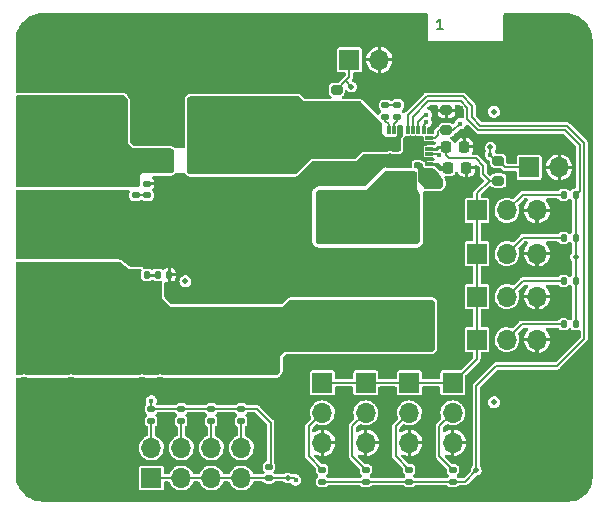
<source format=gtl>
%TF.GenerationSoftware,KiCad,Pcbnew,6.0.1-79c1e3a40b~116~ubuntu20.04.1*%
%TF.CreationDate,2022-01-22T21:44:07+01:00*%
%TF.ProjectId,Step_Down_Converter,53746570-5f44-46f7-976e-5f436f6e7665,rev?*%
%TF.SameCoordinates,Original*%
%TF.FileFunction,Copper,L1,Top*%
%TF.FilePolarity,Positive*%
%FSLAX46Y46*%
G04 Gerber Fmt 4.6, Leading zero omitted, Abs format (unit mm)*
G04 Created by KiCad (PCBNEW 6.0.1-79c1e3a40b~116~ubuntu20.04.1) date 2022-01-22 21:44:07*
%MOMM*%
%LPD*%
G01*
G04 APERTURE LIST*
G04 Aperture macros list*
%AMRoundRect*
0 Rectangle with rounded corners*
0 $1 Rounding radius*
0 $2 $3 $4 $5 $6 $7 $8 $9 X,Y pos of 4 corners*
0 Add a 4 corners polygon primitive as box body*
4,1,4,$2,$3,$4,$5,$6,$7,$8,$9,$2,$3,0*
0 Add four circle primitives for the rounded corners*
1,1,$1+$1,$2,$3*
1,1,$1+$1,$4,$5*
1,1,$1+$1,$6,$7*
1,1,$1+$1,$8,$9*
0 Add four rect primitives between the rounded corners*
20,1,$1+$1,$2,$3,$4,$5,0*
20,1,$1+$1,$4,$5,$6,$7,0*
20,1,$1+$1,$6,$7,$8,$9,0*
20,1,$1+$1,$8,$9,$2,$3,0*%
%AMFreePoly0*
4,1,16,2.200035,0.362535,2.200050,0.362500,2.200050,0.087500,2.200035,0.087465,2.200000,0.087450,0.150000,0.087450,0.150000,-0.362500,-0.150000,-0.362500,-0.150000,0.087450,-0.150035,0.087465,-0.150050,0.087500,-0.150050,0.362500,-0.150035,0.362535,-0.150000,0.362550,2.200000,0.362550,2.200035,0.362535,2.200035,0.362535,$1*%
%AMFreePoly1*
4,1,13,0.500035,0.950035,0.500050,0.950000,0.500050,-0.625000,0.500035,-0.625035,0.500000,-0.625050,-0.550000,-0.625050,-0.550035,-0.625035,-0.550050,-0.625000,-0.550050,0.950000,-0.550035,0.950035,-0.550000,0.950050,0.500000,0.950050,0.500035,0.950035,0.500035,0.950035,$1*%
%AMFreePoly2*
4,1,13,0.500035,0.600035,0.500050,0.600000,0.500050,-0.550000,0.500035,-0.550035,0.500000,-0.550050,-0.550000,-0.550050,-0.550035,-0.550035,-0.550050,-0.550000,-0.550050,0.600000,-0.550035,0.600035,-0.550000,0.600050,0.500000,0.600050,0.500035,0.600035,0.500035,0.600035,$1*%
%AMFreePoly3*
4,1,17,0.550035,1.200035,0.550050,1.200000,0.550050,-1.625000,0.550035,-1.625035,0.550000,-1.625050,0.095000,-1.625050,0.094965,-1.625035,0.094950,-1.625000,0.094950,-0.975050,-0.650000,-0.975050,-0.650035,-0.975035,-0.650050,-0.975000,-0.650050,1.200000,-0.650035,1.200035,-0.650000,1.200050,0.550000,1.200050,0.550035,1.200035,0.550035,1.200035,$1*%
G04 Aperture macros list end*
%ADD10C,0.175000*%
%TA.AperFunction,NonConductor*%
%ADD11C,0.175000*%
%TD*%
%TA.AperFunction,ComponentPad*%
%ADD12R,1.700000X1.700000*%
%TD*%
%TA.AperFunction,ComponentPad*%
%ADD13O,1.700000X1.700000*%
%TD*%
%TA.AperFunction,SMDPad,CuDef*%
%ADD14RoundRect,0.200000X0.275000X-0.200000X0.275000X0.200000X-0.275000X0.200000X-0.275000X-0.200000X0*%
%TD*%
%TA.AperFunction,SMDPad,CuDef*%
%ADD15RoundRect,0.135000X-0.135000X-0.185000X0.135000X-0.185000X0.135000X0.185000X-0.135000X0.185000X0*%
%TD*%
%TA.AperFunction,SMDPad,CuDef*%
%ADD16RoundRect,0.250000X-0.650000X0.325000X-0.650000X-0.325000X0.650000X-0.325000X0.650000X0.325000X0*%
%TD*%
%TA.AperFunction,SMDPad,CuDef*%
%ADD17RoundRect,0.135000X-0.185000X0.135000X-0.185000X-0.135000X0.185000X-0.135000X0.185000X0.135000X0*%
%TD*%
%TA.AperFunction,ComponentPad*%
%ADD18C,6.400000*%
%TD*%
%TA.AperFunction,SMDPad,CuDef*%
%ADD19RoundRect,0.147500X0.147500X0.172500X-0.147500X0.172500X-0.147500X-0.172500X0.147500X-0.172500X0*%
%TD*%
%TA.AperFunction,SMDPad,CuDef*%
%ADD20RoundRect,0.135000X0.185000X-0.135000X0.185000X0.135000X-0.185000X0.135000X-0.185000X-0.135000X0*%
%TD*%
%TA.AperFunction,SMDPad,CuDef*%
%ADD21C,0.500000*%
%TD*%
%TA.AperFunction,SMDPad,CuDef*%
%ADD22RoundRect,0.250000X0.550000X-1.500000X0.550000X1.500000X-0.550000X1.500000X-0.550000X-1.500000X0*%
%TD*%
%TA.AperFunction,SMDPad,CuDef*%
%ADD23RoundRect,0.135000X0.135000X0.185000X-0.135000X0.185000X-0.135000X-0.185000X0.135000X-0.185000X0*%
%TD*%
%TA.AperFunction,SMDPad,CuDef*%
%ADD24RoundRect,0.250000X0.650000X-0.325000X0.650000X0.325000X-0.650000X0.325000X-0.650000X-0.325000X0*%
%TD*%
%TA.AperFunction,SMDPad,CuDef*%
%ADD25RoundRect,0.140000X0.170000X-0.140000X0.170000X0.140000X-0.170000X0.140000X-0.170000X-0.140000X0*%
%TD*%
%TA.AperFunction,SMDPad,CuDef*%
%ADD26R,3.251000X3.124000*%
%TD*%
%TA.AperFunction,SMDPad,CuDef*%
%ADD27RoundRect,0.140000X-0.170000X0.140000X-0.170000X-0.140000X0.170000X-0.140000X0.170000X0.140000X0*%
%TD*%
%TA.AperFunction,SMDPad,CuDef*%
%ADD28RoundRect,0.225000X-0.250000X0.225000X-0.250000X-0.225000X0.250000X-0.225000X0.250000X0.225000X0*%
%TD*%
%TA.AperFunction,ComponentPad*%
%ADD29R,1.950000X1.950000*%
%TD*%
%TA.AperFunction,ComponentPad*%
%ADD30C,1.950000*%
%TD*%
%TA.AperFunction,SMDPad,CuDef*%
%ADD31R,0.550000X0.300000*%
%TD*%
%TA.AperFunction,SMDPad,CuDef*%
%ADD32FreePoly0,0.000000*%
%TD*%
%TA.AperFunction,SMDPad,CuDef*%
%ADD33R,0.300000X0.725000*%
%TD*%
%TA.AperFunction,SMDPad,CuDef*%
%ADD34R,0.300000X0.730000*%
%TD*%
%TA.AperFunction,SMDPad,CuDef*%
%ADD35R,0.725000X0.300000*%
%TD*%
%TA.AperFunction,SMDPad,CuDef*%
%ADD36FreePoly1,90.000000*%
%TD*%
%TA.AperFunction,SMDPad,CuDef*%
%ADD37FreePoly2,90.000000*%
%TD*%
%TA.AperFunction,SMDPad,CuDef*%
%ADD38FreePoly3,90.000000*%
%TD*%
%TA.AperFunction,SMDPad,CuDef*%
%ADD39R,0.580000X0.380000*%
%TD*%
%TA.AperFunction,SMDPad,CuDef*%
%ADD40RoundRect,0.225000X-0.225000X-0.250000X0.225000X-0.250000X0.225000X0.250000X-0.225000X0.250000X0*%
%TD*%
%TA.AperFunction,SMDPad,CuDef*%
%ADD41RoundRect,0.147500X-0.172500X0.147500X-0.172500X-0.147500X0.172500X-0.147500X0.172500X0.147500X0*%
%TD*%
%TA.AperFunction,SMDPad,CuDef*%
%ADD42RoundRect,0.250000X-0.275000X-0.700000X0.275000X-0.700000X0.275000X0.700000X-0.275000X0.700000X0*%
%TD*%
%TA.AperFunction,ViaPad*%
%ADD43C,0.400000*%
%TD*%
%TA.AperFunction,ViaPad*%
%ADD44C,0.800000*%
%TD*%
%TA.AperFunction,Conductor*%
%ADD45C,0.250000*%
%TD*%
%TA.AperFunction,Conductor*%
%ADD46C,0.200000*%
%TD*%
%TA.AperFunction,Conductor*%
%ADD47C,0.400000*%
%TD*%
G04 APERTURE END LIST*
D10*
D11*
X200457142Y-107707142D02*
X199942857Y-107707142D01*
X200200000Y-107707142D02*
X200200000Y-106807142D01*
X200114285Y-106935714D01*
X200028571Y-107021428D01*
X199942857Y-107064285D01*
D12*
X192550000Y-110300000D03*
D13*
X195090000Y-110300000D03*
D14*
X200775000Y-116225000D03*
X200775000Y-114575000D03*
D15*
X174390000Y-128500000D03*
X175410000Y-128500000D03*
D16*
X185000000Y-118525000D03*
X185000000Y-121475000D03*
D17*
X174450000Y-120765000D03*
X174450000Y-121785000D03*
D16*
X192500000Y-117275000D03*
X192500000Y-120225000D03*
D18*
X208100000Y-111400000D03*
D19*
X177285000Y-128500000D03*
X176315000Y-128500000D03*
D20*
X193945000Y-146010000D03*
X193945000Y-144990000D03*
D21*
X176750000Y-135150000D03*
D12*
X203358000Y-130350000D03*
D13*
X205898000Y-130350000D03*
X208438000Y-130350000D03*
D22*
X187125000Y-115450000D03*
X187125000Y-110050000D03*
D20*
X196625000Y-115135000D03*
X196625000Y-114115000D03*
X190262000Y-146010000D03*
X190262000Y-144990000D03*
D12*
X193945000Y-137650000D03*
D13*
X193945000Y-140190000D03*
X193945000Y-142730000D03*
D23*
X211710000Y-132675000D03*
X210690000Y-132675000D03*
D21*
X204800000Y-139300000D03*
D24*
X180525000Y-133025000D03*
X180525000Y-130075000D03*
D25*
X195609000Y-115105000D03*
X195609000Y-114145000D03*
D17*
X175775000Y-139851000D03*
X175775000Y-140871000D03*
D14*
X205175000Y-120525000D03*
X205175000Y-118875000D03*
D12*
X203358000Y-134000000D03*
D13*
X205898000Y-134000000D03*
X208438000Y-134000000D03*
D24*
X183065000Y-133025000D03*
X183065000Y-130075000D03*
D26*
X194250000Y-123279500D03*
X194250000Y-132220500D03*
D17*
X180855000Y-139851000D03*
X180855000Y-140871000D03*
D12*
X203358000Y-123050000D03*
D13*
X205898000Y-123050000D03*
X208438000Y-123050000D03*
D16*
X183065000Y-135575000D03*
X183065000Y-138525000D03*
D20*
X197628000Y-146010000D03*
X197628000Y-144990000D03*
D16*
X187500000Y-118525000D03*
X187500000Y-121475000D03*
D12*
X201311000Y-137650000D03*
D13*
X201311000Y-140190000D03*
X201311000Y-142730000D03*
D14*
X191475000Y-114475000D03*
X191475000Y-112825000D03*
D17*
X183395000Y-139851000D03*
X183395000Y-140871000D03*
D24*
X175075000Y-119175000D03*
X175075000Y-116225000D03*
D21*
X204500000Y-117700000D03*
D12*
X203358000Y-126700000D03*
D13*
X205898000Y-126700000D03*
X208438000Y-126700000D03*
D16*
X185605000Y-135575000D03*
X185605000Y-138525000D03*
D27*
X185740800Y-144740000D03*
X185740800Y-145700000D03*
D12*
X207775000Y-119400000D03*
D13*
X210315000Y-119400000D03*
D21*
X187315600Y-145700000D03*
X204800000Y-114700000D03*
D16*
X180525000Y-135575000D03*
X180525000Y-138525000D03*
D28*
X187647000Y-134331000D03*
X187647000Y-135881000D03*
D29*
X168662500Y-129750000D03*
D30*
X168662500Y-134750000D03*
X168662500Y-139750000D03*
X168662500Y-144750000D03*
D31*
X195337500Y-117360000D03*
X195337500Y-117810000D03*
X195337500Y-118710000D03*
X195337500Y-119160000D03*
D32*
X196037500Y-120122500D03*
D33*
X196487500Y-120122500D03*
X196937500Y-120122500D03*
X197637500Y-120122500D03*
X198087500Y-120122500D03*
D34*
X198537500Y-120122500D03*
D35*
X199300500Y-119612500D03*
X199300500Y-119162500D03*
X199300500Y-118712500D03*
X199300500Y-118262500D03*
X199300500Y-117812500D03*
X199300500Y-117362500D03*
X199300500Y-116912500D03*
D33*
X198837500Y-116250000D03*
X198387500Y-116250000D03*
X197937500Y-116250000D03*
X197487500Y-116250000D03*
X196787500Y-116250000D03*
X196337500Y-116250000D03*
X195887500Y-116250000D03*
D36*
X198012500Y-117410000D03*
D37*
X196212500Y-117410000D03*
D38*
X196812500Y-118810000D03*
D39*
X198347500Y-119177500D03*
D40*
X200750000Y-117675000D03*
X202300000Y-117675000D03*
D18*
X178600000Y-124500000D03*
D21*
X203300000Y-145025000D03*
D27*
X194187750Y-117707500D03*
X194187750Y-118667500D03*
D21*
X211710000Y-127025000D03*
D41*
X175450000Y-120790000D03*
X175450000Y-121760000D03*
D21*
X178675000Y-129050000D03*
D23*
X211710000Y-125375000D03*
X210690000Y-125375000D03*
D12*
X175785000Y-145700000D03*
D13*
X175785000Y-143160000D03*
X178325000Y-145700000D03*
X178325000Y-143160000D03*
X180865000Y-145700000D03*
X180865000Y-143160000D03*
X183405000Y-145700000D03*
X183405000Y-143160000D03*
D17*
X178315000Y-139851000D03*
X178315000Y-140871000D03*
D29*
X168662500Y-109600000D03*
D30*
X168662500Y-114600000D03*
X168662500Y-119600000D03*
X168662500Y-124600000D03*
D21*
X192725000Y-112575000D03*
D12*
X197628000Y-137650000D03*
D13*
X197628000Y-140190000D03*
X197628000Y-142730000D03*
D16*
X190000000Y-117275000D03*
X190000000Y-120225000D03*
D42*
X177075000Y-118800000D03*
X180225000Y-118800000D03*
D21*
X200200000Y-120900000D03*
D22*
X179950000Y-115450000D03*
X179950000Y-110050000D03*
D16*
X182500000Y-118525000D03*
X182500000Y-121475000D03*
D23*
X211710000Y-121725000D03*
X210690000Y-121725000D03*
D12*
X190262000Y-137650000D03*
D13*
X190262000Y-140190000D03*
X190262000Y-142730000D03*
D20*
X201311000Y-146010000D03*
X201311000Y-144990000D03*
D21*
X194187750Y-116155500D03*
D24*
X185605000Y-133025000D03*
X185605000Y-130075000D03*
D23*
X211710000Y-129025000D03*
X210690000Y-129025000D03*
D18*
X208100000Y-142650000D03*
D40*
X200905750Y-119450000D03*
X202455750Y-119450000D03*
D43*
X165000000Y-124150000D03*
X183000000Y-106900000D03*
X196950000Y-119200000D03*
X178100000Y-128200000D03*
X165000000Y-109400000D03*
X172500000Y-144900000D03*
X199100000Y-121700000D03*
X184000000Y-147400000D03*
D44*
X188500000Y-124500000D03*
D43*
X193000000Y-145200000D03*
X213000000Y-122400000D03*
X178200000Y-129800000D03*
X197400000Y-114000000D03*
X196000000Y-138400000D03*
X204500000Y-109400000D03*
D44*
X192000000Y-129000000D03*
D43*
X213000000Y-126900000D03*
X180800000Y-128800000D03*
X203382550Y-119500000D03*
X175800000Y-127200000D03*
D44*
X190000000Y-129000000D03*
D43*
X193000000Y-147450000D03*
X206000000Y-106800000D03*
X203500000Y-136400000D03*
X196000000Y-136000000D03*
X199825000Y-114575000D03*
X212600000Y-113400000D03*
X187500000Y-106900000D03*
X210800000Y-130800000D03*
D44*
X196000000Y-129000000D03*
D43*
X188000000Y-129800000D03*
X176500000Y-137400000D03*
X186800000Y-128800000D03*
D44*
X185500000Y-124500000D03*
D43*
X192400000Y-113300000D03*
X204500000Y-112400000D03*
X177000000Y-140900000D03*
D44*
X182500000Y-126000000D03*
D43*
X166500000Y-107400000D03*
X210500000Y-106900000D03*
X192000000Y-106900000D03*
D44*
X194000000Y-129000000D03*
D43*
X175000000Y-147400000D03*
X198000000Y-118500000D03*
X183000000Y-109400000D03*
X211000000Y-133800000D03*
X169500000Y-112400000D03*
D44*
X187000000Y-123000000D03*
D43*
X173000000Y-124150000D03*
X199000000Y-106900000D03*
X183000000Y-112400000D03*
X206400000Y-120000000D03*
X169500000Y-106900000D03*
X204500000Y-121400000D03*
X165000000Y-112400000D03*
X178400000Y-120800000D03*
X197500000Y-147450000D03*
X187500000Y-144900000D03*
D44*
X185500000Y-123000000D03*
D43*
X199000000Y-112400000D03*
X202700000Y-121700000D03*
D44*
X198000000Y-129000000D03*
D43*
X165000000Y-126600000D03*
X208200000Y-137200000D03*
X204200000Y-141800000D03*
D44*
X187000000Y-124500000D03*
D43*
X169000000Y-126600000D03*
X200200000Y-145200000D03*
X213000000Y-135900000D03*
D44*
X190000000Y-127000000D03*
D43*
X194800000Y-145200000D03*
X169000000Y-121900000D03*
X169000000Y-137400000D03*
X202300000Y-116800000D03*
X188500000Y-147450000D03*
D44*
X182500000Y-123000000D03*
X184000000Y-124500000D03*
D43*
X211000000Y-127000000D03*
D44*
X198000000Y-127000000D03*
D43*
X202000000Y-147450000D03*
X183200000Y-128400000D03*
X187500000Y-112400000D03*
X184800000Y-144400000D03*
D44*
X196000000Y-127000000D03*
D43*
X182000000Y-140900000D03*
X202500000Y-124800000D03*
X196950000Y-118500000D03*
D44*
X184000000Y-127500000D03*
D43*
X213000000Y-140400000D03*
X202500000Y-132200000D03*
X165000000Y-121900000D03*
X199521750Y-116155500D03*
X199500000Y-138400000D03*
D44*
X187000000Y-126000000D03*
D43*
X199500000Y-136000000D03*
X213000000Y-117900000D03*
X199000000Y-145200000D03*
X211200000Y-120900000D03*
D44*
X188500000Y-123000000D03*
D43*
X165000000Y-137400000D03*
X204400000Y-119600000D03*
X174000000Y-109400000D03*
D44*
X184000000Y-126000000D03*
X182500000Y-127500000D03*
D43*
X196000000Y-118500000D03*
X213000000Y-144900000D03*
X210500000Y-116900000D03*
D44*
X185500000Y-127500000D03*
D43*
X166000000Y-147400000D03*
X189500000Y-145600000D03*
X199000000Y-109400000D03*
X174000000Y-106900000D03*
D44*
X187000000Y-127500000D03*
D43*
X187500000Y-142400000D03*
X173000000Y-121900000D03*
X187500000Y-138400000D03*
X174000000Y-112400000D03*
X196500000Y-109400000D03*
X191200000Y-145200000D03*
X182000000Y-144400000D03*
X198000000Y-117400000D03*
D44*
X182500000Y-124500000D03*
D43*
X204000000Y-114400000D03*
X205500000Y-124600000D03*
X170500000Y-147400000D03*
X202000000Y-114400000D03*
D44*
X185500000Y-126000000D03*
D43*
X204400000Y-138400000D03*
X175000000Y-137400000D03*
X169000000Y-141900000D03*
X206500000Y-147450000D03*
X201300000Y-120300000D03*
X202200000Y-145200000D03*
X196500000Y-112400000D03*
X213000000Y-131400000D03*
X178500000Y-112400000D03*
X178000000Y-117000000D03*
X211000000Y-147450000D03*
D44*
X184000000Y-123000000D03*
X192000000Y-127000000D03*
D43*
X196000000Y-119200000D03*
X207000000Y-116900000D03*
D44*
X188500000Y-127500000D03*
D43*
X205500000Y-132000000D03*
X175000000Y-141900000D03*
X184600000Y-140900000D03*
D44*
X188500000Y-126000000D03*
D43*
X173000000Y-126600000D03*
X202000000Y-109400000D03*
X179600000Y-140900000D03*
X201600000Y-116800000D03*
X165000000Y-146400000D03*
X191500000Y-111650000D03*
X202600000Y-135400000D03*
X196500000Y-106900000D03*
X192000000Y-135900000D03*
X177000000Y-144400000D03*
X202500000Y-128400000D03*
X202000000Y-112400000D03*
X172500000Y-139900000D03*
X205500000Y-128200000D03*
D44*
X194000000Y-127000000D03*
X181000000Y-127500000D03*
D43*
X196800000Y-145200000D03*
X188600000Y-135900000D03*
X178500000Y-109400000D03*
X210800000Y-123200000D03*
X194800000Y-114400000D03*
X192000000Y-138400000D03*
X178500000Y-106900000D03*
X174400000Y-117000000D03*
X165000000Y-141900000D03*
X179500000Y-147400000D03*
X212500000Y-108900000D03*
X179585000Y-144425000D03*
X199050000Y-114950000D03*
D44*
X192000000Y-115500000D03*
X189600000Y-114500000D03*
X191200000Y-118300000D03*
X193500000Y-115500000D03*
X182050000Y-115450000D03*
X183800000Y-119500000D03*
X182000000Y-114000000D03*
X192600000Y-114500000D03*
X183500000Y-114000000D03*
X194800000Y-115700000D03*
X185050000Y-115450000D03*
X183550000Y-115450000D03*
X190500000Y-115500000D03*
X183500000Y-117000000D03*
X185000000Y-117000000D03*
X182000000Y-117000000D03*
X185000000Y-114000000D03*
D43*
X196150000Y-117450000D03*
D44*
X186200000Y-119500000D03*
X189000000Y-115500000D03*
D43*
X200100000Y-118325000D03*
X204499511Y-118325000D03*
X188000000Y-145875000D03*
X201950000Y-115700000D03*
D44*
X165000000Y-130500000D03*
X192000000Y-131500000D03*
X171000000Y-132000000D03*
X192000000Y-134000000D03*
X165000000Y-133500000D03*
X171000000Y-136000000D03*
X198500000Y-134000000D03*
X175500000Y-134000000D03*
X169500000Y-132000000D03*
X196500000Y-131500000D03*
X175500000Y-136000000D03*
X172500000Y-134000000D03*
X178500000Y-136000000D03*
X196500000Y-134000000D03*
X166500000Y-132000000D03*
X165000000Y-129000000D03*
X175500000Y-132000000D03*
X165000000Y-135000000D03*
X198500000Y-131500000D03*
X177000000Y-134000000D03*
X166500000Y-136500000D03*
X188000000Y-132600000D03*
X166500000Y-130500000D03*
X172500000Y-136000000D03*
X168000000Y-136500000D03*
X177000000Y-132000000D03*
X171000000Y-134000000D03*
X174000000Y-130500000D03*
X166500000Y-129000000D03*
X172500000Y-128500000D03*
X171000000Y-128500000D03*
X175500000Y-130500000D03*
X172500000Y-130500000D03*
X172600000Y-131900000D03*
X165000000Y-136500000D03*
X177000000Y-136000000D03*
X174000000Y-132000000D03*
X174000000Y-134000000D03*
X178500000Y-132000000D03*
D43*
X199050000Y-115575000D03*
X175775000Y-139175000D03*
D44*
X178500000Y-134000000D03*
X166500000Y-135000000D03*
X171000000Y-130500000D03*
X165000000Y-132000000D03*
X190000000Y-134000000D03*
X174000000Y-136000000D03*
X169500000Y-136500000D03*
X168000000Y-132000000D03*
X166500000Y-133500000D03*
X190000000Y-131500000D03*
X171000000Y-117000000D03*
X171000000Y-120000000D03*
X173000000Y-120000000D03*
X171000000Y-118500000D03*
X165000000Y-115500000D03*
X165000000Y-118500000D03*
X173000000Y-117000000D03*
X165000000Y-117000000D03*
X169000000Y-117000000D03*
X167000000Y-114000000D03*
X165000000Y-120000000D03*
X173000000Y-114000000D03*
X171000000Y-114000000D03*
X167000000Y-118500000D03*
X167000000Y-117000000D03*
X167000000Y-120000000D03*
X165000000Y-114000000D03*
X173000000Y-118500000D03*
X173000000Y-115500000D03*
X167000000Y-115500000D03*
X171000000Y-115500000D03*
D45*
X196950000Y-118500000D02*
X196950000Y-119200000D01*
D46*
X195337500Y-119160000D02*
X194680250Y-119160000D01*
D45*
X198400000Y-118500000D02*
X196950000Y-118500000D01*
D46*
X187125000Y-110050000D02*
X187125000Y-107825000D01*
D45*
X195950000Y-119200000D02*
X195350000Y-119200000D01*
X202300000Y-117675000D02*
X202300000Y-116800000D01*
X196760000Y-118710000D02*
X196850000Y-118800000D01*
X196950000Y-119200000D02*
X195950000Y-119200000D01*
X195337500Y-118710000D02*
X196760000Y-118710000D01*
D46*
X203382550Y-119500000D02*
X202689050Y-119500000D01*
X194680250Y-119160000D02*
X194187750Y-118667500D01*
X179950000Y-110050000D02*
X179950000Y-107825000D01*
D45*
X199300500Y-117362500D02*
X198037500Y-117362500D01*
X198688000Y-118712500D02*
X198475500Y-118500000D01*
X198475500Y-118500000D02*
X198400000Y-118500000D01*
X199300500Y-118712500D02*
X198688000Y-118712500D01*
X200775000Y-114575000D02*
X199825000Y-114575000D01*
X198037500Y-117362500D02*
X198000000Y-117400000D01*
D46*
X202689050Y-119500000D02*
X202455750Y-119266700D01*
X175075000Y-116225000D02*
X175075000Y-115250000D01*
X195887500Y-115737500D02*
X195887500Y-116250000D01*
X195609000Y-115105000D02*
X195609000Y-115459000D01*
X195609000Y-115459000D02*
X195887500Y-115737500D01*
X192550000Y-111750000D02*
X192550000Y-110300000D01*
X192187500Y-112112500D02*
X192550000Y-111750000D01*
X198968584Y-114950000D02*
X198387500Y-115531084D01*
X192262500Y-112112500D02*
X192725000Y-112575000D01*
X199050000Y-114950000D02*
X198968584Y-114950000D01*
X192187500Y-112112500D02*
X192262500Y-112112500D01*
X191475000Y-112825000D02*
X192187500Y-112112500D01*
X198387500Y-115531084D02*
X198387500Y-116250000D01*
D47*
X200905750Y-119450000D02*
X200250000Y-119450000D01*
D45*
X199300500Y-119162500D02*
X199962500Y-119162500D01*
X199962500Y-119162500D02*
X200000000Y-119200000D01*
D47*
X200250000Y-119450000D02*
X200000000Y-119200000D01*
D45*
X200200000Y-119400000D02*
X200000000Y-119200000D01*
X201000000Y-119400000D02*
X200200000Y-119400000D01*
D46*
X195609000Y-114145000D02*
X196080000Y-114145000D01*
X196080000Y-114145000D02*
X196110000Y-114115000D01*
X196110000Y-114115000D02*
X196625000Y-114115000D01*
X205175000Y-120525000D02*
X204425000Y-120525000D01*
X203275000Y-118650000D02*
X203882061Y-119257061D01*
D45*
X199300500Y-117812500D02*
X199912500Y-117812500D01*
D46*
X200750000Y-118400000D02*
X201000000Y-118650000D01*
X201311000Y-137650000D02*
X197628000Y-137650000D01*
X203358000Y-123050000D02*
X203358000Y-126700000D01*
X203358000Y-121592000D02*
X203358000Y-123050000D01*
X203358000Y-135603000D02*
X201311000Y-137650000D01*
X203358000Y-134000000D02*
X203358000Y-130350000D01*
X203358000Y-126700000D02*
X203358000Y-130350000D01*
X203882061Y-119982061D02*
X204425000Y-120525000D01*
X201000000Y-118650000D02*
X203275000Y-118650000D01*
X204425000Y-120525000D02*
X203358000Y-121592000D01*
X197628000Y-137650000D02*
X193945000Y-137650000D01*
X203358000Y-134000000D02*
X203358000Y-135603000D01*
X203882061Y-119257061D02*
X203882061Y-119982061D01*
D45*
X199912500Y-117812500D02*
X200050000Y-117675000D01*
X200050000Y-117675000D02*
X200750000Y-117675000D01*
D46*
X190262000Y-137650000D02*
X193945000Y-137650000D01*
X200750000Y-117675000D02*
X200750000Y-118400000D01*
X182500000Y-118525000D02*
X180500000Y-118525000D01*
X194723750Y-117707500D02*
X194826250Y-117810000D01*
D45*
X195337500Y-117360000D02*
X196060000Y-117360000D01*
D46*
X187500000Y-118525000D02*
X185000000Y-118525000D01*
X185050000Y-115450000D02*
X187125000Y-115450000D01*
X182050000Y-115450000D02*
X183550000Y-115450000D01*
X194187750Y-117707500D02*
X194723750Y-117707500D01*
X179950000Y-115450000D02*
X182050000Y-115450000D01*
X193755250Y-117275000D02*
X194187750Y-117707500D01*
X195337500Y-117810000D02*
X195790000Y-117810000D01*
X188750000Y-117275000D02*
X193755250Y-117275000D01*
X179950000Y-115450000D02*
X179950000Y-117375000D01*
X195790000Y-117810000D02*
X196150000Y-117450000D01*
D45*
X196060000Y-117360000D02*
X196150000Y-117450000D01*
D46*
X180500000Y-118525000D02*
X180225000Y-118800000D01*
X187500000Y-118525000D02*
X188750000Y-117275000D01*
X194187750Y-116409500D02*
X194187750Y-117707500D01*
X183550000Y-115450000D02*
X185050000Y-115450000D01*
X194826250Y-117810000D02*
X195337500Y-117810000D01*
X185000000Y-118525000D02*
X182500000Y-118525000D01*
X179950000Y-117375000D02*
X180225000Y-117650000D01*
X196787500Y-116250000D02*
X196787500Y-116835000D01*
X180225000Y-117650000D02*
X180225000Y-118800000D01*
X194187750Y-116155500D02*
X194187750Y-116409500D01*
X198537500Y-119616250D02*
X198537500Y-120122500D01*
X198541250Y-119371250D02*
X198347500Y-119177500D01*
D45*
X199612500Y-119612500D02*
X199300500Y-119612500D01*
D46*
X198541250Y-119612500D02*
X198537500Y-119616250D01*
D45*
X199800000Y-120500000D02*
X199800000Y-119800000D01*
D46*
X198541250Y-119612500D02*
X198541250Y-119371250D01*
X199300500Y-119612500D02*
X198541250Y-119612500D01*
D45*
X199800000Y-119800000D02*
X199612500Y-119612500D01*
D46*
X204499511Y-118325000D02*
X205049511Y-118875000D01*
X205700000Y-119400000D02*
X207775000Y-119400000D01*
X199300500Y-118262500D02*
X200037500Y-118262500D01*
X204499511Y-118325000D02*
X204499511Y-117700489D01*
X205049511Y-118875000D02*
X205175000Y-118875000D01*
X205175000Y-118875000D02*
X205700000Y-119400000D01*
X204499511Y-117700489D02*
X204500000Y-117700000D01*
X200037500Y-118262500D02*
X200100000Y-118325000D01*
X185740800Y-145700000D02*
X183405000Y-145700000D01*
X185740800Y-145700000D02*
X187315600Y-145700000D01*
X200156750Y-116282500D02*
X200029750Y-116409500D01*
X187825000Y-145700000D02*
X187315600Y-145700000D01*
X175785000Y-145700000D02*
X178325000Y-145700000D01*
X200029750Y-116663500D02*
X199780750Y-116912500D01*
X180865000Y-145700000D02*
X183405000Y-145700000D01*
X201950000Y-115700000D02*
X201367500Y-116282500D01*
X199780750Y-116912500D02*
X199300500Y-116912500D01*
X200029750Y-116409500D02*
X200029750Y-116663500D01*
X188000000Y-145875000D02*
X187825000Y-145700000D01*
X201367500Y-116282500D02*
X200156750Y-116282500D01*
X178325000Y-145700000D02*
X180865000Y-145700000D01*
X175425000Y-121785000D02*
X175450000Y-121760000D01*
X174450000Y-121785000D02*
X175425000Y-121785000D01*
X178315000Y-143150000D02*
X178325000Y-143160000D01*
X178315000Y-140871000D02*
X178315000Y-143150000D01*
X183395000Y-143150000D02*
X183405000Y-143160000D01*
X183395000Y-140871000D02*
X183395000Y-143150000D01*
X196478489Y-143840489D02*
X196478489Y-141339511D01*
X196478489Y-141339511D02*
X197628000Y-140190000D01*
X196478489Y-143840489D02*
X197628000Y-144990000D01*
X200161489Y-143840489D02*
X201311000Y-144990000D01*
X200161489Y-141339511D02*
X200161489Y-143840489D01*
X200161489Y-141339511D02*
X201311000Y-140190000D01*
X205898000Y-134000000D02*
X205898000Y-133930000D01*
X205898000Y-133930000D02*
X207153000Y-132675000D01*
X207153000Y-132675000D02*
X210690000Y-132675000D01*
X207223000Y-129025000D02*
X205898000Y-130350000D01*
X210690000Y-129025000D02*
X207223000Y-129025000D01*
X207223000Y-125375000D02*
X205898000Y-126700000D01*
X210690000Y-125375000D02*
X207223000Y-125375000D01*
X210690000Y-121725000D02*
X207223000Y-121725000D01*
X207223000Y-121725000D02*
X205898000Y-123050000D01*
X189112489Y-143840489D02*
X189112489Y-141339511D01*
X189112489Y-141339511D02*
X190262000Y-140190000D01*
X190262000Y-144990000D02*
X189112489Y-143840489D01*
X193945000Y-144990000D02*
X192795489Y-143840489D01*
X192795489Y-143840489D02*
X192795489Y-141339511D01*
X192795489Y-141339511D02*
X193945000Y-140190000D01*
X180855000Y-140871000D02*
X180855000Y-143150000D01*
X180855000Y-143150000D02*
X180865000Y-143160000D01*
X170287500Y-129587500D02*
X172100000Y-131400000D01*
X194250000Y-132220500D02*
X191479500Y-132220500D01*
X186550000Y-135155000D02*
X185615000Y-135155000D01*
X178315000Y-139851000D02*
X180855000Y-139851000D01*
X168662500Y-129587500D02*
X170287500Y-129587500D01*
X187647000Y-134331000D02*
X187124000Y-134331000D01*
X187124000Y-134331000D02*
X186825000Y-134630000D01*
X180535000Y-133025000D02*
X183075000Y-133025000D01*
X174390000Y-128500000D02*
X174390000Y-129110000D01*
X183075000Y-135155000D02*
X180535000Y-135155000D01*
X185895000Y-144530500D02*
X185895000Y-141010500D01*
X176745000Y-135155000D02*
X180535000Y-135155000D01*
X173725000Y-133025000D02*
X180535000Y-133025000D01*
X180855000Y-139851000D02*
X183395000Y-139851000D01*
X175775000Y-139851000D02*
X175775000Y-139175000D01*
X175775000Y-139851000D02*
X178315000Y-139851000D01*
X172100000Y-131400000D02*
X172600000Y-131900000D01*
X189369000Y-134331000D02*
X187647000Y-134331000D01*
X183075000Y-133025000D02*
X185615000Y-133025000D01*
X198837500Y-115787500D02*
X199050000Y-115575000D01*
X175775000Y-136125000D02*
X176750000Y-135150000D01*
X184735500Y-139851000D02*
X183395000Y-139851000D01*
X185895000Y-141010500D02*
X184735500Y-139851000D01*
X185615000Y-135155000D02*
X183075000Y-135155000D01*
X185615000Y-133025000D02*
X185615000Y-135155000D01*
X172600000Y-131900000D02*
X173725000Y-133025000D01*
X186825000Y-134880000D02*
X186550000Y-135155000D01*
X174390000Y-129110000D02*
X172100000Y-131400000D01*
X186825000Y-134630000D02*
X186825000Y-134880000D01*
X191479500Y-132220500D02*
X189369000Y-134331000D01*
X198837500Y-116250000D02*
X198837500Y-115787500D01*
X168600000Y-134750000D02*
X168600000Y-129750000D01*
X196337500Y-116250000D02*
X196337500Y-115762500D01*
X196337500Y-115762500D02*
X196625000Y-115475000D01*
X196625000Y-115475000D02*
X196625000Y-115135000D01*
X196487500Y-121012500D02*
X196487500Y-120122500D01*
X194250000Y-123279500D02*
X194250000Y-123250000D01*
X194250000Y-123250000D02*
X196487500Y-121012500D01*
X210774511Y-116274511D02*
X203484516Y-116274510D01*
X211710000Y-127025000D02*
X211710000Y-125375000D01*
X212050000Y-117550000D02*
X210774511Y-116274511D01*
X211710000Y-132675000D02*
X211710000Y-129025000D01*
X199250000Y-113800000D02*
X197937500Y-115112500D01*
X211710000Y-129025000D02*
X211710000Y-127025000D01*
X201985006Y-113800000D02*
X199250000Y-113800000D01*
X211710000Y-125375000D02*
X211710000Y-121725000D01*
X212050000Y-121385000D02*
X212050000Y-117550000D01*
X203484516Y-116274510D02*
X202537989Y-115327982D01*
X211710000Y-121725000D02*
X212050000Y-121385000D01*
X202537989Y-114352983D02*
X201985006Y-113800000D01*
X197937500Y-115112500D02*
X197937500Y-116250000D01*
X202537989Y-115327982D02*
X202537989Y-114352983D01*
X212450000Y-117359996D02*
X210965004Y-115875000D01*
X204975000Y-136225000D02*
X210125000Y-136225000D01*
X203300000Y-137900000D02*
X204975000Y-136225000D01*
X212450000Y-133900000D02*
X212450000Y-117359996D01*
X210965004Y-115875000D02*
X203650000Y-115875000D01*
X202937500Y-115162500D02*
X202937500Y-114187500D01*
X210125000Y-136225000D02*
X212450000Y-133900000D01*
X202340000Y-146010000D02*
X203300000Y-145050000D01*
X197487500Y-114997494D02*
X197487500Y-116250000D01*
X201311000Y-146010000D02*
X202340000Y-146010000D01*
X203300000Y-145050000D02*
X203300000Y-145025000D01*
X202150481Y-113400481D02*
X199084513Y-113400481D01*
X203300000Y-145025000D02*
X203300000Y-137900000D01*
X199084513Y-113400481D02*
X197487500Y-114997494D01*
X193945000Y-146010000D02*
X197628000Y-146010000D01*
X202937500Y-114187500D02*
X202150481Y-113400481D01*
X203650000Y-115875000D02*
X202937500Y-115162500D01*
X197628000Y-146010000D02*
X201311000Y-146010000D01*
X190262000Y-146010000D02*
X193945000Y-146010000D01*
D45*
X175410000Y-128500000D02*
X176315000Y-128500000D01*
D46*
X175785000Y-143160000D02*
X175785000Y-140881000D01*
X175785000Y-140881000D02*
X175775000Y-140871000D01*
X174787500Y-119462500D02*
X175075000Y-119175000D01*
X176075000Y-119175000D02*
X176450000Y-118800000D01*
X168662500Y-119462500D02*
X174787500Y-119462500D01*
X175075000Y-119175000D02*
X176075000Y-119175000D01*
X176450000Y-118800000D02*
X177075000Y-118800000D01*
X168600000Y-114150000D02*
X168600000Y-119150000D01*
%TA.AperFunction,Conductor*%
G36*
X188315931Y-113420002D02*
G01*
X188336905Y-113436905D01*
X188700000Y-113800000D01*
X193447810Y-113800000D01*
X193515931Y-113820002D01*
X193536905Y-113836905D01*
X195263095Y-115563095D01*
X195297121Y-115625407D01*
X195300000Y-115652190D01*
X195300000Y-116500000D01*
X195600000Y-116800000D01*
X196500000Y-116800000D01*
X196600000Y-116700000D01*
X196600000Y-116427286D01*
X196608970Y-116380596D01*
X196617166Y-116360053D01*
X196637383Y-116309378D01*
X196638000Y-116303085D01*
X196638000Y-115939162D01*
X196658002Y-115871041D01*
X196674908Y-115850063D01*
X196688071Y-115836901D01*
X196750384Y-115802878D01*
X196777163Y-115800000D01*
X196947810Y-115800000D01*
X197015931Y-115820002D01*
X197036905Y-115836905D01*
X197063095Y-115863095D01*
X197097121Y-115925407D01*
X197100000Y-115952190D01*
X197100000Y-116647810D01*
X197079998Y-116715931D01*
X197063095Y-116736905D01*
X196900000Y-116900000D01*
X196900000Y-117924678D01*
X196879998Y-117992799D01*
X196826342Y-118039292D01*
X196808625Y-118045827D01*
X196762473Y-118059017D01*
X196762471Y-118059018D01*
X196753842Y-118061484D01*
X196746251Y-118066274D01*
X196746248Y-118066275D01*
X196723604Y-118080562D01*
X196656369Y-118100000D01*
X196294440Y-118100000D01*
X196225908Y-118079733D01*
X196209030Y-118068793D01*
X196209029Y-118068793D01*
X196201501Y-118063913D01*
X196192904Y-118061342D01*
X196192902Y-118061341D01*
X196097850Y-118032915D01*
X196071006Y-118024887D01*
X196062030Y-118024832D01*
X196062029Y-118024832D01*
X196005036Y-118024484D01*
X195934804Y-118024055D01*
X195926172Y-118026522D01*
X195812473Y-118059017D01*
X195812471Y-118059018D01*
X195803842Y-118061484D01*
X195796251Y-118066274D01*
X195796248Y-118066275D01*
X195773604Y-118080562D01*
X195706369Y-118100000D01*
X193600000Y-118100000D01*
X193036905Y-118663095D01*
X192974593Y-118697121D01*
X192947810Y-118700000D01*
X189300000Y-118700000D01*
X188036905Y-119963095D01*
X187974593Y-119997121D01*
X187947810Y-120000000D01*
X179052190Y-120000000D01*
X178984069Y-119979998D01*
X178963095Y-119963095D01*
X178836905Y-119836905D01*
X178802879Y-119774593D01*
X178800000Y-119747810D01*
X178800000Y-113652190D01*
X178820002Y-113584069D01*
X178836905Y-113563095D01*
X178963095Y-113436905D01*
X179025407Y-113402879D01*
X179052190Y-113400000D01*
X188247810Y-113400000D01*
X188315931Y-113420002D01*
G37*
%TD.AperFunction*%
%TA.AperFunction,Conductor*%
G36*
X173126121Y-127420002D02*
G01*
X173133600Y-127425200D01*
X173900000Y-128000000D01*
X174853923Y-128000000D01*
X174922044Y-128020002D01*
X174968537Y-128073658D01*
X174978641Y-128143932D01*
X174968117Y-128179251D01*
X174950007Y-128218087D01*
X174950006Y-128218090D01*
X174945932Y-128226827D01*
X174939500Y-128275684D01*
X174939500Y-128724316D01*
X174945932Y-128773173D01*
X174950006Y-128781909D01*
X174950006Y-128781910D01*
X174978604Y-128843238D01*
X174995935Y-128880404D01*
X175079596Y-128964065D01*
X175186827Y-129014068D01*
X175227887Y-129019474D01*
X175230671Y-129019840D01*
X175235684Y-129020500D01*
X175584316Y-129020500D01*
X175589330Y-129019840D01*
X175592113Y-129019474D01*
X175633173Y-129014068D01*
X175740404Y-128964065D01*
X175764567Y-128939902D01*
X175826879Y-128905876D01*
X175897694Y-128910941D01*
X175942680Y-128939823D01*
X175962621Y-128959730D01*
X175971977Y-128964303D01*
X175971978Y-128964304D01*
X176003559Y-128979741D01*
X176066706Y-129010608D01*
X176076385Y-129012020D01*
X176129987Y-129019840D01*
X176129993Y-129019840D01*
X176134514Y-129020500D01*
X176495486Y-129020500D01*
X176500037Y-129019830D01*
X176500051Y-129019829D01*
X176555648Y-129011644D01*
X176625956Y-129021511D01*
X176679768Y-129067823D01*
X176700000Y-129136300D01*
X176700000Y-130500000D01*
X177400000Y-131200000D01*
X186900000Y-131200000D01*
X187463095Y-130636905D01*
X187525407Y-130602879D01*
X187552190Y-130600000D01*
X199547810Y-130600000D01*
X199615931Y-130620002D01*
X199636905Y-130636905D01*
X199763095Y-130763095D01*
X199797121Y-130825407D01*
X199800000Y-130852190D01*
X199800000Y-134747810D01*
X199779998Y-134815931D01*
X199763095Y-134836905D01*
X199636905Y-134963095D01*
X199574593Y-134997121D01*
X199547810Y-135000000D01*
X187100000Y-135000000D01*
X186700000Y-135400000D01*
X186700000Y-136661851D01*
X186678838Y-136731743D01*
X186537405Y-136943892D01*
X186482976Y-136989477D01*
X186432567Y-137000000D01*
X176794440Y-137000000D01*
X176725908Y-136979733D01*
X176709030Y-136968793D01*
X176709029Y-136968793D01*
X176701501Y-136963913D01*
X176692904Y-136961342D01*
X176692902Y-136961341D01*
X176611192Y-136936905D01*
X176571006Y-136924887D01*
X176562030Y-136924832D01*
X176562029Y-136924832D01*
X176505036Y-136924484D01*
X176434804Y-136924055D01*
X176426172Y-136926522D01*
X176312473Y-136959017D01*
X176312471Y-136959018D01*
X176303842Y-136961484D01*
X176296251Y-136966274D01*
X176296248Y-136966275D01*
X176273604Y-136980562D01*
X176206369Y-137000000D01*
X175294440Y-137000000D01*
X175225908Y-136979733D01*
X175209030Y-136968793D01*
X175209029Y-136968793D01*
X175201501Y-136963913D01*
X175192904Y-136961342D01*
X175192902Y-136961341D01*
X175111192Y-136936905D01*
X175071006Y-136924887D01*
X175062030Y-136924832D01*
X175062029Y-136924832D01*
X175005036Y-136924484D01*
X174934804Y-136924055D01*
X174926172Y-136926522D01*
X174812473Y-136959017D01*
X174812471Y-136959018D01*
X174803842Y-136961484D01*
X174796251Y-136966274D01*
X174796248Y-136966275D01*
X174773604Y-136980562D01*
X174706369Y-137000000D01*
X169294440Y-137000000D01*
X169225908Y-136979733D01*
X169209030Y-136968793D01*
X169209029Y-136968793D01*
X169201501Y-136963913D01*
X169192904Y-136961342D01*
X169192902Y-136961341D01*
X169111192Y-136936905D01*
X169071006Y-136924887D01*
X169062030Y-136924832D01*
X169062029Y-136924832D01*
X169005036Y-136924484D01*
X168934804Y-136924055D01*
X168926172Y-136926522D01*
X168812473Y-136959017D01*
X168812471Y-136959018D01*
X168803842Y-136961484D01*
X168796251Y-136966274D01*
X168796248Y-136966275D01*
X168773604Y-136980562D01*
X168706369Y-137000000D01*
X165294440Y-137000000D01*
X165225908Y-136979733D01*
X165209030Y-136968793D01*
X165209029Y-136968793D01*
X165201501Y-136963913D01*
X165192904Y-136961342D01*
X165192902Y-136961341D01*
X165111192Y-136936905D01*
X165071006Y-136924887D01*
X165062030Y-136924832D01*
X165062029Y-136924832D01*
X165005036Y-136924484D01*
X164934804Y-136924055D01*
X164926172Y-136926522D01*
X164812473Y-136959017D01*
X164812471Y-136959018D01*
X164803842Y-136961484D01*
X164796251Y-136966274D01*
X164796248Y-136966275D01*
X164773604Y-136980562D01*
X164706369Y-137000000D01*
X164452190Y-137000000D01*
X164384069Y-136979998D01*
X164363095Y-136963095D01*
X164336905Y-136936905D01*
X164302879Y-136874593D01*
X164300000Y-136847810D01*
X164300000Y-127552190D01*
X164320002Y-127484069D01*
X164336905Y-127463095D01*
X164363095Y-127436905D01*
X164425407Y-127402879D01*
X164452190Y-127400000D01*
X173058000Y-127400000D01*
X173126121Y-127420002D01*
G37*
%TD.AperFunction*%
%TA.AperFunction,Conductor*%
G36*
X195967102Y-119700021D02*
G01*
X196062499Y-119701770D01*
X196067448Y-119700421D01*
X196074231Y-119700000D01*
X196914791Y-119700000D01*
X196917102Y-119700021D01*
X197012499Y-119701770D01*
X197017448Y-119700421D01*
X197024231Y-119700000D01*
X198011000Y-119700000D01*
X198079121Y-119720002D01*
X198125614Y-119773658D01*
X198137000Y-119826000D01*
X198137000Y-120154019D01*
X198151854Y-120247804D01*
X198209450Y-120360842D01*
X198250096Y-120401488D01*
X198284122Y-120463800D01*
X198287001Y-120490583D01*
X198287001Y-120497398D01*
X198288209Y-120503471D01*
X198290410Y-120514541D01*
X198300000Y-120562756D01*
X198300000Y-121200000D01*
X198486698Y-121573396D01*
X198500000Y-121629745D01*
X198500000Y-125647810D01*
X198479998Y-125715931D01*
X198463095Y-125736905D01*
X198336905Y-125863095D01*
X198274593Y-125897121D01*
X198247810Y-125900000D01*
X189952190Y-125900000D01*
X189884069Y-125879998D01*
X189863095Y-125863095D01*
X189736905Y-125736905D01*
X189702879Y-125674593D01*
X189700000Y-125647810D01*
X189700000Y-121552190D01*
X189720002Y-121484069D01*
X189736905Y-121463095D01*
X189863095Y-121336905D01*
X189925407Y-121302879D01*
X189952190Y-121300000D01*
X194000000Y-121300000D01*
X195563095Y-119736905D01*
X195625407Y-119702879D01*
X195652190Y-119700000D01*
X195964791Y-119700000D01*
X195967102Y-119700021D01*
G37*
%TD.AperFunction*%
%TA.AperFunction,Conductor*%
G36*
X173505121Y-113320002D02*
G01*
X173537800Y-113350400D01*
X173774800Y-113666400D01*
X173799671Y-113732898D01*
X173800000Y-113742000D01*
X173800000Y-117400000D01*
X174200000Y-117800000D01*
X177447810Y-117800000D01*
X177515931Y-117820002D01*
X177536905Y-117836905D01*
X177663095Y-117963095D01*
X177697121Y-118025407D01*
X177700000Y-118052190D01*
X177700000Y-119647810D01*
X177679998Y-119715931D01*
X177663095Y-119736905D01*
X177536905Y-119863095D01*
X177474593Y-119897121D01*
X177447810Y-119900000D01*
X175000000Y-119900000D01*
X174800000Y-120100000D01*
X174800000Y-120947810D01*
X174779998Y-121015931D01*
X174763095Y-121036905D01*
X174736905Y-121063095D01*
X174674593Y-121097121D01*
X174647810Y-121100000D01*
X164452190Y-121100000D01*
X164384069Y-121079998D01*
X164363095Y-121063095D01*
X164336905Y-121036905D01*
X164302879Y-120974593D01*
X164300000Y-120947810D01*
X164300000Y-113426000D01*
X164320002Y-113357879D01*
X164373658Y-113311386D01*
X164426000Y-113300000D01*
X173437000Y-113300000D01*
X173505121Y-113320002D01*
G37*
%TD.AperFunction*%
%TA.AperFunction,Conductor*%
G36*
X199142121Y-106370002D02*
G01*
X199188614Y-106423658D01*
X199200000Y-106476000D01*
X199200000Y-108700000D01*
X205600000Y-108700000D01*
X205600000Y-106476000D01*
X205620002Y-106407879D01*
X205673658Y-106361386D01*
X205726000Y-106350000D01*
X210812976Y-106350000D01*
X210830182Y-106351953D01*
X210835813Y-106351963D01*
X210849642Y-106355143D01*
X210863483Y-106352011D01*
X210877668Y-106352036D01*
X210877667Y-106352796D01*
X210885559Y-106352151D01*
X211038227Y-106361386D01*
X211119627Y-106366310D01*
X211134731Y-106368144D01*
X211392928Y-106415460D01*
X211407701Y-106419101D01*
X211658322Y-106497198D01*
X211672540Y-106502591D01*
X211911922Y-106610327D01*
X211925375Y-106617388D01*
X212150029Y-106753196D01*
X212162543Y-106761833D01*
X212369188Y-106923729D01*
X212380576Y-106933819D01*
X212566181Y-107119424D01*
X212576271Y-107130812D01*
X212738167Y-107337457D01*
X212746804Y-107349971D01*
X212882612Y-107574625D01*
X212889676Y-107588084D01*
X212997408Y-107827456D01*
X213002804Y-107841683D01*
X213080899Y-108092299D01*
X213084540Y-108107072D01*
X213131856Y-108365269D01*
X213133690Y-108380373D01*
X213147831Y-108614145D01*
X213148061Y-108621972D01*
X213148037Y-108635815D01*
X213144857Y-108649642D01*
X213147989Y-108663482D01*
X213147980Y-108668371D01*
X213150000Y-108686448D01*
X213150000Y-145612976D01*
X213148047Y-145630182D01*
X213148037Y-145635813D01*
X213144857Y-145649642D01*
X213147989Y-145663483D01*
X213147965Y-145677147D01*
X213147695Y-145685168D01*
X213133002Y-145909337D01*
X213130851Y-145925677D01*
X213110418Y-146028403D01*
X213082273Y-146169899D01*
X213081759Y-146172481D01*
X213077495Y-146188394D01*
X213022860Y-146349344D01*
X212996608Y-146426680D01*
X212990301Y-146441906D01*
X212879005Y-146667592D01*
X212870764Y-146681866D01*
X212730961Y-146891096D01*
X212720928Y-146904171D01*
X212555008Y-147093367D01*
X212543367Y-147105008D01*
X212354171Y-147270928D01*
X212341096Y-147280961D01*
X212131866Y-147420764D01*
X212117592Y-147429005D01*
X211891906Y-147540301D01*
X211876682Y-147546607D01*
X211638394Y-147627495D01*
X211622484Y-147631758D01*
X211499079Y-147656305D01*
X211375677Y-147680851D01*
X211359337Y-147683002D01*
X211281566Y-147688100D01*
X211133758Y-147697787D01*
X211125308Y-147698057D01*
X211114188Y-147698037D01*
X211100358Y-147694857D01*
X211086518Y-147697989D01*
X211081628Y-147697980D01*
X211063552Y-147700000D01*
X166637024Y-147700000D01*
X166619818Y-147698047D01*
X166614187Y-147698037D01*
X166600358Y-147694857D01*
X166586517Y-147697989D01*
X166572332Y-147697964D01*
X166572333Y-147697204D01*
X166564441Y-147697849D01*
X166396228Y-147687674D01*
X166330373Y-147683690D01*
X166315269Y-147681856D01*
X166057072Y-147634540D01*
X166042299Y-147630899D01*
X166031369Y-147627493D01*
X165791678Y-147552802D01*
X165777460Y-147547409D01*
X165538078Y-147439673D01*
X165524625Y-147432612D01*
X165299971Y-147296804D01*
X165287457Y-147288167D01*
X165080812Y-147126271D01*
X165069424Y-147116181D01*
X164883819Y-146930576D01*
X164873729Y-146919188D01*
X164711833Y-146712543D01*
X164703196Y-146700029D01*
X164567388Y-146475375D01*
X164560324Y-146461916D01*
X164559357Y-146459766D01*
X164452591Y-146222540D01*
X164447196Y-146208317D01*
X164447066Y-146207898D01*
X164369101Y-145957701D01*
X164365460Y-145942928D01*
X164318144Y-145684731D01*
X164316310Y-145669627D01*
X164308439Y-145539500D01*
X164302188Y-145436166D01*
X164302784Y-145414157D01*
X164303530Y-145407670D01*
X164305142Y-145400716D01*
X164305143Y-145400000D01*
X164303154Y-145391282D01*
X164300000Y-145363267D01*
X164300000Y-143145262D01*
X174729520Y-143145262D01*
X174746759Y-143350553D01*
X174803544Y-143548586D01*
X174806359Y-143554063D01*
X174806360Y-143554066D01*
X174889072Y-143715007D01*
X174897712Y-143731818D01*
X175025677Y-143893270D01*
X175030370Y-143897264D01*
X175030371Y-143897265D01*
X175174451Y-144019886D01*
X175182564Y-144026791D01*
X175187942Y-144029797D01*
X175187944Y-144029798D01*
X175219563Y-144047469D01*
X175362398Y-144127297D01*
X175457238Y-144158113D01*
X175552471Y-144189056D01*
X175552475Y-144189057D01*
X175558329Y-144190959D01*
X175762894Y-144215351D01*
X175769029Y-144214879D01*
X175769031Y-144214879D01*
X175825039Y-144210569D01*
X175968300Y-144199546D01*
X175974230Y-144197890D01*
X175974232Y-144197890D01*
X176160797Y-144145800D01*
X176160796Y-144145800D01*
X176166725Y-144144145D01*
X176172214Y-144141372D01*
X176172220Y-144141370D01*
X176306382Y-144073599D01*
X176350610Y-144051258D01*
X176379051Y-144029038D01*
X176506094Y-143929781D01*
X176512951Y-143924424D01*
X176527390Y-143907697D01*
X176643540Y-143773134D01*
X176643540Y-143773133D01*
X176647564Y-143768472D01*
X176660581Y-143745559D01*
X176746276Y-143594707D01*
X176749323Y-143589344D01*
X176814351Y-143393863D01*
X176840171Y-143189474D01*
X176840583Y-143160000D01*
X176820480Y-142954970D01*
X176760935Y-142757749D01*
X176664218Y-142575849D01*
X176590859Y-142485902D01*
X176537906Y-142420975D01*
X176537903Y-142420972D01*
X176534011Y-142416200D01*
X176424166Y-142325328D01*
X176380025Y-142288811D01*
X176380021Y-142288809D01*
X176375275Y-142284882D01*
X176194055Y-142186897D01*
X176174241Y-142180764D01*
X176115083Y-142141515D01*
X176086534Y-142076511D01*
X176085500Y-142060399D01*
X176085500Y-141397267D01*
X176105502Y-141329146D01*
X176139228Y-141294055D01*
X176145414Y-141289724D01*
X176155404Y-141285065D01*
X176239065Y-141201404D01*
X176245707Y-141187161D01*
X176284994Y-141102910D01*
X176284994Y-141102909D01*
X176289068Y-141094173D01*
X176295500Y-141045316D01*
X176295500Y-140696684D01*
X176289068Y-140647827D01*
X176270390Y-140607771D01*
X176243725Y-140550589D01*
X176243725Y-140550588D01*
X176239065Y-140540596D01*
X176155404Y-140456935D01*
X176156092Y-140456247D01*
X176118131Y-140408753D01*
X176110823Y-140338133D01*
X176142856Y-140274774D01*
X176152496Y-140266421D01*
X176155404Y-140265065D01*
X176232064Y-140188405D01*
X176294376Y-140154379D01*
X176321159Y-140151500D01*
X177768841Y-140151500D01*
X177836962Y-140171502D01*
X177857936Y-140188405D01*
X177934596Y-140265065D01*
X177933908Y-140265753D01*
X177971869Y-140313247D01*
X177979177Y-140383867D01*
X177947144Y-140447226D01*
X177937504Y-140455579D01*
X177934596Y-140456935D01*
X177850935Y-140540596D01*
X177846275Y-140550588D01*
X177846275Y-140550589D01*
X177819611Y-140607771D01*
X177800932Y-140647827D01*
X177794500Y-140696684D01*
X177794500Y-141045316D01*
X177800932Y-141094173D01*
X177805006Y-141102909D01*
X177805006Y-141102910D01*
X177844293Y-141187161D01*
X177850935Y-141201404D01*
X177934596Y-141285065D01*
X177944589Y-141289725D01*
X177953619Y-141296048D01*
X177952405Y-141297782D01*
X177995035Y-141335319D01*
X178014500Y-141402596D01*
X178014500Y-142062628D01*
X177994498Y-142130749D01*
X177935699Y-142179454D01*
X177935492Y-142179538D01*
X177929572Y-142181280D01*
X177747002Y-142276726D01*
X177742201Y-142280586D01*
X177742198Y-142280588D01*
X177731971Y-142288811D01*
X177586447Y-142405815D01*
X177454024Y-142563630D01*
X177451056Y-142569028D01*
X177451053Y-142569033D01*
X177434948Y-142598329D01*
X177354776Y-142744162D01*
X177292484Y-142940532D01*
X177291798Y-142946649D01*
X177291797Y-142946653D01*
X177270207Y-143139137D01*
X177269520Y-143145262D01*
X177286759Y-143350553D01*
X177343544Y-143548586D01*
X177346359Y-143554063D01*
X177346360Y-143554066D01*
X177429072Y-143715007D01*
X177437712Y-143731818D01*
X177565677Y-143893270D01*
X177570370Y-143897264D01*
X177570371Y-143897265D01*
X177714451Y-144019886D01*
X177722564Y-144026791D01*
X177727942Y-144029797D01*
X177727944Y-144029798D01*
X177759563Y-144047469D01*
X177902398Y-144127297D01*
X177997238Y-144158113D01*
X178092471Y-144189056D01*
X178092475Y-144189057D01*
X178098329Y-144190959D01*
X178302894Y-144215351D01*
X178309029Y-144214879D01*
X178309031Y-144214879D01*
X178365039Y-144210569D01*
X178508300Y-144199546D01*
X178514230Y-144197890D01*
X178514232Y-144197890D01*
X178700797Y-144145800D01*
X178700796Y-144145800D01*
X178706725Y-144144145D01*
X178712214Y-144141372D01*
X178712220Y-144141370D01*
X178846382Y-144073599D01*
X178890610Y-144051258D01*
X178919051Y-144029038D01*
X179046094Y-143929781D01*
X179052951Y-143924424D01*
X179067390Y-143907697D01*
X179183540Y-143773134D01*
X179183540Y-143773133D01*
X179187564Y-143768472D01*
X179200581Y-143745559D01*
X179286276Y-143594707D01*
X179289323Y-143589344D01*
X179354351Y-143393863D01*
X179380171Y-143189474D01*
X179380583Y-143160000D01*
X179360480Y-142954970D01*
X179300935Y-142757749D01*
X179204218Y-142575849D01*
X179130859Y-142485902D01*
X179077906Y-142420975D01*
X179077903Y-142420972D01*
X179074011Y-142416200D01*
X178964166Y-142325328D01*
X178920025Y-142288811D01*
X178920021Y-142288809D01*
X178915275Y-142284882D01*
X178734055Y-142186897D01*
X178704241Y-142177668D01*
X178645081Y-142138417D01*
X178616534Y-142073412D01*
X178615500Y-142057303D01*
X178615500Y-141402596D01*
X178635502Y-141334475D01*
X178677563Y-141297736D01*
X178676381Y-141296048D01*
X178685411Y-141289725D01*
X178695404Y-141285065D01*
X178779065Y-141201404D01*
X178785707Y-141187161D01*
X178824994Y-141102910D01*
X178824994Y-141102909D01*
X178829068Y-141094173D01*
X178835500Y-141045316D01*
X178835500Y-140696684D01*
X178829068Y-140647827D01*
X178810390Y-140607771D01*
X178783725Y-140550589D01*
X178783725Y-140550588D01*
X178779065Y-140540596D01*
X178695404Y-140456935D01*
X178696092Y-140456247D01*
X178658131Y-140408753D01*
X178650823Y-140338133D01*
X178682856Y-140274774D01*
X178692496Y-140266421D01*
X178695404Y-140265065D01*
X178772064Y-140188405D01*
X178834376Y-140154379D01*
X178861159Y-140151500D01*
X180308841Y-140151500D01*
X180376962Y-140171502D01*
X180397936Y-140188405D01*
X180474596Y-140265065D01*
X180473908Y-140265753D01*
X180511869Y-140313247D01*
X180519177Y-140383867D01*
X180487144Y-140447226D01*
X180477504Y-140455579D01*
X180474596Y-140456935D01*
X180390935Y-140540596D01*
X180386275Y-140550588D01*
X180386275Y-140550589D01*
X180359611Y-140607771D01*
X180340932Y-140647827D01*
X180334500Y-140696684D01*
X180334500Y-141045316D01*
X180340932Y-141094173D01*
X180345006Y-141102909D01*
X180345006Y-141102910D01*
X180384293Y-141187161D01*
X180390935Y-141201404D01*
X180474596Y-141285065D01*
X180484589Y-141289725D01*
X180493619Y-141296048D01*
X180492405Y-141297782D01*
X180535035Y-141335319D01*
X180554500Y-141402596D01*
X180554500Y-142062628D01*
X180534498Y-142130749D01*
X180475699Y-142179454D01*
X180475492Y-142179538D01*
X180469572Y-142181280D01*
X180287002Y-142276726D01*
X180282201Y-142280586D01*
X180282198Y-142280588D01*
X180271971Y-142288811D01*
X180126447Y-142405815D01*
X179994024Y-142563630D01*
X179991056Y-142569028D01*
X179991053Y-142569033D01*
X179974948Y-142598329D01*
X179894776Y-142744162D01*
X179832484Y-142940532D01*
X179831798Y-142946649D01*
X179831797Y-142946653D01*
X179810207Y-143139137D01*
X179809520Y-143145262D01*
X179826759Y-143350553D01*
X179883544Y-143548586D01*
X179886359Y-143554063D01*
X179886360Y-143554066D01*
X179969072Y-143715007D01*
X179977712Y-143731818D01*
X180105677Y-143893270D01*
X180110370Y-143897264D01*
X180110371Y-143897265D01*
X180254451Y-144019886D01*
X180262564Y-144026791D01*
X180267942Y-144029797D01*
X180267944Y-144029798D01*
X180299563Y-144047469D01*
X180442398Y-144127297D01*
X180537238Y-144158113D01*
X180632471Y-144189056D01*
X180632475Y-144189057D01*
X180638329Y-144190959D01*
X180842894Y-144215351D01*
X180849029Y-144214879D01*
X180849031Y-144214879D01*
X180905039Y-144210569D01*
X181048300Y-144199546D01*
X181054230Y-144197890D01*
X181054232Y-144197890D01*
X181240797Y-144145800D01*
X181240796Y-144145800D01*
X181246725Y-144144145D01*
X181252214Y-144141372D01*
X181252220Y-144141370D01*
X181386382Y-144073599D01*
X181430610Y-144051258D01*
X181459051Y-144029038D01*
X181586094Y-143929781D01*
X181592951Y-143924424D01*
X181607390Y-143907697D01*
X181723540Y-143773134D01*
X181723540Y-143773133D01*
X181727564Y-143768472D01*
X181740581Y-143745559D01*
X181826276Y-143594707D01*
X181829323Y-143589344D01*
X181894351Y-143393863D01*
X181920171Y-143189474D01*
X181920583Y-143160000D01*
X181900480Y-142954970D01*
X181840935Y-142757749D01*
X181744218Y-142575849D01*
X181670859Y-142485902D01*
X181617906Y-142420975D01*
X181617903Y-142420972D01*
X181614011Y-142416200D01*
X181504166Y-142325328D01*
X181460025Y-142288811D01*
X181460021Y-142288809D01*
X181455275Y-142284882D01*
X181274055Y-142186897D01*
X181244241Y-142177668D01*
X181185081Y-142138417D01*
X181156534Y-142073412D01*
X181155500Y-142057303D01*
X181155500Y-141402596D01*
X181175502Y-141334475D01*
X181217563Y-141297736D01*
X181216381Y-141296048D01*
X181225411Y-141289725D01*
X181235404Y-141285065D01*
X181319065Y-141201404D01*
X181325707Y-141187161D01*
X181364994Y-141102910D01*
X181364994Y-141102909D01*
X181369068Y-141094173D01*
X181375500Y-141045316D01*
X181375500Y-140696684D01*
X181369068Y-140647827D01*
X181350390Y-140607771D01*
X181323725Y-140550589D01*
X181323725Y-140550588D01*
X181319065Y-140540596D01*
X181235404Y-140456935D01*
X181236092Y-140456247D01*
X181198131Y-140408753D01*
X181190823Y-140338133D01*
X181222856Y-140274774D01*
X181232496Y-140266421D01*
X181235404Y-140265065D01*
X181312064Y-140188405D01*
X181374376Y-140154379D01*
X181401159Y-140151500D01*
X182848841Y-140151500D01*
X182916962Y-140171502D01*
X182937936Y-140188405D01*
X183014596Y-140265065D01*
X183013908Y-140265753D01*
X183051869Y-140313247D01*
X183059177Y-140383867D01*
X183027144Y-140447226D01*
X183017504Y-140455579D01*
X183014596Y-140456935D01*
X182930935Y-140540596D01*
X182926275Y-140550588D01*
X182926275Y-140550589D01*
X182899611Y-140607771D01*
X182880932Y-140647827D01*
X182874500Y-140696684D01*
X182874500Y-141045316D01*
X182880932Y-141094173D01*
X182885006Y-141102909D01*
X182885006Y-141102910D01*
X182924293Y-141187161D01*
X182930935Y-141201404D01*
X183014596Y-141285065D01*
X183024589Y-141289725D01*
X183033619Y-141296048D01*
X183032405Y-141297782D01*
X183075035Y-141335319D01*
X183094500Y-141402596D01*
X183094500Y-142062628D01*
X183074498Y-142130749D01*
X183015699Y-142179454D01*
X183015492Y-142179538D01*
X183009572Y-142181280D01*
X182827002Y-142276726D01*
X182822201Y-142280586D01*
X182822198Y-142280588D01*
X182811971Y-142288811D01*
X182666447Y-142405815D01*
X182534024Y-142563630D01*
X182531056Y-142569028D01*
X182531053Y-142569033D01*
X182514948Y-142598329D01*
X182434776Y-142744162D01*
X182372484Y-142940532D01*
X182371798Y-142946649D01*
X182371797Y-142946653D01*
X182350207Y-143139137D01*
X182349520Y-143145262D01*
X182366759Y-143350553D01*
X182423544Y-143548586D01*
X182426359Y-143554063D01*
X182426360Y-143554066D01*
X182509072Y-143715007D01*
X182517712Y-143731818D01*
X182645677Y-143893270D01*
X182650370Y-143897264D01*
X182650371Y-143897265D01*
X182794451Y-144019886D01*
X182802564Y-144026791D01*
X182807942Y-144029797D01*
X182807944Y-144029798D01*
X182839563Y-144047469D01*
X182982398Y-144127297D01*
X183077238Y-144158113D01*
X183172471Y-144189056D01*
X183172475Y-144189057D01*
X183178329Y-144190959D01*
X183382894Y-144215351D01*
X183389029Y-144214879D01*
X183389031Y-144214879D01*
X183445039Y-144210569D01*
X183588300Y-144199546D01*
X183594230Y-144197890D01*
X183594232Y-144197890D01*
X183780797Y-144145800D01*
X183780796Y-144145800D01*
X183786725Y-144144145D01*
X183792214Y-144141372D01*
X183792220Y-144141370D01*
X183926382Y-144073599D01*
X183970610Y-144051258D01*
X183999051Y-144029038D01*
X184126094Y-143929781D01*
X184132951Y-143924424D01*
X184147390Y-143907697D01*
X184263540Y-143773134D01*
X184263540Y-143773133D01*
X184267564Y-143768472D01*
X184280581Y-143745559D01*
X184366276Y-143594707D01*
X184369323Y-143589344D01*
X184434351Y-143393863D01*
X184460171Y-143189474D01*
X184460583Y-143160000D01*
X184440480Y-142954970D01*
X184380935Y-142757749D01*
X184284218Y-142575849D01*
X184210859Y-142485902D01*
X184157906Y-142420975D01*
X184157903Y-142420972D01*
X184154011Y-142416200D01*
X184044166Y-142325328D01*
X184000025Y-142288811D01*
X184000021Y-142288809D01*
X183995275Y-142284882D01*
X183814055Y-142186897D01*
X183784241Y-142177668D01*
X183725081Y-142138417D01*
X183696534Y-142073412D01*
X183695500Y-142057303D01*
X183695500Y-141402596D01*
X183715502Y-141334475D01*
X183757563Y-141297736D01*
X183756381Y-141296048D01*
X183765411Y-141289725D01*
X183775404Y-141285065D01*
X183859065Y-141201404D01*
X183865707Y-141187161D01*
X183904994Y-141102910D01*
X183904994Y-141102909D01*
X183909068Y-141094173D01*
X183915500Y-141045316D01*
X183915500Y-140696684D01*
X183909068Y-140647827D01*
X183890390Y-140607771D01*
X183863725Y-140550589D01*
X183863725Y-140550588D01*
X183859065Y-140540596D01*
X183775404Y-140456935D01*
X183776092Y-140456247D01*
X183738131Y-140408753D01*
X183730823Y-140338133D01*
X183762856Y-140274774D01*
X183772496Y-140266421D01*
X183775404Y-140265065D01*
X183852064Y-140188405D01*
X183914376Y-140154379D01*
X183941159Y-140151500D01*
X184558839Y-140151500D01*
X184626960Y-140171502D01*
X184647934Y-140188405D01*
X185557595Y-141098066D01*
X185591621Y-141160378D01*
X185594500Y-141187161D01*
X185594500Y-144140628D01*
X185574498Y-144208749D01*
X185520842Y-144255242D01*
X185499888Y-144261260D01*
X185500125Y-144262073D01*
X185490871Y-144264770D01*
X185481313Y-144266028D01*
X185372484Y-144316776D01*
X185287576Y-144401684D01*
X185236828Y-144510513D01*
X185230300Y-144560099D01*
X185230301Y-144919900D01*
X185236828Y-144969487D01*
X185240901Y-144978221D01*
X185240901Y-144978222D01*
X185270136Y-145040917D01*
X185287576Y-145078316D01*
X185340165Y-145130905D01*
X185374191Y-145193217D01*
X185369126Y-145264032D01*
X185340165Y-145309095D01*
X185287576Y-145361684D01*
X185284721Y-145358829D01*
X185245589Y-145390103D01*
X185197843Y-145399500D01*
X184505231Y-145399500D01*
X184437110Y-145379498D01*
X184390617Y-145325842D01*
X184384608Y-145309915D01*
X184384361Y-145309095D01*
X184380935Y-145297749D01*
X184284218Y-145115849D01*
X184206195Y-145020184D01*
X184157906Y-144960975D01*
X184157903Y-144960972D01*
X184154011Y-144956200D01*
X184147173Y-144950543D01*
X184000025Y-144828811D01*
X184000021Y-144828809D01*
X183995275Y-144824882D01*
X183814055Y-144726897D01*
X183617254Y-144665977D01*
X183611129Y-144665333D01*
X183611128Y-144665333D01*
X183418498Y-144645087D01*
X183418496Y-144645087D01*
X183412369Y-144644443D01*
X183331549Y-144651798D01*
X183213342Y-144662555D01*
X183213339Y-144662556D01*
X183207203Y-144663114D01*
X183009572Y-144721280D01*
X182827002Y-144816726D01*
X182822201Y-144820586D01*
X182822198Y-144820588D01*
X182693594Y-144923988D01*
X182666447Y-144945815D01*
X182534024Y-145103630D01*
X182531056Y-145109028D01*
X182531053Y-145109033D01*
X182441774Y-145271432D01*
X182434776Y-145284162D01*
X182426450Y-145310411D01*
X182426073Y-145311598D01*
X182386410Y-145370482D01*
X182321208Y-145398575D01*
X182305971Y-145399500D01*
X181965231Y-145399500D01*
X181897110Y-145379498D01*
X181850617Y-145325842D01*
X181844608Y-145309915D01*
X181844361Y-145309095D01*
X181840935Y-145297749D01*
X181744218Y-145115849D01*
X181666195Y-145020184D01*
X181617906Y-144960975D01*
X181617903Y-144960972D01*
X181614011Y-144956200D01*
X181607173Y-144950543D01*
X181460025Y-144828811D01*
X181460021Y-144828809D01*
X181455275Y-144824882D01*
X181274055Y-144726897D01*
X181077254Y-144665977D01*
X181071129Y-144665333D01*
X181071128Y-144665333D01*
X180878498Y-144645087D01*
X180878496Y-144645087D01*
X180872369Y-144644443D01*
X180791549Y-144651798D01*
X180673342Y-144662555D01*
X180673339Y-144662556D01*
X180667203Y-144663114D01*
X180469572Y-144721280D01*
X180287002Y-144816726D01*
X180282201Y-144820586D01*
X180282198Y-144820588D01*
X180153594Y-144923988D01*
X180126447Y-144945815D01*
X179994024Y-145103630D01*
X179991056Y-145109028D01*
X179991053Y-145109033D01*
X179901774Y-145271432D01*
X179894776Y-145284162D01*
X179886450Y-145310411D01*
X179886073Y-145311598D01*
X179846410Y-145370482D01*
X179781208Y-145398575D01*
X179765971Y-145399500D01*
X179425231Y-145399500D01*
X179357110Y-145379498D01*
X179310617Y-145325842D01*
X179304608Y-145309915D01*
X179304361Y-145309095D01*
X179300935Y-145297749D01*
X179204218Y-145115849D01*
X179126195Y-145020184D01*
X179077906Y-144960975D01*
X179077903Y-144960972D01*
X179074011Y-144956200D01*
X179067173Y-144950543D01*
X178920025Y-144828811D01*
X178920021Y-144828809D01*
X178915275Y-144824882D01*
X178734055Y-144726897D01*
X178537254Y-144665977D01*
X178531129Y-144665333D01*
X178531128Y-144665333D01*
X178338498Y-144645087D01*
X178338496Y-144645087D01*
X178332369Y-144644443D01*
X178251549Y-144651798D01*
X178133342Y-144662555D01*
X178133339Y-144662556D01*
X178127203Y-144663114D01*
X177929572Y-144721280D01*
X177747002Y-144816726D01*
X177742201Y-144820586D01*
X177742198Y-144820588D01*
X177613594Y-144923988D01*
X177586447Y-144945815D01*
X177454024Y-145103630D01*
X177451056Y-145109028D01*
X177451053Y-145109033D01*
X177361774Y-145271432D01*
X177354776Y-145284162D01*
X177346450Y-145310411D01*
X177346073Y-145311598D01*
X177306410Y-145370482D01*
X177241208Y-145398575D01*
X177225971Y-145399500D01*
X176961500Y-145399500D01*
X176893379Y-145379498D01*
X176846886Y-145325842D01*
X176835500Y-145273500D01*
X176835500Y-144830252D01*
X176823867Y-144771769D01*
X176779552Y-144705448D01*
X176713231Y-144661133D01*
X176701062Y-144658712D01*
X176701061Y-144658712D01*
X176660816Y-144650707D01*
X176654748Y-144649500D01*
X174915252Y-144649500D01*
X174909184Y-144650707D01*
X174868939Y-144658712D01*
X174868938Y-144658712D01*
X174856769Y-144661133D01*
X174790448Y-144705448D01*
X174746133Y-144771769D01*
X174734500Y-144830252D01*
X174734500Y-146569748D01*
X174735707Y-146575816D01*
X174739331Y-146594033D01*
X174746133Y-146628231D01*
X174790448Y-146694552D01*
X174856769Y-146738867D01*
X174868938Y-146741288D01*
X174868939Y-146741288D01*
X174909184Y-146749293D01*
X174915252Y-146750500D01*
X176654748Y-146750500D01*
X176660816Y-146749293D01*
X176701061Y-146741288D01*
X176701062Y-146741288D01*
X176713231Y-146738867D01*
X176779552Y-146694552D01*
X176823867Y-146628231D01*
X176830670Y-146594033D01*
X176834293Y-146575816D01*
X176835500Y-146569748D01*
X176835500Y-146126500D01*
X176855502Y-146058379D01*
X176909158Y-146011886D01*
X176961500Y-146000500D01*
X177223686Y-146000500D01*
X177291807Y-146020502D01*
X177340840Y-146080121D01*
X177341843Y-146082655D01*
X177343544Y-146088586D01*
X177385333Y-146169899D01*
X177433713Y-146264036D01*
X177437712Y-146271818D01*
X177565677Y-146433270D01*
X177570370Y-146437264D01*
X177570371Y-146437265D01*
X177613615Y-146474068D01*
X177722564Y-146566791D01*
X177727942Y-146569797D01*
X177727944Y-146569798D01*
X177738712Y-146575816D01*
X177902398Y-146667297D01*
X177986280Y-146694552D01*
X178092471Y-146729056D01*
X178092475Y-146729057D01*
X178098329Y-146730959D01*
X178302894Y-146755351D01*
X178309029Y-146754879D01*
X178309031Y-146754879D01*
X178381625Y-146749293D01*
X178508300Y-146739546D01*
X178514230Y-146737890D01*
X178514232Y-146737890D01*
X178700797Y-146685800D01*
X178700796Y-146685800D01*
X178706725Y-146684145D01*
X178712214Y-146681372D01*
X178712220Y-146681370D01*
X178885116Y-146594033D01*
X178890610Y-146591258D01*
X178913555Y-146573332D01*
X178981343Y-146520370D01*
X179052951Y-146464424D01*
X179083766Y-146428725D01*
X179183540Y-146313134D01*
X179183540Y-146313133D01*
X179187564Y-146308472D01*
X179190901Y-146302599D01*
X179230340Y-146233173D01*
X179289323Y-146129344D01*
X179301058Y-146094068D01*
X179303500Y-146086727D01*
X179343982Y-146028403D01*
X179409571Y-146001224D01*
X179423058Y-146000500D01*
X179763686Y-146000500D01*
X179831807Y-146020502D01*
X179880840Y-146080121D01*
X179881843Y-146082655D01*
X179883544Y-146088586D01*
X179925333Y-146169899D01*
X179973713Y-146264036D01*
X179977712Y-146271818D01*
X180105677Y-146433270D01*
X180110370Y-146437264D01*
X180110371Y-146437265D01*
X180153615Y-146474068D01*
X180262564Y-146566791D01*
X180267942Y-146569797D01*
X180267944Y-146569798D01*
X180278712Y-146575816D01*
X180442398Y-146667297D01*
X180526280Y-146694552D01*
X180632471Y-146729056D01*
X180632475Y-146729057D01*
X180638329Y-146730959D01*
X180842894Y-146755351D01*
X180849029Y-146754879D01*
X180849031Y-146754879D01*
X180921625Y-146749293D01*
X181048300Y-146739546D01*
X181054230Y-146737890D01*
X181054232Y-146737890D01*
X181240797Y-146685800D01*
X181240796Y-146685800D01*
X181246725Y-146684145D01*
X181252214Y-146681372D01*
X181252220Y-146681370D01*
X181425116Y-146594033D01*
X181430610Y-146591258D01*
X181453555Y-146573332D01*
X181521343Y-146520370D01*
X181592951Y-146464424D01*
X181623766Y-146428725D01*
X181723540Y-146313134D01*
X181723540Y-146313133D01*
X181727564Y-146308472D01*
X181730901Y-146302599D01*
X181770340Y-146233173D01*
X181829323Y-146129344D01*
X181841058Y-146094068D01*
X181843500Y-146086727D01*
X181883982Y-146028403D01*
X181949571Y-146001224D01*
X181963058Y-146000500D01*
X182303686Y-146000500D01*
X182371807Y-146020502D01*
X182420840Y-146080121D01*
X182421843Y-146082655D01*
X182423544Y-146088586D01*
X182465333Y-146169899D01*
X182513713Y-146264036D01*
X182517712Y-146271818D01*
X182645677Y-146433270D01*
X182650370Y-146437264D01*
X182650371Y-146437265D01*
X182693615Y-146474068D01*
X182802564Y-146566791D01*
X182807942Y-146569797D01*
X182807944Y-146569798D01*
X182818712Y-146575816D01*
X182982398Y-146667297D01*
X183066280Y-146694552D01*
X183172471Y-146729056D01*
X183172475Y-146729057D01*
X183178329Y-146730959D01*
X183382894Y-146755351D01*
X183389029Y-146754879D01*
X183389031Y-146754879D01*
X183461625Y-146749293D01*
X183588300Y-146739546D01*
X183594230Y-146737890D01*
X183594232Y-146737890D01*
X183780797Y-146685800D01*
X183780796Y-146685800D01*
X183786725Y-146684145D01*
X183792214Y-146681372D01*
X183792220Y-146681370D01*
X183965116Y-146594033D01*
X183970610Y-146591258D01*
X183993555Y-146573332D01*
X184061343Y-146520370D01*
X184132951Y-146464424D01*
X184163766Y-146428725D01*
X184263540Y-146313134D01*
X184263540Y-146313133D01*
X184267564Y-146308472D01*
X184270901Y-146302599D01*
X184310340Y-146233173D01*
X184369323Y-146129344D01*
X184381058Y-146094068D01*
X184383500Y-146086727D01*
X184423982Y-146028403D01*
X184489571Y-146001224D01*
X184503058Y-146000500D01*
X185197843Y-146000500D01*
X185265964Y-146020502D01*
X185286069Y-146039823D01*
X185287576Y-146038316D01*
X185372484Y-146123224D01*
X185382476Y-146127883D01*
X185382477Y-146127884D01*
X185472576Y-146169898D01*
X185481313Y-146173972D01*
X185530899Y-146180500D01*
X185740723Y-146180500D01*
X185950700Y-146180499D01*
X186000287Y-146173972D01*
X186029796Y-146160212D01*
X186099123Y-146127884D01*
X186099124Y-146127883D01*
X186109116Y-146123224D01*
X186194024Y-146038316D01*
X186196879Y-146041171D01*
X186236011Y-146009897D01*
X186283757Y-146000500D01*
X186922648Y-146000500D01*
X186990769Y-146020502D01*
X187006516Y-146032482D01*
X187012239Y-146039291D01*
X187019710Y-146044264D01*
X187019711Y-146044265D01*
X187064021Y-146073760D01*
X187119660Y-146110796D01*
X187242833Y-146149278D01*
X187251803Y-146149442D01*
X187251807Y-146149443D01*
X187310542Y-146150519D01*
X187371855Y-146151643D01*
X187488927Y-146119725D01*
X187559910Y-146121104D01*
X187618519Y-146160211D01*
X187679804Y-146233119D01*
X187687281Y-146238096D01*
X187763911Y-146289105D01*
X187793187Y-146308593D01*
X187824072Y-146318242D01*
X187895009Y-146340404D01*
X187923195Y-146349210D01*
X188059377Y-146351706D01*
X188102542Y-146339938D01*
X188182124Y-146318242D01*
X188182127Y-146318241D01*
X188190786Y-146315880D01*
X188198436Y-146311183D01*
X188198438Y-146311182D01*
X188299206Y-146249311D01*
X188299209Y-146249308D01*
X188306858Y-146244612D01*
X188313391Y-146237395D01*
X188392233Y-146150291D01*
X188392234Y-146150290D01*
X188398261Y-146143631D01*
X188405420Y-146128856D01*
X188453734Y-146029135D01*
X188453734Y-146029134D01*
X188457649Y-146021054D01*
X188480247Y-145886737D01*
X188480390Y-145875000D01*
X188467763Y-145786827D01*
X188462354Y-145749057D01*
X188462353Y-145749054D01*
X188461081Y-145740171D01*
X188404706Y-145616180D01*
X188315796Y-145512996D01*
X188256067Y-145474281D01*
X188209032Y-145443794D01*
X188209030Y-145443793D01*
X188201501Y-145438913D01*
X188192904Y-145436342D01*
X188192902Y-145436341D01*
X188097783Y-145407895D01*
X188071006Y-145399887D01*
X188062030Y-145399832D01*
X188062029Y-145399832D01*
X188005036Y-145399484D01*
X187934804Y-145399055D01*
X187926173Y-145401522D01*
X187923420Y-145401899D01*
X187884400Y-145399896D01*
X187884378Y-145400117D01*
X187878085Y-145399500D01*
X187874999Y-145399500D01*
X187871933Y-145399350D01*
X187871944Y-145399134D01*
X187860569Y-145397802D01*
X187851254Y-145397346D01*
X187839934Y-145394660D01*
X187828405Y-145396229D01*
X187828404Y-145396229D01*
X187812827Y-145398349D01*
X187795836Y-145399500D01*
X187708778Y-145399500D01*
X187640657Y-145379498D01*
X187625947Y-145368447D01*
X187620652Y-145363827D01*
X187614793Y-145357028D01*
X187506506Y-145286841D01*
X187497911Y-145284271D01*
X187497910Y-145284270D01*
X187391474Y-145252438D01*
X187391472Y-145252438D01*
X187382873Y-145249866D01*
X187373898Y-145249811D01*
X187373897Y-145249811D01*
X187319241Y-145249477D01*
X187253831Y-145249078D01*
X187242075Y-145252438D01*
X187138386Y-145282072D01*
X187138384Y-145282073D01*
X187129755Y-145284539D01*
X187020619Y-145353399D01*
X187014675Y-145360129D01*
X187007843Y-145365944D01*
X187006211Y-145364026D01*
X186957435Y-145394726D01*
X186923079Y-145399500D01*
X186283757Y-145399500D01*
X186215636Y-145379498D01*
X186195531Y-145360177D01*
X186194024Y-145361684D01*
X186141435Y-145309095D01*
X186107409Y-145246783D01*
X186112474Y-145175968D01*
X186141435Y-145130905D01*
X186194024Y-145078316D01*
X186213701Y-145036120D01*
X186240698Y-144978224D01*
X186240699Y-144978222D01*
X186244772Y-144969487D01*
X186251300Y-144919901D01*
X186251299Y-144560100D01*
X186244772Y-144510513D01*
X186207305Y-144430165D01*
X186195500Y-144376915D01*
X186195500Y-141062872D01*
X186195697Y-141060195D01*
X186197426Y-141055158D01*
X186195589Y-141006229D01*
X186195500Y-141001503D01*
X186195500Y-140982552D01*
X186194618Y-140977819D01*
X186194390Y-140974292D01*
X186193663Y-140954920D01*
X186193662Y-140954918D01*
X186193226Y-140943292D01*
X186188632Y-140932600D01*
X186187595Y-140927997D01*
X186184038Y-140916287D01*
X186182339Y-140911884D01*
X186180209Y-140900447D01*
X186174106Y-140890546D01*
X186174105Y-140890543D01*
X186167271Y-140879456D01*
X186158767Y-140863085D01*
X186152546Y-140848606D01*
X186152544Y-140848603D01*
X186149036Y-140840438D01*
X186145023Y-140835551D01*
X186142828Y-140833356D01*
X186140770Y-140831086D01*
X186140932Y-140830939D01*
X186133835Y-140821961D01*
X186127572Y-140815054D01*
X186121468Y-140805152D01*
X186099693Y-140788594D01*
X186086865Y-140777393D01*
X184985019Y-139675548D01*
X184983263Y-139673514D01*
X184980925Y-139668731D01*
X184945023Y-139635427D01*
X184941618Y-139632147D01*
X184928223Y-139618752D01*
X184924253Y-139616028D01*
X184921605Y-139613703D01*
X184907381Y-139600508D01*
X184907378Y-139600506D01*
X184898854Y-139592599D01*
X184888050Y-139588289D01*
X184884061Y-139585767D01*
X184873273Y-139580006D01*
X184868948Y-139578089D01*
X184859354Y-139571508D01*
X184848035Y-139568822D01*
X184848033Y-139568821D01*
X184835373Y-139565817D01*
X184817776Y-139560252D01*
X184803138Y-139554412D01*
X184803135Y-139554411D01*
X184794878Y-139551117D01*
X184788585Y-139550500D01*
X184785506Y-139550500D01*
X184782433Y-139550350D01*
X184782444Y-139550134D01*
X184771069Y-139548802D01*
X184761754Y-139548346D01*
X184750434Y-139545660D01*
X184738905Y-139547229D01*
X184738904Y-139547229D01*
X184723327Y-139549349D01*
X184706336Y-139550500D01*
X183941159Y-139550500D01*
X183873038Y-139530498D01*
X183852064Y-139513595D01*
X183775404Y-139436935D01*
X183758079Y-139428856D01*
X183676910Y-139391006D01*
X183676909Y-139391006D01*
X183668173Y-139386932D01*
X183619316Y-139380500D01*
X183170684Y-139380500D01*
X183121827Y-139386932D01*
X183113091Y-139391006D01*
X183113090Y-139391006D01*
X183031921Y-139428856D01*
X183014596Y-139436935D01*
X182937936Y-139513595D01*
X182875624Y-139547621D01*
X182848841Y-139550500D01*
X181401159Y-139550500D01*
X181333038Y-139530498D01*
X181312064Y-139513595D01*
X181235404Y-139436935D01*
X181218079Y-139428856D01*
X181136910Y-139391006D01*
X181136909Y-139391006D01*
X181128173Y-139386932D01*
X181079316Y-139380500D01*
X180630684Y-139380500D01*
X180581827Y-139386932D01*
X180573091Y-139391006D01*
X180573090Y-139391006D01*
X180491921Y-139428856D01*
X180474596Y-139436935D01*
X180397936Y-139513595D01*
X180335624Y-139547621D01*
X180308841Y-139550500D01*
X178861159Y-139550500D01*
X178793038Y-139530498D01*
X178772064Y-139513595D01*
X178695404Y-139436935D01*
X178678079Y-139428856D01*
X178596910Y-139391006D01*
X178596909Y-139391006D01*
X178588173Y-139386932D01*
X178539316Y-139380500D01*
X178090684Y-139380500D01*
X178041827Y-139386932D01*
X178033091Y-139391006D01*
X178033090Y-139391006D01*
X177951921Y-139428856D01*
X177934596Y-139436935D01*
X177857936Y-139513595D01*
X177795624Y-139547621D01*
X177768841Y-139550500D01*
X176322539Y-139550500D01*
X176254418Y-139530498D01*
X176207925Y-139476842D01*
X176197821Y-139406568D01*
X176209147Y-139369562D01*
X176228734Y-139329134D01*
X176232649Y-139321054D01*
X176250173Y-139216897D01*
X176254441Y-139191530D01*
X176254441Y-139191525D01*
X176255247Y-139186737D01*
X176255390Y-139175000D01*
X176236081Y-139040171D01*
X176227260Y-139020769D01*
X176183422Y-138924354D01*
X176179706Y-138916180D01*
X176090796Y-138812996D01*
X176070602Y-138799907D01*
X175984032Y-138743794D01*
X175984030Y-138743793D01*
X175976501Y-138738913D01*
X175967904Y-138736342D01*
X175967902Y-138736341D01*
X175890973Y-138713335D01*
X175846006Y-138699887D01*
X175837030Y-138699832D01*
X175837029Y-138699832D01*
X175780036Y-138699484D01*
X175709804Y-138699055D01*
X175701172Y-138701522D01*
X175587473Y-138734017D01*
X175587471Y-138734018D01*
X175578842Y-138736484D01*
X175463650Y-138809165D01*
X175457707Y-138815894D01*
X175457706Y-138815895D01*
X175437820Y-138838412D01*
X175373487Y-138911255D01*
X175369673Y-138919378D01*
X175369672Y-138919380D01*
X175341865Y-138978607D01*
X175315601Y-139034548D01*
X175314221Y-139043412D01*
X175314220Y-139043415D01*
X175299947Y-139135087D01*
X175294646Y-139169131D01*
X175295810Y-139178033D01*
X175295810Y-139178036D01*
X175296948Y-139186737D01*
X175312306Y-139304186D01*
X175343300Y-139374626D01*
X175352428Y-139445031D01*
X175324719Y-139503541D01*
X175325052Y-139503774D01*
X175323683Y-139505730D01*
X175322041Y-139509196D01*
X175319000Y-139512416D01*
X175318731Y-139512800D01*
X175310935Y-139520596D01*
X175306275Y-139530588D01*
X175306275Y-139530589D01*
X175271181Y-139605849D01*
X175260932Y-139627827D01*
X175254500Y-139676684D01*
X175254500Y-140025316D01*
X175260932Y-140074173D01*
X175310935Y-140181404D01*
X175394596Y-140265065D01*
X175393908Y-140265753D01*
X175431869Y-140313247D01*
X175439177Y-140383867D01*
X175407144Y-140447226D01*
X175397504Y-140455579D01*
X175394596Y-140456935D01*
X175310935Y-140540596D01*
X175306275Y-140550588D01*
X175306275Y-140550589D01*
X175279611Y-140607771D01*
X175260932Y-140647827D01*
X175254500Y-140696684D01*
X175254500Y-141045316D01*
X175260932Y-141094173D01*
X175265006Y-141102909D01*
X175265006Y-141102910D01*
X175304293Y-141187161D01*
X175310935Y-141201404D01*
X175394596Y-141285065D01*
X175404588Y-141289724D01*
X175404589Y-141289725D01*
X175411750Y-141293064D01*
X175465035Y-141339981D01*
X175484500Y-141407259D01*
X175484500Y-142059081D01*
X175464498Y-142127202D01*
X175410842Y-142173695D01*
X175399123Y-142178069D01*
X175395480Y-142179541D01*
X175389572Y-142181280D01*
X175207002Y-142276726D01*
X175202201Y-142280586D01*
X175202198Y-142280588D01*
X175191971Y-142288811D01*
X175046447Y-142405815D01*
X174914024Y-142563630D01*
X174911056Y-142569028D01*
X174911053Y-142569033D01*
X174894948Y-142598329D01*
X174814776Y-142744162D01*
X174752484Y-142940532D01*
X174751798Y-142946649D01*
X174751797Y-142946653D01*
X174730207Y-143139137D01*
X174729520Y-143145262D01*
X164300000Y-143145262D01*
X164300000Y-137323531D01*
X164320002Y-137255410D01*
X164373658Y-137208917D01*
X164443925Y-137198813D01*
X164447727Y-137199359D01*
X164447736Y-137199360D01*
X164452190Y-137200000D01*
X164706369Y-137200000D01*
X164761915Y-137192132D01*
X164766165Y-137190903D01*
X164766171Y-137190902D01*
X164797393Y-137181875D01*
X164829150Y-137172694D01*
X164880325Y-137149709D01*
X164880442Y-137149970D01*
X164900213Y-137141949D01*
X164909445Y-137139310D01*
X164944876Y-137129185D01*
X164980268Y-137124336D01*
X165003815Y-137124480D01*
X165004386Y-137124483D01*
X165023100Y-137124598D01*
X165058430Y-137129879D01*
X165107812Y-137144647D01*
X165124387Y-137150904D01*
X165165064Y-137169624D01*
X165165074Y-137169628D01*
X165169190Y-137171522D01*
X165173536Y-137172807D01*
X165173538Y-137172808D01*
X165233376Y-137190504D01*
X165233379Y-137190505D01*
X165237722Y-137191789D01*
X165294440Y-137200000D01*
X168706369Y-137200000D01*
X168761915Y-137192132D01*
X168766165Y-137190903D01*
X168766171Y-137190902D01*
X168797393Y-137181875D01*
X168829150Y-137172694D01*
X168880325Y-137149709D01*
X168880442Y-137149970D01*
X168900213Y-137141949D01*
X168909445Y-137139310D01*
X168944876Y-137129185D01*
X168980268Y-137124336D01*
X169003815Y-137124480D01*
X169004386Y-137124483D01*
X169023100Y-137124598D01*
X169058430Y-137129879D01*
X169107812Y-137144647D01*
X169124387Y-137150904D01*
X169165064Y-137169624D01*
X169165074Y-137169628D01*
X169169190Y-137171522D01*
X169173536Y-137172807D01*
X169173538Y-137172808D01*
X169233376Y-137190504D01*
X169233379Y-137190505D01*
X169237722Y-137191789D01*
X169294440Y-137200000D01*
X174706369Y-137200000D01*
X174761915Y-137192132D01*
X174766165Y-137190903D01*
X174766171Y-137190902D01*
X174797393Y-137181875D01*
X174829150Y-137172694D01*
X174880325Y-137149709D01*
X174880442Y-137149970D01*
X174900213Y-137141949D01*
X174909445Y-137139310D01*
X174944876Y-137129185D01*
X174980268Y-137124336D01*
X175003815Y-137124480D01*
X175004386Y-137124483D01*
X175023100Y-137124598D01*
X175058430Y-137129879D01*
X175107812Y-137144647D01*
X175124387Y-137150904D01*
X175165064Y-137169624D01*
X175165074Y-137169628D01*
X175169190Y-137171522D01*
X175173536Y-137172807D01*
X175173538Y-137172808D01*
X175233376Y-137190504D01*
X175233379Y-137190505D01*
X175237722Y-137191789D01*
X175294440Y-137200000D01*
X176206369Y-137200000D01*
X176261915Y-137192132D01*
X176266165Y-137190903D01*
X176266171Y-137190902D01*
X176297393Y-137181875D01*
X176329150Y-137172694D01*
X176380325Y-137149709D01*
X176380442Y-137149970D01*
X176400213Y-137141949D01*
X176409445Y-137139310D01*
X176444876Y-137129185D01*
X176480268Y-137124336D01*
X176503815Y-137124480D01*
X176504386Y-137124483D01*
X176523100Y-137124598D01*
X176558430Y-137129879D01*
X176607812Y-137144647D01*
X176624387Y-137150904D01*
X176665064Y-137169624D01*
X176665074Y-137169628D01*
X176669190Y-137171522D01*
X176673536Y-137172807D01*
X176673538Y-137172808D01*
X176733376Y-137190504D01*
X176733379Y-137190505D01*
X176737722Y-137191789D01*
X176794440Y-137200000D01*
X186432567Y-137200000D01*
X186435769Y-137199669D01*
X186435776Y-137199669D01*
X186470222Y-137196112D01*
X186470225Y-137196112D01*
X186473436Y-137195780D01*
X186476595Y-137195121D01*
X186476605Y-137195119D01*
X186516259Y-137186841D01*
X186516262Y-137186840D01*
X186523845Y-137185257D01*
X186611391Y-137142806D01*
X186665820Y-137097221D01*
X186703815Y-137054832D01*
X186845248Y-136842683D01*
X186870256Y-136789701D01*
X186891418Y-136719809D01*
X186892656Y-136711453D01*
X186899321Y-136666437D01*
X186899321Y-136666436D01*
X186900000Y-136661851D01*
X186900000Y-135535032D01*
X186920002Y-135466911D01*
X186936905Y-135445937D01*
X187145937Y-135236905D01*
X187208249Y-135202879D01*
X187235032Y-135200000D01*
X199547810Y-135200000D01*
X199569186Y-135198854D01*
X199595969Y-135195975D01*
X199670445Y-135172656D01*
X199675877Y-135169690D01*
X199728806Y-135140788D01*
X199728811Y-135140785D01*
X199732757Y-135138630D01*
X199736361Y-135135932D01*
X199774721Y-135107215D01*
X199774723Y-135107213D01*
X199778326Y-135104516D01*
X199904516Y-134978326D01*
X199918819Y-134962404D01*
X199935722Y-134941430D01*
X199971897Y-134872277D01*
X199991899Y-134804156D01*
X199992540Y-134799701D01*
X199999361Y-134752258D01*
X199999361Y-134752251D01*
X200000000Y-134747810D01*
X200000000Y-130852190D01*
X199998854Y-130830814D01*
X199995975Y-130804031D01*
X199972656Y-130729555D01*
X199965537Y-130716518D01*
X199940788Y-130671194D01*
X199940785Y-130671189D01*
X199938630Y-130667243D01*
X199904516Y-130621674D01*
X199778326Y-130495484D01*
X199762404Y-130481181D01*
X199741430Y-130464278D01*
X199672277Y-130428103D01*
X199635002Y-130417158D01*
X199608479Y-130409370D01*
X199608475Y-130409369D01*
X199604156Y-130408101D01*
X199599708Y-130407461D01*
X199599701Y-130407460D01*
X199552258Y-130400639D01*
X199552251Y-130400639D01*
X199547810Y-130400000D01*
X187552190Y-130400000D01*
X187530814Y-130401146D01*
X187504031Y-130404025D01*
X187429555Y-130427344D01*
X187424125Y-130430309D01*
X187424123Y-130430310D01*
X187371194Y-130459212D01*
X187371189Y-130459215D01*
X187367243Y-130461370D01*
X187363639Y-130464068D01*
X187336380Y-130484475D01*
X187321674Y-130495484D01*
X186854063Y-130963095D01*
X186791751Y-130997121D01*
X186764968Y-131000000D01*
X177535032Y-131000000D01*
X177466911Y-130979998D01*
X177445937Y-130963095D01*
X176936905Y-130454063D01*
X176902879Y-130391751D01*
X176900000Y-130364968D01*
X176900000Y-129194991D01*
X176920002Y-129126870D01*
X176973658Y-129080377D01*
X177045711Y-129070542D01*
X177100536Y-129079225D01*
X177110379Y-129080000D01*
X177136885Y-129080000D01*
X177152124Y-129075525D01*
X177153329Y-129074135D01*
X177155000Y-129066452D01*
X177155000Y-129061885D01*
X177415000Y-129061885D01*
X177419475Y-129077124D01*
X177420865Y-129078329D01*
X177428548Y-129080000D01*
X177459621Y-129080000D01*
X177469464Y-129079225D01*
X177550203Y-129066438D01*
X177568827Y-129060386D01*
X177601333Y-129043823D01*
X178169391Y-129043823D01*
X178170555Y-129052725D01*
X178170555Y-129052728D01*
X178174171Y-129080377D01*
X178187980Y-129185979D01*
X178191597Y-129194199D01*
X178238462Y-129300707D01*
X178245720Y-129317203D01*
X178251497Y-129324076D01*
X178251498Y-129324077D01*
X178314610Y-129399158D01*
X178337970Y-129426948D01*
X178356143Y-129439045D01*
X178419572Y-129481267D01*
X178457313Y-129506390D01*
X178594157Y-129549142D01*
X178603129Y-129549306D01*
X178603132Y-129549307D01*
X178668463Y-129550504D01*
X178737499Y-129551770D01*
X178746533Y-129549307D01*
X178867158Y-129516421D01*
X178867160Y-129516420D01*
X178875817Y-129514060D01*
X178997991Y-129439045D01*
X179021386Y-129413199D01*
X179088178Y-129339407D01*
X179094200Y-129332754D01*
X179134625Y-129249316D01*
X179152795Y-129211814D01*
X179152795Y-129211813D01*
X179156710Y-129203733D01*
X179180496Y-129062354D01*
X179180647Y-129050000D01*
X179160323Y-128908082D01*
X179100984Y-128777572D01*
X179068430Y-128739791D01*
X179013260Y-128675763D01*
X179013257Y-128675760D01*
X179007400Y-128668963D01*
X178887095Y-128590985D01*
X178749739Y-128549907D01*
X178740763Y-128549852D01*
X178740762Y-128549852D01*
X178680555Y-128549484D01*
X178606376Y-128549031D01*
X178468529Y-128588428D01*
X178347280Y-128664930D01*
X178252377Y-128772388D01*
X178191447Y-128902163D01*
X178182210Y-128961490D01*
X178174478Y-129011153D01*
X178169391Y-129043823D01*
X177601333Y-129043823D01*
X177666175Y-129010784D01*
X177682019Y-128999273D01*
X177759273Y-128922019D01*
X177770784Y-128906175D01*
X177820386Y-128808827D01*
X177826438Y-128790203D01*
X177839225Y-128709464D01*
X177840000Y-128699621D01*
X177840000Y-128648115D01*
X177835525Y-128632876D01*
X177834135Y-128631671D01*
X177826452Y-128630000D01*
X177433115Y-128630000D01*
X177417876Y-128634475D01*
X177416671Y-128635865D01*
X177415000Y-128643548D01*
X177415000Y-129061885D01*
X177155000Y-129061885D01*
X177155000Y-128351885D01*
X177415000Y-128351885D01*
X177419475Y-128367124D01*
X177420865Y-128368329D01*
X177428548Y-128370000D01*
X177821885Y-128370000D01*
X177837124Y-128365525D01*
X177838329Y-128364135D01*
X177840000Y-128356452D01*
X177840000Y-128300379D01*
X177839225Y-128290536D01*
X177826438Y-128209797D01*
X177820386Y-128191173D01*
X177770784Y-128093825D01*
X177759273Y-128077981D01*
X177682019Y-128000727D01*
X177666175Y-127989216D01*
X177568827Y-127939614D01*
X177550203Y-127933562D01*
X177469464Y-127920775D01*
X177459621Y-127920000D01*
X177433115Y-127920000D01*
X177417876Y-127924475D01*
X177416671Y-127925865D01*
X177415000Y-127933548D01*
X177415000Y-128351885D01*
X177155000Y-128351885D01*
X177155000Y-127938115D01*
X177150525Y-127922876D01*
X177149135Y-127921671D01*
X177141452Y-127920000D01*
X177110379Y-127920000D01*
X177100536Y-127920775D01*
X177019797Y-127933562D01*
X177001173Y-127939614D01*
X176903825Y-127989216D01*
X176887981Y-128000727D01*
X176847005Y-128041703D01*
X176784693Y-128075729D01*
X176713878Y-128070664D01*
X176684547Y-128051828D01*
X176683229Y-128053676D01*
X176674749Y-128047628D01*
X176667379Y-128040270D01*
X176648978Y-128031275D01*
X176626441Y-128020259D01*
X176563294Y-127989392D01*
X176553615Y-127987980D01*
X176500013Y-127980160D01*
X176500007Y-127980160D01*
X176495486Y-127979500D01*
X176134514Y-127979500D01*
X176129964Y-127980170D01*
X176129961Y-127980170D01*
X176106558Y-127983615D01*
X176066116Y-127989569D01*
X176057324Y-127993886D01*
X176057323Y-127993886D01*
X176039978Y-128002402D01*
X175962120Y-128040628D01*
X175954763Y-128047997D01*
X175954764Y-128047997D01*
X175942799Y-128059983D01*
X175880516Y-128094063D01*
X175809696Y-128089060D01*
X175764530Y-128060061D01*
X175740404Y-128035935D01*
X175664901Y-128000727D01*
X175641910Y-127990006D01*
X175641909Y-127990006D01*
X175633173Y-127985932D01*
X175592113Y-127980526D01*
X175588403Y-127980038D01*
X175588402Y-127980038D01*
X175584316Y-127979500D01*
X175235684Y-127979500D01*
X175231603Y-127980037D01*
X175231592Y-127980038D01*
X175227447Y-127980584D01*
X175157298Y-127969644D01*
X175115779Y-127938175D01*
X175074449Y-127890478D01*
X175074444Y-127890472D01*
X175073194Y-127889030D01*
X175056072Y-127871555D01*
X174978390Y-127828103D01*
X174944925Y-127818277D01*
X174914592Y-127809370D01*
X174914588Y-127809369D01*
X174910269Y-127808101D01*
X174905821Y-127807461D01*
X174905814Y-127807460D01*
X174858371Y-127800639D01*
X174858364Y-127800639D01*
X174853923Y-127800000D01*
X174008667Y-127800000D01*
X173940546Y-127779998D01*
X173933067Y-127774800D01*
X173254103Y-127265577D01*
X173254086Y-127265564D01*
X173253600Y-127265200D01*
X173247742Y-127260970D01*
X173246074Y-127259810D01*
X173244422Y-127258662D01*
X173244417Y-127258659D01*
X173240263Y-127255772D01*
X173232660Y-127252132D01*
X173187040Y-127230292D01*
X173187037Y-127230291D01*
X173182467Y-127228103D01*
X173177603Y-127226675D01*
X173177601Y-127226674D01*
X173118669Y-127209370D01*
X173118665Y-127209369D01*
X173114346Y-127208101D01*
X173109898Y-127207461D01*
X173109891Y-127207460D01*
X173062448Y-127200639D01*
X173062441Y-127200639D01*
X173058000Y-127200000D01*
X164452190Y-127200000D01*
X164447868Y-127200232D01*
X164432742Y-127201042D01*
X164363649Y-127184714D01*
X164314351Y-127133623D01*
X164300000Y-127075223D01*
X164300000Y-121423531D01*
X164320002Y-121355410D01*
X164373658Y-121308917D01*
X164443925Y-121298813D01*
X164447727Y-121299359D01*
X164447736Y-121299360D01*
X164452190Y-121300000D01*
X173860244Y-121300000D01*
X173928365Y-121320002D01*
X173974858Y-121373658D01*
X173984962Y-121443932D01*
X173974438Y-121479251D01*
X173940007Y-121553087D01*
X173940006Y-121553090D01*
X173935932Y-121561827D01*
X173929500Y-121610684D01*
X173929500Y-121959316D01*
X173935932Y-122008173D01*
X173940006Y-122016909D01*
X173940006Y-122016910D01*
X173975637Y-122093321D01*
X173985935Y-122115404D01*
X174069596Y-122199065D01*
X174079588Y-122203725D01*
X174079589Y-122203725D01*
X174168022Y-122244962D01*
X174176827Y-122249068D01*
X174217887Y-122254474D01*
X174220671Y-122254840D01*
X174225684Y-122255500D01*
X174674316Y-122255500D01*
X174679330Y-122254840D01*
X174682113Y-122254474D01*
X174723173Y-122249068D01*
X174731979Y-122244962D01*
X174820411Y-122203725D01*
X174820412Y-122203725D01*
X174830404Y-122199065D01*
X174864558Y-122164911D01*
X174926870Y-122130885D01*
X174997685Y-122135950D01*
X175042670Y-122164832D01*
X175065250Y-122187372D01*
X175072621Y-122194730D01*
X175081977Y-122199303D01*
X175081978Y-122199304D01*
X175113559Y-122214741D01*
X175176706Y-122245608D01*
X175186385Y-122247020D01*
X175239987Y-122254840D01*
X175239993Y-122254840D01*
X175244514Y-122255500D01*
X175655486Y-122255500D01*
X175660036Y-122254830D01*
X175660039Y-122254830D01*
X175683442Y-122251385D01*
X175723884Y-122245431D01*
X175827880Y-122194372D01*
X175898926Y-122123202D01*
X175902372Y-122119750D01*
X175902372Y-122119749D01*
X175909730Y-122112379D01*
X175960608Y-122008294D01*
X175967753Y-121959316D01*
X175969840Y-121945013D01*
X175969840Y-121945007D01*
X175970500Y-121940486D01*
X175970500Y-121579514D01*
X175969304Y-121571386D01*
X175961857Y-121520805D01*
X175960431Y-121511116D01*
X175909372Y-121407120D01*
X175902003Y-121399764D01*
X175895938Y-121391292D01*
X175899062Y-121389056D01*
X175874356Y-121343870D01*
X175879383Y-121273051D01*
X175908367Y-121227925D01*
X175949273Y-121187019D01*
X175960784Y-121171175D01*
X176010386Y-121073827D01*
X176016438Y-121055203D01*
X176029225Y-120974464D01*
X176030000Y-120964621D01*
X176030000Y-120938115D01*
X176025525Y-120922876D01*
X176024135Y-120921671D01*
X176016452Y-120920000D01*
X175446000Y-120920000D01*
X175377879Y-120899998D01*
X175331386Y-120846342D01*
X175320000Y-120794000D01*
X175320000Y-120786000D01*
X175340002Y-120717879D01*
X175393658Y-120671386D01*
X175446000Y-120660000D01*
X176011885Y-120660000D01*
X176027124Y-120655525D01*
X176028329Y-120654135D01*
X176030000Y-120646452D01*
X176030000Y-120615379D01*
X176029225Y-120605536D01*
X176016438Y-120524797D01*
X176010386Y-120506173D01*
X175960784Y-120408825D01*
X175949273Y-120392981D01*
X175871387Y-120315095D01*
X175837361Y-120252783D01*
X175842426Y-120181968D01*
X175884973Y-120125132D01*
X175951493Y-120100321D01*
X175960482Y-120100000D01*
X177447810Y-120100000D01*
X177469186Y-120098854D01*
X177495969Y-120095975D01*
X177570445Y-120072656D01*
X177575877Y-120069690D01*
X177628806Y-120040788D01*
X177628811Y-120040785D01*
X177632757Y-120038630D01*
X177659954Y-120018270D01*
X177674721Y-120007215D01*
X177674723Y-120007213D01*
X177678326Y-120004516D01*
X177745937Y-119936905D01*
X177808249Y-119902879D01*
X177835032Y-119900000D01*
X178573778Y-119900000D01*
X178641899Y-119920002D01*
X178674645Y-119950490D01*
X178692780Y-119974715D01*
X178692785Y-119974721D01*
X178695484Y-119978326D01*
X178821674Y-120104516D01*
X178837596Y-120118819D01*
X178858570Y-120135722D01*
X178895686Y-120155138D01*
X178907768Y-120161458D01*
X178927723Y-120171897D01*
X178933664Y-120173641D01*
X178933663Y-120173641D01*
X178991521Y-120190630D01*
X178991525Y-120190631D01*
X178995844Y-120191899D01*
X179000292Y-120192539D01*
X179000299Y-120192540D01*
X179047742Y-120199361D01*
X179047749Y-120199361D01*
X179052190Y-120200000D01*
X187947810Y-120200000D01*
X187969186Y-120198854D01*
X187995969Y-120195975D01*
X188070445Y-120172656D01*
X188075877Y-120169690D01*
X188128806Y-120140788D01*
X188128811Y-120140785D01*
X188132757Y-120138630D01*
X188136361Y-120135932D01*
X188174721Y-120107215D01*
X188174723Y-120107213D01*
X188178326Y-120104516D01*
X189345937Y-118936905D01*
X189408249Y-118902879D01*
X189435032Y-118900000D01*
X191148583Y-118900000D01*
X191165029Y-118901078D01*
X191200000Y-118905682D01*
X191208188Y-118904604D01*
X191234971Y-118901078D01*
X191251417Y-118900000D01*
X192947810Y-118900000D01*
X192969186Y-118898854D01*
X192995969Y-118895975D01*
X193070445Y-118872656D01*
X193075877Y-118869690D01*
X193128806Y-118840788D01*
X193128811Y-118840785D01*
X193132757Y-118838630D01*
X193137630Y-118834982D01*
X193174721Y-118807215D01*
X193174723Y-118807213D01*
X193178326Y-118804516D01*
X193645937Y-118336905D01*
X193708249Y-118302879D01*
X193735032Y-118300000D01*
X195706369Y-118300000D01*
X195761915Y-118292132D01*
X195766165Y-118290903D01*
X195766171Y-118290902D01*
X195794745Y-118282641D01*
X195829150Y-118272694D01*
X195880325Y-118249709D01*
X195880442Y-118249970D01*
X195900213Y-118241949D01*
X195913582Y-118238128D01*
X195944876Y-118229185D01*
X195980268Y-118224336D01*
X196003815Y-118224480D01*
X196004386Y-118224483D01*
X196023100Y-118224598D01*
X196058430Y-118229879D01*
X196107812Y-118244647D01*
X196124387Y-118250904D01*
X196165064Y-118269624D01*
X196165074Y-118269628D01*
X196169190Y-118271522D01*
X196173536Y-118272807D01*
X196173538Y-118272808D01*
X196233376Y-118290504D01*
X196233379Y-118290505D01*
X196237722Y-118291789D01*
X196294440Y-118300000D01*
X196656369Y-118300000D01*
X196711915Y-118292132D01*
X196716165Y-118290903D01*
X196716171Y-118290902D01*
X196744745Y-118282641D01*
X196779150Y-118272694D01*
X196830325Y-118249709D01*
X196830443Y-118249971D01*
X196850214Y-118241949D01*
X196862466Y-118238448D01*
X196862490Y-118238441D01*
X196863584Y-118238128D01*
X196877838Y-118233469D01*
X196887571Y-118229879D01*
X196890223Y-118228901D01*
X196890226Y-118228900D01*
X196895555Y-118226934D01*
X196957314Y-118190442D01*
X196967056Y-118182001D01*
X197009525Y-118145201D01*
X197010970Y-118143949D01*
X197028445Y-118126827D01*
X197065893Y-118059879D01*
X197068442Y-118055322D01*
X197068442Y-118055321D01*
X197071897Y-118049145D01*
X197088289Y-117993320D01*
X197090630Y-117985347D01*
X197090631Y-117985343D01*
X197091899Y-117981024D01*
X197092865Y-117974306D01*
X197099361Y-117929126D01*
X197099361Y-117929119D01*
X197100000Y-117924678D01*
X197100000Y-117035032D01*
X197120002Y-116966911D01*
X197136905Y-116945937D01*
X197204516Y-116878326D01*
X197218819Y-116862404D01*
X197223801Y-116856223D01*
X197231835Y-116846253D01*
X197235722Y-116841430D01*
X197267545Y-116780596D01*
X197316844Y-116729507D01*
X197379192Y-116713000D01*
X197613124Y-116712999D01*
X197647398Y-116712999D01*
X197676713Y-116707169D01*
X197676945Y-116708335D01*
X197734879Y-116702111D01*
X197745293Y-116705169D01*
X197748287Y-116707169D01*
X197777601Y-116713000D01*
X197937422Y-116713000D01*
X198097398Y-116712999D01*
X198126713Y-116707169D01*
X198126945Y-116708335D01*
X198184879Y-116702111D01*
X198195293Y-116705169D01*
X198198287Y-116707169D01*
X198227601Y-116713000D01*
X198387422Y-116713000D01*
X198547398Y-116712999D01*
X198576713Y-116707169D01*
X198576945Y-116708335D01*
X198634879Y-116702111D01*
X198645293Y-116705169D01*
X198648287Y-116707169D01*
X198677601Y-116713000D01*
X198711500Y-116713000D01*
X198779621Y-116733002D01*
X198826114Y-116786658D01*
X198837500Y-116838999D01*
X198837501Y-116953548D01*
X198837501Y-117072398D01*
X198843331Y-117101713D01*
X198865543Y-117134957D01*
X198898787Y-117157169D01*
X198928101Y-117163000D01*
X199093135Y-117163000D01*
X199139826Y-117171970D01*
X199241122Y-117212383D01*
X199247415Y-117213000D01*
X199728384Y-117213000D01*
X199731057Y-117213196D01*
X199736092Y-117214925D01*
X199747716Y-117214489D01*
X199759224Y-117216188D01*
X199758580Y-117220546D01*
X199805266Y-117232444D01*
X199853664Y-117284388D01*
X199866295Y-117354252D01*
X199837532Y-117421822D01*
X199820606Y-117441993D01*
X199761496Y-117481318D01*
X199724086Y-117487000D01*
X199272025Y-117487000D01*
X199187455Y-117501912D01*
X199120575Y-117540525D01*
X199112616Y-117545120D01*
X199049616Y-117562001D01*
X198928102Y-117562001D01*
X198898787Y-117567831D01*
X198865543Y-117590043D01*
X198843331Y-117623287D01*
X198837500Y-117652601D01*
X198837501Y-117972398D01*
X198840076Y-117985347D01*
X198843331Y-118001713D01*
X198842165Y-118001945D01*
X198848389Y-118059879D01*
X198845331Y-118070293D01*
X198843331Y-118073287D01*
X198837500Y-118102601D01*
X198837501Y-118422398D01*
X198843331Y-118451713D01*
X198865543Y-118484957D01*
X198898787Y-118507169D01*
X198928101Y-118513000D01*
X199093135Y-118513000D01*
X199139825Y-118521970D01*
X199184105Y-118539636D01*
X199241122Y-118562383D01*
X199247415Y-118563000D01*
X199620146Y-118563000D01*
X199688267Y-118583002D01*
X199716594Y-118607921D01*
X199735091Y-118629926D01*
X199763611Y-118694940D01*
X199752455Y-118765055D01*
X199705163Y-118818007D01*
X199638639Y-118837000D01*
X199272025Y-118837000D01*
X199187455Y-118851912D01*
X199141968Y-118878174D01*
X199112616Y-118895120D01*
X199049616Y-118912001D01*
X198928102Y-118912001D01*
X198922032Y-118913208D01*
X198922024Y-118913209D01*
X198906635Y-118916270D01*
X198835921Y-118909941D01*
X198811205Y-118896883D01*
X198783694Y-118878174D01*
X198731442Y-118857738D01*
X198732061Y-118856155D01*
X198724067Y-118853798D01*
X198723803Y-118854471D01*
X198717219Y-118851887D01*
X198710960Y-118848579D01*
X198687277Y-118842233D01*
X198675225Y-118839003D01*
X198675203Y-118838997D01*
X198674571Y-118838828D01*
X198673960Y-118838678D01*
X198673931Y-118838671D01*
X198666737Y-118836910D01*
X198666705Y-118836903D01*
X198666094Y-118836753D01*
X198661744Y-118835789D01*
X198660700Y-118835557D01*
X198620283Y-118818815D01*
X198616254Y-118816248D01*
X198616205Y-118816217D01*
X198615639Y-118815857D01*
X198608186Y-118811334D01*
X198601052Y-118807215D01*
X198594953Y-118803693D01*
X198594721Y-118803560D01*
X198594621Y-118803502D01*
X198594617Y-118803500D01*
X198576733Y-118793175D01*
X198544467Y-118779810D01*
X198532307Y-118774773D01*
X198532303Y-118774772D01*
X198528499Y-118773196D01*
X198524521Y-118772130D01*
X198469483Y-118757382D01*
X198469475Y-118757380D01*
X198465499Y-118756315D01*
X198461408Y-118755776D01*
X198461406Y-118755776D01*
X198423822Y-118750828D01*
X198413735Y-118749500D01*
X198176940Y-118749500D01*
X198155564Y-118750646D01*
X198128781Y-118753525D01*
X198054305Y-118776844D01*
X198048875Y-118779809D01*
X198048873Y-118779810D01*
X197995944Y-118808712D01*
X197995939Y-118808715D01*
X197991993Y-118810870D01*
X197988389Y-118813568D01*
X197954813Y-118838704D01*
X197946424Y-118844984D01*
X197893234Y-118898174D01*
X197878931Y-118914096D01*
X197862028Y-118935070D01*
X197825853Y-119004223D01*
X197805851Y-119072344D01*
X197805211Y-119076792D01*
X197805210Y-119076799D01*
X197799266Y-119118147D01*
X197797750Y-119128690D01*
X197797750Y-119274000D01*
X197777748Y-119342121D01*
X197724092Y-119388614D01*
X197671750Y-119400000D01*
X197024231Y-119400000D01*
X197023305Y-119400029D01*
X197023285Y-119400029D01*
X197014515Y-119400301D01*
X197005647Y-119400576D01*
X196998864Y-119400997D01*
X196998850Y-119400768D01*
X196988258Y-119401275D01*
X196947375Y-119400525D01*
X196922726Y-119400073D01*
X196922649Y-119400072D01*
X196922601Y-119400071D01*
X196919828Y-119400033D01*
X196919775Y-119400033D01*
X196919661Y-119400031D01*
X196917529Y-119400012D01*
X196917517Y-119400012D01*
X196914791Y-119400000D01*
X196074231Y-119400000D01*
X196073305Y-119400029D01*
X196073285Y-119400029D01*
X196064515Y-119400301D01*
X196055647Y-119400576D01*
X196048864Y-119400997D01*
X196048850Y-119400768D01*
X196038258Y-119401275D01*
X195997375Y-119400525D01*
X195972726Y-119400073D01*
X195972649Y-119400072D01*
X195972601Y-119400071D01*
X195969828Y-119400033D01*
X195969775Y-119400033D01*
X195969661Y-119400031D01*
X195967529Y-119400012D01*
X195967517Y-119400012D01*
X195964791Y-119400000D01*
X195652190Y-119400000D01*
X195650534Y-119400089D01*
X195650524Y-119400089D01*
X195628395Y-119401275D01*
X195620127Y-119401718D01*
X195618456Y-119401898D01*
X195618439Y-119401899D01*
X195604485Y-119403399D01*
X195593344Y-119404597D01*
X195481629Y-119439577D01*
X195476197Y-119442543D01*
X195476195Y-119442544D01*
X195451288Y-119456145D01*
X195419317Y-119473603D01*
X195415717Y-119476298D01*
X195354565Y-119522076D01*
X195354560Y-119522080D01*
X195350963Y-119524773D01*
X193912641Y-120963095D01*
X193850329Y-120997121D01*
X193823546Y-121000000D01*
X189952190Y-121000000D01*
X189950534Y-121000089D01*
X189950524Y-121000089D01*
X189927853Y-121001304D01*
X189920127Y-121001718D01*
X189918456Y-121001898D01*
X189918439Y-121001899D01*
X189904485Y-121003399D01*
X189893344Y-121004597D01*
X189781629Y-121039577D01*
X189776197Y-121042543D01*
X189776195Y-121042544D01*
X189753013Y-121055203D01*
X189719317Y-121073603D01*
X189715717Y-121076298D01*
X189654565Y-121122076D01*
X189654560Y-121122080D01*
X189650963Y-121124773D01*
X189524773Y-121250963D01*
X189503318Y-121274847D01*
X189486415Y-121295821D01*
X189462893Y-121340788D01*
X189440182Y-121384204D01*
X189432154Y-121399550D01*
X189430411Y-121405488D01*
X189430410Y-121405489D01*
X189420502Y-121439232D01*
X189412152Y-121467671D01*
X189411514Y-121472111D01*
X189411513Y-121472114D01*
X189401026Y-121545056D01*
X189400000Y-121552190D01*
X189400000Y-125647810D01*
X189400089Y-125649466D01*
X189400089Y-125649476D01*
X189400155Y-125650707D01*
X189401718Y-125679873D01*
X189404597Y-125706656D01*
X189439577Y-125818371D01*
X189442543Y-125823803D01*
X189442544Y-125823805D01*
X189449443Y-125836439D01*
X189473603Y-125880683D01*
X189476298Y-125884283D01*
X189522076Y-125945435D01*
X189522080Y-125945440D01*
X189524773Y-125949037D01*
X189650963Y-126075227D01*
X189674847Y-126096682D01*
X189695821Y-126113585D01*
X189724435Y-126128553D01*
X189785360Y-126160423D01*
X189799550Y-126167846D01*
X189805488Y-126169589D01*
X189805489Y-126169590D01*
X189863359Y-126186582D01*
X189867671Y-126187848D01*
X189872111Y-126188486D01*
X189872114Y-126188487D01*
X189947744Y-126199361D01*
X189947747Y-126199361D01*
X189952190Y-126200000D01*
X198247810Y-126200000D01*
X198249466Y-126199911D01*
X198249476Y-126199911D01*
X198272147Y-126198696D01*
X198279873Y-126198282D01*
X198281544Y-126198102D01*
X198281561Y-126198101D01*
X198295515Y-126196601D01*
X198306656Y-126195403D01*
X198418371Y-126160423D01*
X198423803Y-126157457D01*
X198423805Y-126157456D01*
X198476735Y-126128553D01*
X198476737Y-126128552D01*
X198480683Y-126126397D01*
X198517410Y-126098903D01*
X198545435Y-126077924D01*
X198545440Y-126077920D01*
X198549037Y-126075227D01*
X198675227Y-125949037D01*
X198696682Y-125925153D01*
X198713585Y-125904179D01*
X198751726Y-125831267D01*
X198764977Y-125805935D01*
X198764978Y-125805933D01*
X198767846Y-125800450D01*
X198776268Y-125771769D01*
X198786582Y-125736641D01*
X198786582Y-125736640D01*
X198787848Y-125732329D01*
X198789687Y-125719540D01*
X198799361Y-125652256D01*
X198799361Y-125652253D01*
X198800000Y-125647810D01*
X198800000Y-121629745D01*
X198798008Y-121612630D01*
X198792397Y-121564445D01*
X198791975Y-121560820D01*
X198789351Y-121549703D01*
X198793169Y-121478810D01*
X198834710Y-121421234D01*
X198900783Y-121395258D01*
X198929914Y-121396042D01*
X198952989Y-121399360D01*
X198952998Y-121399361D01*
X198957445Y-121400000D01*
X200247810Y-121400000D01*
X200269186Y-121398854D01*
X200295969Y-121395975D01*
X200370445Y-121372656D01*
X200389218Y-121362405D01*
X200428806Y-121340788D01*
X200428811Y-121340785D01*
X200432757Y-121338630D01*
X200436361Y-121335932D01*
X200474721Y-121307215D01*
X200474723Y-121307213D01*
X200478326Y-121304516D01*
X200604516Y-121178326D01*
X200618819Y-121162404D01*
X200635722Y-121141430D01*
X200671897Y-121072277D01*
X200691899Y-121004156D01*
X200692540Y-120999701D01*
X200699361Y-120952258D01*
X200699361Y-120952251D01*
X200700000Y-120947810D01*
X200700000Y-120539472D01*
X200697787Y-120525000D01*
X200691577Y-120484409D01*
X200690854Y-120479682D01*
X200677140Y-120435905D01*
X200669765Y-120412363D01*
X200669763Y-120412359D01*
X200668333Y-120407793D01*
X200641731Y-120353473D01*
X200620831Y-120323389D01*
X200598392Y-120256032D01*
X200615930Y-120187236D01*
X200667879Y-120138843D01*
X200724310Y-120125500D01*
X201164238Y-120125500D01*
X201224601Y-120115940D01*
X201254085Y-120111270D01*
X201254087Y-120111269D01*
X201263876Y-120109719D01*
X201383970Y-120048528D01*
X201479278Y-119953220D01*
X201538626Y-119836743D01*
X201587374Y-119785128D01*
X201656289Y-119768062D01*
X201723491Y-119790963D01*
X201768875Y-119849717D01*
X201797807Y-119926893D01*
X201806346Y-119942490D01*
X201878896Y-120039293D01*
X201891457Y-120051854D01*
X201988260Y-120124404D01*
X202003855Y-120132942D01*
X202118133Y-120175783D01*
X202133389Y-120179411D01*
X202181444Y-120184631D01*
X202188261Y-120185000D01*
X202307635Y-120185000D01*
X202322874Y-120180525D01*
X202324079Y-120179135D01*
X202325750Y-120171452D01*
X202325750Y-120166884D01*
X202585750Y-120166884D01*
X202590225Y-120182123D01*
X202591615Y-120183328D01*
X202599298Y-120184999D01*
X202723237Y-120184999D01*
X202730058Y-120184629D01*
X202778113Y-120179410D01*
X202793365Y-120175784D01*
X202907645Y-120132942D01*
X202923240Y-120124404D01*
X203020043Y-120051854D01*
X203032604Y-120039293D01*
X203105154Y-119942490D01*
X203113692Y-119926895D01*
X203156533Y-119812617D01*
X203160161Y-119797361D01*
X203165381Y-119749306D01*
X203165750Y-119742489D01*
X203165750Y-119598115D01*
X203161275Y-119582876D01*
X203159885Y-119581671D01*
X203152202Y-119580000D01*
X202603865Y-119580000D01*
X202588626Y-119584475D01*
X202587421Y-119585865D01*
X202585750Y-119593548D01*
X202585750Y-120166884D01*
X202325750Y-120166884D01*
X202325750Y-119446000D01*
X202345752Y-119377879D01*
X202399408Y-119331386D01*
X202451750Y-119320000D01*
X203147634Y-119320000D01*
X203162873Y-119315525D01*
X203164078Y-119314135D01*
X203165749Y-119306452D01*
X203165749Y-119269910D01*
X203185751Y-119201789D01*
X203239407Y-119155296D01*
X203309681Y-119145192D01*
X203374261Y-119174686D01*
X203380844Y-119180815D01*
X203544656Y-119344627D01*
X203578682Y-119406939D01*
X203581561Y-119433722D01*
X203581561Y-119929695D01*
X203581365Y-119932368D01*
X203579636Y-119937403D01*
X203580072Y-119949025D01*
X203580072Y-119949027D01*
X203581472Y-119986316D01*
X203581561Y-119991042D01*
X203581561Y-120010009D01*
X203582443Y-120014744D01*
X203582671Y-120018270D01*
X203583835Y-120049269D01*
X203588425Y-120059954D01*
X203589462Y-120064554D01*
X203593023Y-120076275D01*
X203594722Y-120080678D01*
X203596852Y-120092114D01*
X203607704Y-120109719D01*
X203609788Y-120113100D01*
X203618292Y-120129472D01*
X203624512Y-120143949D01*
X203624514Y-120143953D01*
X203628025Y-120152124D01*
X203632039Y-120157010D01*
X203634224Y-120159195D01*
X203636276Y-120161458D01*
X203636116Y-120161603D01*
X203643236Y-120170610D01*
X203649488Y-120177505D01*
X203655593Y-120187409D01*
X203677381Y-120203977D01*
X203690200Y-120215171D01*
X203910934Y-120435905D01*
X203944960Y-120498217D01*
X203939895Y-120569032D01*
X203910934Y-120614095D01*
X203182548Y-121342481D01*
X203180514Y-121344237D01*
X203175731Y-121346575D01*
X203167819Y-121355104D01*
X203167818Y-121355105D01*
X203142427Y-121382477D01*
X203139147Y-121385882D01*
X203125752Y-121399277D01*
X203123028Y-121403247D01*
X203120703Y-121405895D01*
X203107508Y-121420119D01*
X203107506Y-121420122D01*
X203099599Y-121428646D01*
X203095289Y-121439450D01*
X203092767Y-121443439D01*
X203087006Y-121454227D01*
X203085089Y-121458552D01*
X203078508Y-121468146D01*
X203075822Y-121479465D01*
X203075821Y-121479467D01*
X203072817Y-121492127D01*
X203067252Y-121509724D01*
X203061412Y-121524362D01*
X203058117Y-121532622D01*
X203057500Y-121538915D01*
X203057500Y-121541994D01*
X203057350Y-121545067D01*
X203057134Y-121545056D01*
X203055802Y-121556431D01*
X203055346Y-121565746D01*
X203052660Y-121577066D01*
X203054229Y-121588595D01*
X203054229Y-121588596D01*
X203056349Y-121604173D01*
X203057500Y-121621164D01*
X203057500Y-121873500D01*
X203037498Y-121941621D01*
X202983842Y-121988114D01*
X202931500Y-121999500D01*
X202488252Y-121999500D01*
X202482184Y-122000707D01*
X202441939Y-122008712D01*
X202441938Y-122008712D01*
X202429769Y-122011133D01*
X202363448Y-122055448D01*
X202319133Y-122121769D01*
X202316712Y-122133938D01*
X202316712Y-122133939D01*
X202310190Y-122166726D01*
X202307500Y-122180252D01*
X202307500Y-123919748D01*
X202308707Y-123925816D01*
X202312331Y-123944033D01*
X202319133Y-123978231D01*
X202363448Y-124044552D01*
X202429769Y-124088867D01*
X202441938Y-124091288D01*
X202441939Y-124091288D01*
X202482184Y-124099293D01*
X202488252Y-124100500D01*
X202931500Y-124100500D01*
X202999621Y-124120502D01*
X203046114Y-124174158D01*
X203057500Y-124226500D01*
X203057500Y-125523500D01*
X203037498Y-125591621D01*
X202983842Y-125638114D01*
X202931500Y-125649500D01*
X202488252Y-125649500D01*
X202482184Y-125650707D01*
X202441939Y-125658712D01*
X202441938Y-125658712D01*
X202429769Y-125661133D01*
X202363448Y-125705448D01*
X202319133Y-125771769D01*
X202307500Y-125830252D01*
X202307500Y-127569748D01*
X202308707Y-127575816D01*
X202312331Y-127594033D01*
X202319133Y-127628231D01*
X202363448Y-127694552D01*
X202429769Y-127738867D01*
X202441938Y-127741288D01*
X202441939Y-127741288D01*
X202482184Y-127749293D01*
X202488252Y-127750500D01*
X202931500Y-127750500D01*
X202999621Y-127770502D01*
X203046114Y-127824158D01*
X203057500Y-127876500D01*
X203057500Y-129173500D01*
X203037498Y-129241621D01*
X202983842Y-129288114D01*
X202931500Y-129299500D01*
X202488252Y-129299500D01*
X202482184Y-129300707D01*
X202441939Y-129308712D01*
X202441938Y-129308712D01*
X202429769Y-129311133D01*
X202363448Y-129355448D01*
X202319133Y-129421769D01*
X202316712Y-129433938D01*
X202316712Y-129433939D01*
X202314762Y-129443741D01*
X202307500Y-129480252D01*
X202307500Y-131219748D01*
X202308707Y-131225816D01*
X202312331Y-131244033D01*
X202319133Y-131278231D01*
X202363448Y-131344552D01*
X202429769Y-131388867D01*
X202441938Y-131391288D01*
X202441939Y-131391288D01*
X202482184Y-131399293D01*
X202488252Y-131400500D01*
X202931500Y-131400500D01*
X202999621Y-131420502D01*
X203046114Y-131474158D01*
X203057500Y-131526500D01*
X203057500Y-132823500D01*
X203037498Y-132891621D01*
X202983842Y-132938114D01*
X202931500Y-132949500D01*
X202488252Y-132949500D01*
X202482184Y-132950707D01*
X202441939Y-132958712D01*
X202441938Y-132958712D01*
X202429769Y-132961133D01*
X202363448Y-133005448D01*
X202319133Y-133071769D01*
X202307500Y-133130252D01*
X202307500Y-134869748D01*
X202308707Y-134875816D01*
X202312331Y-134894033D01*
X202319133Y-134928231D01*
X202363448Y-134994552D01*
X202429769Y-135038867D01*
X202441938Y-135041288D01*
X202441939Y-135041288D01*
X202482184Y-135049293D01*
X202488252Y-135050500D01*
X202931500Y-135050500D01*
X202999621Y-135070502D01*
X203046114Y-135124158D01*
X203057500Y-135176500D01*
X203057500Y-135426339D01*
X203037498Y-135494460D01*
X203020595Y-135515434D01*
X201973434Y-136562595D01*
X201911122Y-136596621D01*
X201884339Y-136599500D01*
X200441252Y-136599500D01*
X200435184Y-136600707D01*
X200394939Y-136608712D01*
X200394938Y-136608712D01*
X200382769Y-136611133D01*
X200316448Y-136655448D01*
X200272133Y-136721769D01*
X200260500Y-136780252D01*
X200260500Y-137223500D01*
X200240498Y-137291621D01*
X200186842Y-137338114D01*
X200134500Y-137349500D01*
X198804500Y-137349500D01*
X198736379Y-137329498D01*
X198689886Y-137275842D01*
X198678500Y-137223500D01*
X198678500Y-136780252D01*
X198666867Y-136721769D01*
X198622552Y-136655448D01*
X198556231Y-136611133D01*
X198544062Y-136608712D01*
X198544061Y-136608712D01*
X198503816Y-136600707D01*
X198497748Y-136599500D01*
X196758252Y-136599500D01*
X196752184Y-136600707D01*
X196711939Y-136608712D01*
X196711938Y-136608712D01*
X196699769Y-136611133D01*
X196633448Y-136655448D01*
X196589133Y-136721769D01*
X196577500Y-136780252D01*
X196577500Y-137223500D01*
X196557498Y-137291621D01*
X196503842Y-137338114D01*
X196451500Y-137349500D01*
X195121500Y-137349500D01*
X195053379Y-137329498D01*
X195006886Y-137275842D01*
X194995500Y-137223500D01*
X194995500Y-136780252D01*
X194983867Y-136721769D01*
X194939552Y-136655448D01*
X194873231Y-136611133D01*
X194861062Y-136608712D01*
X194861061Y-136608712D01*
X194820816Y-136600707D01*
X194814748Y-136599500D01*
X193075252Y-136599500D01*
X193069184Y-136600707D01*
X193028939Y-136608712D01*
X193028938Y-136608712D01*
X193016769Y-136611133D01*
X192950448Y-136655448D01*
X192906133Y-136721769D01*
X192894500Y-136780252D01*
X192894500Y-137223500D01*
X192874498Y-137291621D01*
X192820842Y-137338114D01*
X192768500Y-137349500D01*
X191438500Y-137349500D01*
X191370379Y-137329498D01*
X191323886Y-137275842D01*
X191312500Y-137223500D01*
X191312500Y-136780252D01*
X191300867Y-136721769D01*
X191256552Y-136655448D01*
X191190231Y-136611133D01*
X191178062Y-136608712D01*
X191178061Y-136608712D01*
X191137816Y-136600707D01*
X191131748Y-136599500D01*
X189392252Y-136599500D01*
X189386184Y-136600707D01*
X189345939Y-136608712D01*
X189345938Y-136608712D01*
X189333769Y-136611133D01*
X189267448Y-136655448D01*
X189223133Y-136721769D01*
X189211500Y-136780252D01*
X189211500Y-138519748D01*
X189223133Y-138578231D01*
X189267448Y-138644552D01*
X189333769Y-138688867D01*
X189345938Y-138691288D01*
X189345939Y-138691288D01*
X189384987Y-138699055D01*
X189392252Y-138700500D01*
X191131748Y-138700500D01*
X191139013Y-138699055D01*
X191178061Y-138691288D01*
X191178062Y-138691288D01*
X191190231Y-138688867D01*
X191256552Y-138644552D01*
X191300867Y-138578231D01*
X191312500Y-138519748D01*
X191312500Y-138076500D01*
X191332502Y-138008379D01*
X191386158Y-137961886D01*
X191438500Y-137950500D01*
X192768500Y-137950500D01*
X192836621Y-137970502D01*
X192883114Y-138024158D01*
X192894500Y-138076500D01*
X192894500Y-138519748D01*
X192906133Y-138578231D01*
X192950448Y-138644552D01*
X193016769Y-138688867D01*
X193028938Y-138691288D01*
X193028939Y-138691288D01*
X193067987Y-138699055D01*
X193075252Y-138700500D01*
X194814748Y-138700500D01*
X194822013Y-138699055D01*
X194861061Y-138691288D01*
X194861062Y-138691288D01*
X194873231Y-138688867D01*
X194939552Y-138644552D01*
X194983867Y-138578231D01*
X194995500Y-138519748D01*
X194995500Y-138076500D01*
X195015502Y-138008379D01*
X195069158Y-137961886D01*
X195121500Y-137950500D01*
X196451500Y-137950500D01*
X196519621Y-137970502D01*
X196566114Y-138024158D01*
X196577500Y-138076500D01*
X196577500Y-138519748D01*
X196589133Y-138578231D01*
X196633448Y-138644552D01*
X196699769Y-138688867D01*
X196711938Y-138691288D01*
X196711939Y-138691288D01*
X196750987Y-138699055D01*
X196758252Y-138700500D01*
X198497748Y-138700500D01*
X198505013Y-138699055D01*
X198544061Y-138691288D01*
X198544062Y-138691288D01*
X198556231Y-138688867D01*
X198622552Y-138644552D01*
X198666867Y-138578231D01*
X198678500Y-138519748D01*
X198678500Y-138076500D01*
X198698502Y-138008379D01*
X198752158Y-137961886D01*
X198804500Y-137950500D01*
X200134500Y-137950500D01*
X200202621Y-137970502D01*
X200249114Y-138024158D01*
X200260500Y-138076500D01*
X200260500Y-138519748D01*
X200272133Y-138578231D01*
X200316448Y-138644552D01*
X200382769Y-138688867D01*
X200394938Y-138691288D01*
X200394939Y-138691288D01*
X200433987Y-138699055D01*
X200441252Y-138700500D01*
X202180748Y-138700500D01*
X202188013Y-138699055D01*
X202227061Y-138691288D01*
X202227062Y-138691288D01*
X202239231Y-138688867D01*
X202305552Y-138644552D01*
X202349867Y-138578231D01*
X202361500Y-138519748D01*
X202361500Y-137076661D01*
X202381502Y-137008540D01*
X202398405Y-136987566D01*
X203533452Y-135852519D01*
X203535486Y-135850763D01*
X203540269Y-135848425D01*
X203573573Y-135812523D01*
X203576853Y-135809118D01*
X203590248Y-135795723D01*
X203592972Y-135791753D01*
X203595297Y-135789105D01*
X203608492Y-135774881D01*
X203608494Y-135774878D01*
X203616401Y-135766354D01*
X203620711Y-135755550D01*
X203623233Y-135751561D01*
X203628994Y-135740773D01*
X203630911Y-135736448D01*
X203637492Y-135726854D01*
X203643183Y-135702873D01*
X203648748Y-135685276D01*
X203654588Y-135670638D01*
X203654589Y-135670635D01*
X203657883Y-135662378D01*
X203658500Y-135656085D01*
X203658500Y-135653006D01*
X203658650Y-135649933D01*
X203658866Y-135649944D01*
X203660198Y-135638569D01*
X203660654Y-135629254D01*
X203663340Y-135617934D01*
X203659651Y-135590827D01*
X203658500Y-135573836D01*
X203658500Y-135176500D01*
X203678502Y-135108379D01*
X203732158Y-135061886D01*
X203784500Y-135050500D01*
X204227748Y-135050500D01*
X204233816Y-135049293D01*
X204274061Y-135041288D01*
X204274062Y-135041288D01*
X204286231Y-135038867D01*
X204352552Y-134994552D01*
X204396867Y-134928231D01*
X204403670Y-134894033D01*
X204407293Y-134875816D01*
X204408500Y-134869748D01*
X204408500Y-133130252D01*
X204396867Y-133071769D01*
X204352552Y-133005448D01*
X204286231Y-132961133D01*
X204274062Y-132958712D01*
X204274061Y-132958712D01*
X204233816Y-132950707D01*
X204227748Y-132949500D01*
X203784500Y-132949500D01*
X203716379Y-132929498D01*
X203669886Y-132875842D01*
X203658500Y-132823500D01*
X203658500Y-131526500D01*
X203678502Y-131458379D01*
X203732158Y-131411886D01*
X203784500Y-131400500D01*
X204227748Y-131400500D01*
X204233816Y-131399293D01*
X204274061Y-131391288D01*
X204274062Y-131391288D01*
X204286231Y-131388867D01*
X204352552Y-131344552D01*
X204396867Y-131278231D01*
X204403670Y-131244033D01*
X204407293Y-131225816D01*
X204408500Y-131219748D01*
X204408500Y-129480252D01*
X204401238Y-129443741D01*
X204399288Y-129433939D01*
X204399288Y-129433938D01*
X204396867Y-129421769D01*
X204352552Y-129355448D01*
X204286231Y-129311133D01*
X204274062Y-129308712D01*
X204274061Y-129308712D01*
X204233816Y-129300707D01*
X204227748Y-129299500D01*
X203784500Y-129299500D01*
X203716379Y-129279498D01*
X203669886Y-129225842D01*
X203658500Y-129173500D01*
X203658500Y-127876500D01*
X203678502Y-127808379D01*
X203732158Y-127761886D01*
X203784500Y-127750500D01*
X204227748Y-127750500D01*
X204233816Y-127749293D01*
X204274061Y-127741288D01*
X204274062Y-127741288D01*
X204286231Y-127738867D01*
X204352552Y-127694552D01*
X204396867Y-127628231D01*
X204403670Y-127594033D01*
X204407293Y-127575816D01*
X204408500Y-127569748D01*
X204408500Y-125830252D01*
X204396867Y-125771769D01*
X204352552Y-125705448D01*
X204286231Y-125661133D01*
X204274062Y-125658712D01*
X204274061Y-125658712D01*
X204233816Y-125650707D01*
X204227748Y-125649500D01*
X203784500Y-125649500D01*
X203716379Y-125629498D01*
X203669886Y-125575842D01*
X203658500Y-125523500D01*
X203658500Y-124226500D01*
X203678502Y-124158379D01*
X203732158Y-124111886D01*
X203784500Y-124100500D01*
X204227748Y-124100500D01*
X204233816Y-124099293D01*
X204274061Y-124091288D01*
X204274062Y-124091288D01*
X204286231Y-124088867D01*
X204352552Y-124044552D01*
X204396867Y-123978231D01*
X204403670Y-123944033D01*
X204407293Y-123925816D01*
X204408500Y-123919748D01*
X204408500Y-122180252D01*
X204405810Y-122166726D01*
X204399288Y-122133939D01*
X204399288Y-122133938D01*
X204396867Y-122121769D01*
X204352552Y-122055448D01*
X204286231Y-122011133D01*
X204274062Y-122008712D01*
X204274061Y-122008712D01*
X204233816Y-122000707D01*
X204227748Y-121999500D01*
X203784500Y-121999500D01*
X203716379Y-121979498D01*
X203669886Y-121925842D01*
X203658500Y-121873500D01*
X203658500Y-121768661D01*
X203678502Y-121700540D01*
X203695401Y-121679570D01*
X204402695Y-120972276D01*
X204465007Y-120938251D01*
X204535823Y-120943316D01*
X204580885Y-120972277D01*
X204661658Y-121053050D01*
X204774696Y-121110646D01*
X204784485Y-121112196D01*
X204784487Y-121112197D01*
X204811849Y-121116530D01*
X204868481Y-121125500D01*
X205174938Y-121125500D01*
X205481518Y-121125499D01*
X205503132Y-121122076D01*
X205565506Y-121112198D01*
X205565508Y-121112197D01*
X205575304Y-121110646D01*
X205688342Y-121053050D01*
X205778050Y-120963342D01*
X205835646Y-120850304D01*
X205850500Y-120756519D01*
X205850499Y-120293482D01*
X205846706Y-120269534D01*
X205837198Y-120209494D01*
X205837197Y-120209492D01*
X205835646Y-120199696D01*
X205829386Y-120187409D01*
X205818927Y-120166884D01*
X205778050Y-120086658D01*
X205688342Y-119996950D01*
X205583687Y-119943625D01*
X205583685Y-119943624D01*
X205575304Y-119939354D01*
X205575856Y-119938271D01*
X205575771Y-119938213D01*
X205573046Y-119938742D01*
X205565161Y-119937747D01*
X205486412Y-119925275D01*
X205481519Y-119924500D01*
X205175062Y-119924500D01*
X204868482Y-119924501D01*
X204863589Y-119925276D01*
X204863588Y-119925276D01*
X204784494Y-119937802D01*
X204784492Y-119937803D01*
X204774696Y-119939354D01*
X204765859Y-119943857D01*
X204765858Y-119943857D01*
X204743105Y-119955451D01*
X204661658Y-119996950D01*
X204580882Y-120077726D01*
X204518574Y-120111749D01*
X204447758Y-120106685D01*
X204402695Y-120077724D01*
X204219466Y-119894495D01*
X204185440Y-119832183D01*
X204182561Y-119805400D01*
X204182561Y-119309427D01*
X204182757Y-119306754D01*
X204184486Y-119301719D01*
X204183608Y-119278310D01*
X204182650Y-119252806D01*
X204182561Y-119248080D01*
X204182561Y-119229113D01*
X204181679Y-119224378D01*
X204181451Y-119220852D01*
X204181011Y-119209142D01*
X204180287Y-119189853D01*
X204175697Y-119179168D01*
X204174660Y-119174568D01*
X204171099Y-119162847D01*
X204169400Y-119158444D01*
X204167270Y-119147008D01*
X204154333Y-119126020D01*
X204145830Y-119109650D01*
X204139610Y-119095173D01*
X204139608Y-119095169D01*
X204136097Y-119086998D01*
X204132083Y-119082112D01*
X204129898Y-119079927D01*
X204127846Y-119077664D01*
X204128006Y-119077519D01*
X204120886Y-119068512D01*
X204114634Y-119061617D01*
X204108529Y-119051713D01*
X204086741Y-119035145D01*
X204073922Y-119023951D01*
X203524519Y-118474548D01*
X203522763Y-118472514D01*
X203520425Y-118467731D01*
X203505824Y-118454186D01*
X203484523Y-118434427D01*
X203481118Y-118431147D01*
X203467723Y-118417752D01*
X203463753Y-118415028D01*
X203461105Y-118412703D01*
X203446881Y-118399508D01*
X203446878Y-118399506D01*
X203438354Y-118391599D01*
X203427550Y-118387289D01*
X203423561Y-118384767D01*
X203412773Y-118379006D01*
X203408448Y-118377089D01*
X203398854Y-118370508D01*
X203387535Y-118367822D01*
X203387533Y-118367821D01*
X203374873Y-118364817D01*
X203357276Y-118359252D01*
X203342638Y-118353412D01*
X203342635Y-118353411D01*
X203334378Y-118350117D01*
X203328085Y-118349500D01*
X203325006Y-118349500D01*
X203321933Y-118349350D01*
X203321944Y-118349134D01*
X203310569Y-118347802D01*
X203301254Y-118347346D01*
X203289934Y-118344660D01*
X203278405Y-118346229D01*
X203278404Y-118346229D01*
X203262827Y-118348349D01*
X203245836Y-118349500D01*
X203062388Y-118349500D01*
X202994267Y-118329498D01*
X202985284Y-118319131D01*
X204019157Y-118319131D01*
X204020321Y-118328033D01*
X204020321Y-118328036D01*
X204025875Y-118370508D01*
X204036817Y-118454186D01*
X204060130Y-118507169D01*
X204083154Y-118559494D01*
X204091673Y-118578856D01*
X204097450Y-118585729D01*
X204097451Y-118585730D01*
X204133694Y-118628846D01*
X204179315Y-118683119D01*
X204292698Y-118758593D01*
X204394126Y-118790281D01*
X204411074Y-118795576D01*
X204470131Y-118834982D01*
X204498508Y-118900061D01*
X204499500Y-118915842D01*
X204499501Y-119010163D01*
X204499501Y-119106518D01*
X204500276Y-119111411D01*
X204500276Y-119111412D01*
X204511268Y-119180815D01*
X204514354Y-119200304D01*
X204571950Y-119313342D01*
X204661658Y-119403050D01*
X204774696Y-119460646D01*
X204784485Y-119462196D01*
X204784487Y-119462197D01*
X204811849Y-119466530D01*
X204868481Y-119475500D01*
X204910264Y-119475500D01*
X205298338Y-119475499D01*
X205366458Y-119495501D01*
X205387433Y-119512404D01*
X205450481Y-119575452D01*
X205452237Y-119577486D01*
X205454575Y-119582269D01*
X205463104Y-119590181D01*
X205463105Y-119590182D01*
X205490477Y-119615573D01*
X205493882Y-119618853D01*
X205507277Y-119632248D01*
X205511247Y-119634972D01*
X205513895Y-119637297D01*
X205528119Y-119650492D01*
X205528122Y-119650494D01*
X205536646Y-119658401D01*
X205547450Y-119662711D01*
X205551439Y-119665233D01*
X205562227Y-119670994D01*
X205566552Y-119672911D01*
X205576146Y-119679492D01*
X205587465Y-119682178D01*
X205587467Y-119682179D01*
X205600127Y-119685183D01*
X205617721Y-119690747D01*
X205631558Y-119696267D01*
X205635282Y-119699188D01*
X205640620Y-119699906D01*
X205640622Y-119699883D01*
X205646915Y-119700500D01*
X205650001Y-119700500D01*
X205653067Y-119700650D01*
X205653056Y-119700866D01*
X205664431Y-119702198D01*
X205673746Y-119702654D01*
X205685066Y-119705340D01*
X205696595Y-119703771D01*
X205696596Y-119703771D01*
X205712173Y-119701651D01*
X205729164Y-119700500D01*
X206598500Y-119700500D01*
X206666621Y-119720502D01*
X206713114Y-119774158D01*
X206724500Y-119826500D01*
X206724500Y-120269748D01*
X206725707Y-120275816D01*
X206730207Y-120298437D01*
X206736133Y-120328231D01*
X206780448Y-120394552D01*
X206846769Y-120438867D01*
X206858938Y-120441288D01*
X206858939Y-120441288D01*
X206899184Y-120449293D01*
X206905252Y-120450500D01*
X208644748Y-120450500D01*
X208650816Y-120449293D01*
X208691061Y-120441288D01*
X208691062Y-120441288D01*
X208703231Y-120438867D01*
X208769552Y-120394552D01*
X208813867Y-120328231D01*
X208819794Y-120298437D01*
X208824293Y-120275816D01*
X208825500Y-120269748D01*
X208825500Y-119545603D01*
X209212083Y-119545603D01*
X209213591Y-119568619D01*
X209215391Y-119579985D01*
X209262765Y-119766518D01*
X209266603Y-119777356D01*
X209347176Y-119952132D01*
X209352927Y-119962093D01*
X209464002Y-120119260D01*
X209471468Y-120128002D01*
X209609328Y-120262300D01*
X209618262Y-120269534D01*
X209778281Y-120376456D01*
X209788391Y-120381946D01*
X209965215Y-120457915D01*
X209976158Y-120461470D01*
X210163861Y-120503943D01*
X210168917Y-120504609D01*
X210182301Y-120501243D01*
X210182657Y-120500863D01*
X210185000Y-120491028D01*
X210185000Y-120484722D01*
X210445000Y-120484722D01*
X210448966Y-120498228D01*
X210462966Y-120500232D01*
X210569520Y-120484783D01*
X210580703Y-120482098D01*
X210762944Y-120420235D01*
X210773447Y-120415559D01*
X210941370Y-120321518D01*
X210950842Y-120315008D01*
X211098813Y-120191942D01*
X211106942Y-120183813D01*
X211230008Y-120035842D01*
X211236518Y-120026370D01*
X211330559Y-119858447D01*
X211335235Y-119847944D01*
X211397098Y-119665703D01*
X211399783Y-119654520D01*
X211415237Y-119547929D01*
X211413251Y-119533993D01*
X211399683Y-119530000D01*
X210463115Y-119530000D01*
X210447876Y-119534475D01*
X210446671Y-119535865D01*
X210445000Y-119543548D01*
X210445000Y-120484722D01*
X210185000Y-120484722D01*
X210185000Y-119548115D01*
X210180525Y-119532876D01*
X210179135Y-119531671D01*
X210171452Y-119530000D01*
X209229175Y-119530000D01*
X209214135Y-119534416D01*
X209212083Y-119545603D01*
X208825500Y-119545603D01*
X208825500Y-119252012D01*
X209214689Y-119252012D01*
X209217131Y-119266431D01*
X209229873Y-119270000D01*
X210166885Y-119270000D01*
X210182124Y-119265525D01*
X210183329Y-119264135D01*
X210185000Y-119256452D01*
X210185000Y-119251885D01*
X210445000Y-119251885D01*
X210449475Y-119267124D01*
X210450865Y-119268329D01*
X210458548Y-119270000D01*
X211399694Y-119270000D01*
X211414239Y-119265729D01*
X211416302Y-119253595D01*
X211411617Y-119202606D01*
X211409520Y-119191292D01*
X211357281Y-119006067D01*
X211353159Y-118995328D01*
X211268040Y-118822722D01*
X211262030Y-118812915D01*
X211146881Y-118658713D01*
X211139179Y-118650159D01*
X210997865Y-118519529D01*
X210988733Y-118512522D01*
X210825972Y-118409827D01*
X210815724Y-118404606D01*
X210636972Y-118333291D01*
X210625945Y-118330024D01*
X210462770Y-118297568D01*
X210449894Y-118298720D01*
X210445000Y-118313873D01*
X210445000Y-119251885D01*
X210185000Y-119251885D01*
X210185000Y-118314105D01*
X210181194Y-118301143D01*
X210166279Y-118299207D01*
X210032177Y-118322250D01*
X210021057Y-118325230D01*
X209840501Y-118391841D01*
X209830127Y-118396789D01*
X209664727Y-118495191D01*
X209655421Y-118501952D01*
X209510726Y-118628846D01*
X209502809Y-118637189D01*
X209383666Y-118788322D01*
X209377395Y-118797979D01*
X209287793Y-118968285D01*
X209283387Y-118978922D01*
X209226319Y-119162709D01*
X209223926Y-119173965D01*
X209214689Y-119252012D01*
X208825500Y-119252012D01*
X208825500Y-118530252D01*
X208813867Y-118471769D01*
X208805882Y-118459818D01*
X208776443Y-118415761D01*
X208769552Y-118405448D01*
X208729979Y-118379006D01*
X208713547Y-118368026D01*
X208703231Y-118361133D01*
X208691062Y-118358712D01*
X208691061Y-118358712D01*
X208650816Y-118350707D01*
X208644748Y-118349500D01*
X206905252Y-118349500D01*
X206899184Y-118350707D01*
X206858939Y-118358712D01*
X206858938Y-118358712D01*
X206846769Y-118361133D01*
X206836453Y-118368026D01*
X206820021Y-118379006D01*
X206780448Y-118405448D01*
X206773557Y-118415761D01*
X206744119Y-118459818D01*
X206736133Y-118471769D01*
X206724500Y-118530252D01*
X206724500Y-118973500D01*
X206704498Y-119041621D01*
X206650842Y-119088114D01*
X206598500Y-119099500D01*
X205976500Y-119099500D01*
X205908379Y-119079498D01*
X205861886Y-119025842D01*
X205850500Y-118973500D01*
X205850499Y-118648437D01*
X205850499Y-118643482D01*
X205840264Y-118578856D01*
X205837198Y-118559494D01*
X205837197Y-118559492D01*
X205835646Y-118549696D01*
X205778050Y-118436658D01*
X205688342Y-118346950D01*
X205575304Y-118289354D01*
X205565515Y-118287804D01*
X205565513Y-118287803D01*
X205538151Y-118283470D01*
X205481519Y-118274500D01*
X205458740Y-118274500D01*
X205078357Y-118274501D01*
X205010238Y-118254499D01*
X204963744Y-118200844D01*
X204961106Y-118193758D01*
X204960592Y-118190171D01*
X204904217Y-118066180D01*
X204898359Y-118059382D01*
X204895459Y-118054847D01*
X204875608Y-117986682D01*
X204888216Y-117932024D01*
X204929674Y-117846454D01*
X204929675Y-117846452D01*
X204933588Y-117838375D01*
X204936156Y-117823115D01*
X204954190Y-117715917D01*
X204954997Y-117711120D01*
X204955133Y-117700000D01*
X204944147Y-117623287D01*
X204938112Y-117581145D01*
X204938111Y-117581142D01*
X204936839Y-117572259D01*
X204932724Y-117563209D01*
X204887145Y-117462962D01*
X204887143Y-117462959D01*
X204883428Y-117454788D01*
X204828906Y-117391512D01*
X204805051Y-117363826D01*
X204805049Y-117363824D01*
X204799193Y-117357028D01*
X204690906Y-117286841D01*
X204682311Y-117284271D01*
X204682310Y-117284270D01*
X204575874Y-117252438D01*
X204575872Y-117252438D01*
X204567273Y-117249866D01*
X204558298Y-117249811D01*
X204558297Y-117249811D01*
X204503641Y-117249477D01*
X204438231Y-117249078D01*
X204426475Y-117252438D01*
X204322786Y-117282072D01*
X204322784Y-117282073D01*
X204314155Y-117284539D01*
X204306565Y-117289328D01*
X204241106Y-117330630D01*
X204205019Y-117353399D01*
X204199076Y-117360128D01*
X204199075Y-117360129D01*
X204144604Y-117421806D01*
X204119596Y-117450122D01*
X204115782Y-117458245D01*
X204115781Y-117458247D01*
X204102282Y-117487000D01*
X204064754Y-117566932D01*
X204057586Y-117612970D01*
X204046282Y-117685567D01*
X204046282Y-117685571D01*
X204044901Y-117694440D01*
X204046065Y-117703342D01*
X204046065Y-117703345D01*
X204060468Y-117813489D01*
X204060469Y-117813493D01*
X204061633Y-117822394D01*
X204065250Y-117830614D01*
X204112190Y-117937294D01*
X204121318Y-118007702D01*
X204102646Y-118055992D01*
X204097998Y-118061255D01*
X204040112Y-118184548D01*
X204038732Y-118193412D01*
X204038731Y-118193415D01*
X204021958Y-118301143D01*
X204019157Y-118319131D01*
X202985284Y-118319131D01*
X202947774Y-118275842D01*
X202937670Y-118205568D01*
X202951867Y-118162992D01*
X202957941Y-118151897D01*
X203000783Y-118037617D01*
X203004411Y-118022361D01*
X203009631Y-117974306D01*
X203010000Y-117967489D01*
X203010000Y-117823115D01*
X203005525Y-117807876D01*
X203004135Y-117806671D01*
X202996452Y-117805000D01*
X202296000Y-117805000D01*
X202227879Y-117784998D01*
X202181386Y-117731342D01*
X202170000Y-117679000D01*
X202170000Y-117526885D01*
X202430000Y-117526885D01*
X202434475Y-117542124D01*
X202435865Y-117543329D01*
X202443548Y-117545000D01*
X202991884Y-117545000D01*
X203007123Y-117540525D01*
X203008328Y-117539135D01*
X203009999Y-117531452D01*
X203009999Y-117382513D01*
X203009629Y-117375692D01*
X203004410Y-117327637D01*
X203000784Y-117312385D01*
X202957942Y-117198105D01*
X202949404Y-117182510D01*
X202876854Y-117085707D01*
X202864293Y-117073146D01*
X202767490Y-117000596D01*
X202751895Y-116992058D01*
X202637617Y-116949217D01*
X202622361Y-116945589D01*
X202574306Y-116940369D01*
X202567489Y-116940000D01*
X202448115Y-116940000D01*
X202432876Y-116944475D01*
X202431671Y-116945865D01*
X202430000Y-116953548D01*
X202430000Y-117526885D01*
X202170000Y-117526885D01*
X202170000Y-116958116D01*
X202165525Y-116942877D01*
X202164135Y-116941672D01*
X202156452Y-116940001D01*
X202032513Y-116940001D01*
X202025692Y-116940371D01*
X201977637Y-116945590D01*
X201962385Y-116949216D01*
X201848105Y-116992058D01*
X201832510Y-117000596D01*
X201735707Y-117073146D01*
X201723146Y-117085707D01*
X201650596Y-117182510D01*
X201642057Y-117198107D01*
X201613125Y-117275283D01*
X201570484Y-117332048D01*
X201503922Y-117356748D01*
X201434573Y-117341541D01*
X201382876Y-117288257D01*
X201348648Y-117221081D01*
X201323528Y-117171780D01*
X201228220Y-117076472D01*
X201158131Y-117040760D01*
X201106516Y-116992012D01*
X201089450Y-116923097D01*
X201112351Y-116855895D01*
X201167841Y-116811828D01*
X201175304Y-116810646D01*
X201184135Y-116806146D01*
X201184139Y-116806145D01*
X201250607Y-116772277D01*
X201288342Y-116753050D01*
X201378050Y-116663342D01*
X201383976Y-116651713D01*
X201393899Y-116632237D01*
X201442648Y-116580622D01*
X201460806Y-116571888D01*
X201466116Y-116569839D01*
X201477553Y-116567709D01*
X201498541Y-116554772D01*
X201514911Y-116546269D01*
X201529388Y-116540049D01*
X201529392Y-116540047D01*
X201537563Y-116536536D01*
X201542449Y-116532522D01*
X201544634Y-116530337D01*
X201546897Y-116528285D01*
X201547042Y-116528445D01*
X201556049Y-116521325D01*
X201562944Y-116515073D01*
X201572848Y-116508968D01*
X201589416Y-116487180D01*
X201600610Y-116474361D01*
X201862400Y-116212571D01*
X201924712Y-116178545D01*
X201953802Y-116175687D01*
X202009377Y-116176706D01*
X202070724Y-116159981D01*
X202132124Y-116143242D01*
X202132127Y-116143241D01*
X202140786Y-116140880D01*
X202148436Y-116136183D01*
X202148438Y-116136182D01*
X202249206Y-116074311D01*
X202249209Y-116074308D01*
X202256858Y-116069612D01*
X202294104Y-116028464D01*
X202342233Y-115975291D01*
X202342234Y-115975290D01*
X202348261Y-115968631D01*
X202357622Y-115949311D01*
X202403339Y-115854949D01*
X202451041Y-115802366D01*
X202519599Y-115783920D01*
X202587247Y-115805467D01*
X202605827Y-115820792D01*
X203235004Y-116449970D01*
X203236753Y-116451996D01*
X203239091Y-116456779D01*
X203275006Y-116490095D01*
X203278385Y-116493351D01*
X203291792Y-116506758D01*
X203295771Y-116509488D01*
X203298400Y-116511796D01*
X203321162Y-116532911D01*
X203331969Y-116537222D01*
X203335964Y-116539748D01*
X203346758Y-116545511D01*
X203351070Y-116547422D01*
X203360662Y-116554002D01*
X203371979Y-116556688D01*
X203371980Y-116556688D01*
X203384643Y-116559693D01*
X203402240Y-116565258D01*
X203416878Y-116571098D01*
X203416881Y-116571099D01*
X203425138Y-116574393D01*
X203431431Y-116575010D01*
X203434510Y-116575010D01*
X203437583Y-116575160D01*
X203437572Y-116575376D01*
X203448947Y-116576708D01*
X203458262Y-116577164D01*
X203469582Y-116579850D01*
X203481111Y-116578281D01*
X203481113Y-116578281D01*
X203496689Y-116576161D01*
X203513680Y-116575010D01*
X204509372Y-116575010D01*
X210597850Y-116575011D01*
X210665971Y-116595013D01*
X210686945Y-116611916D01*
X211712595Y-117637566D01*
X211746621Y-117699878D01*
X211749500Y-117726661D01*
X211749500Y-121078500D01*
X211729498Y-121146621D01*
X211675842Y-121193114D01*
X211623500Y-121204500D01*
X211535684Y-121204500D01*
X211486827Y-121210932D01*
X211478091Y-121215006D01*
X211478090Y-121215006D01*
X211427429Y-121238630D01*
X211379596Y-121260935D01*
X211295935Y-121344596D01*
X211295247Y-121343908D01*
X211247753Y-121381869D01*
X211177133Y-121389177D01*
X211113774Y-121357144D01*
X211105421Y-121347504D01*
X211104065Y-121344596D01*
X211020404Y-121260935D01*
X210972571Y-121238630D01*
X210921910Y-121215006D01*
X210921909Y-121215006D01*
X210913173Y-121210932D01*
X210864316Y-121204500D01*
X210515684Y-121204500D01*
X210466827Y-121210932D01*
X210458091Y-121215006D01*
X210458090Y-121215006D01*
X210407429Y-121238630D01*
X210359596Y-121260935D01*
X210275935Y-121344596D01*
X210271275Y-121354589D01*
X210264952Y-121363619D01*
X210263218Y-121362405D01*
X210225681Y-121405035D01*
X210158404Y-121424500D01*
X207275366Y-121424500D01*
X207272693Y-121424304D01*
X207267658Y-121422575D01*
X207256036Y-121423011D01*
X207256034Y-121423011D01*
X207218745Y-121424411D01*
X207214019Y-121424500D01*
X207195052Y-121424500D01*
X207190317Y-121425382D01*
X207186791Y-121425610D01*
X207183051Y-121425751D01*
X207155792Y-121426774D01*
X207145107Y-121431364D01*
X207140507Y-121432401D01*
X207128786Y-121435962D01*
X207124383Y-121437661D01*
X207112947Y-121439791D01*
X207093421Y-121451827D01*
X207091961Y-121452727D01*
X207075589Y-121461231D01*
X207061112Y-121467451D01*
X207061108Y-121467453D01*
X207052937Y-121470964D01*
X207048051Y-121474978D01*
X207045866Y-121477163D01*
X207043603Y-121479215D01*
X207043458Y-121479055D01*
X207034451Y-121486175D01*
X207027556Y-121492427D01*
X207017652Y-121498532D01*
X207001084Y-121520320D01*
X206989890Y-121533139D01*
X206463734Y-122059295D01*
X206401422Y-122093321D01*
X206330607Y-122088256D01*
X206314717Y-122081039D01*
X206312480Y-122079830D01*
X206312478Y-122079829D01*
X206307055Y-122076897D01*
X206110254Y-122015977D01*
X206104129Y-122015333D01*
X206104128Y-122015333D01*
X205911498Y-121995087D01*
X205911496Y-121995087D01*
X205905369Y-121994443D01*
X205818529Y-122002346D01*
X205706342Y-122012555D01*
X205706339Y-122012556D01*
X205700203Y-122013114D01*
X205502572Y-122071280D01*
X205320002Y-122166726D01*
X205315201Y-122170586D01*
X205315198Y-122170588D01*
X205164254Y-122291950D01*
X205159447Y-122295815D01*
X205027024Y-122453630D01*
X205024056Y-122459028D01*
X205024053Y-122459033D01*
X204973682Y-122550659D01*
X204927776Y-122634162D01*
X204865484Y-122830532D01*
X204864798Y-122836649D01*
X204864797Y-122836653D01*
X204843207Y-123029137D01*
X204842520Y-123035262D01*
X204843036Y-123041406D01*
X204858872Y-123229985D01*
X204859759Y-123240553D01*
X204916544Y-123438586D01*
X204919359Y-123444063D01*
X204919360Y-123444066D01*
X205000595Y-123602132D01*
X205010712Y-123621818D01*
X205138677Y-123783270D01*
X205143370Y-123787264D01*
X205143371Y-123787265D01*
X205207617Y-123841942D01*
X205295564Y-123916791D01*
X205475398Y-124017297D01*
X205559280Y-124044552D01*
X205665471Y-124079056D01*
X205665475Y-124079057D01*
X205671329Y-124080959D01*
X205875894Y-124105351D01*
X205882029Y-124104879D01*
X205882031Y-124104879D01*
X205954625Y-124099293D01*
X206081300Y-124089546D01*
X206087230Y-124087890D01*
X206087232Y-124087890D01*
X206273797Y-124035800D01*
X206273796Y-124035800D01*
X206279725Y-124034145D01*
X206285214Y-124031372D01*
X206285220Y-124031370D01*
X206458116Y-123944033D01*
X206463610Y-123941258D01*
X206625951Y-123814424D01*
X206657390Y-123778002D01*
X206756540Y-123663134D01*
X206756540Y-123663133D01*
X206760564Y-123658472D01*
X206781387Y-123621818D01*
X206845790Y-123508447D01*
X206862323Y-123479344D01*
X206927351Y-123283863D01*
X206938501Y-123195603D01*
X207335083Y-123195603D01*
X207336591Y-123218619D01*
X207338391Y-123229985D01*
X207385765Y-123416518D01*
X207389603Y-123427356D01*
X207470176Y-123602132D01*
X207475927Y-123612093D01*
X207587002Y-123769260D01*
X207594468Y-123778002D01*
X207732328Y-123912300D01*
X207741262Y-123919534D01*
X207901281Y-124026456D01*
X207911391Y-124031946D01*
X208088215Y-124107915D01*
X208099158Y-124111470D01*
X208286861Y-124153943D01*
X208291917Y-124154609D01*
X208305301Y-124151243D01*
X208305657Y-124150863D01*
X208308000Y-124141028D01*
X208308000Y-124134722D01*
X208568000Y-124134722D01*
X208571966Y-124148228D01*
X208585966Y-124150232D01*
X208692520Y-124134783D01*
X208703703Y-124132098D01*
X208885944Y-124070235D01*
X208896447Y-124065559D01*
X209064370Y-123971518D01*
X209073842Y-123965008D01*
X209221813Y-123841942D01*
X209229942Y-123833813D01*
X209353008Y-123685842D01*
X209359518Y-123676370D01*
X209453559Y-123508447D01*
X209458235Y-123497944D01*
X209520098Y-123315703D01*
X209522783Y-123304520D01*
X209538237Y-123197929D01*
X209536251Y-123183993D01*
X209522683Y-123180000D01*
X208586115Y-123180000D01*
X208570876Y-123184475D01*
X208569671Y-123185865D01*
X208568000Y-123193548D01*
X208568000Y-124134722D01*
X208308000Y-124134722D01*
X208308000Y-123198115D01*
X208303525Y-123182876D01*
X208302135Y-123181671D01*
X208294452Y-123180000D01*
X207352175Y-123180000D01*
X207337135Y-123184416D01*
X207335083Y-123195603D01*
X206938501Y-123195603D01*
X206953171Y-123079474D01*
X206953583Y-123050000D01*
X206933480Y-122844970D01*
X206873935Y-122647749D01*
X206871044Y-122642311D01*
X206871042Y-122642307D01*
X206866083Y-122632981D01*
X206851763Y-122563444D01*
X206877310Y-122497203D01*
X206888239Y-122484732D01*
X207310566Y-122062405D01*
X207372878Y-122028379D01*
X207399661Y-122025500D01*
X207587837Y-122025500D01*
X207655958Y-122045502D01*
X207702451Y-122099158D01*
X207712555Y-122169432D01*
X207683061Y-122234012D01*
X207670915Y-122246232D01*
X207633726Y-122278846D01*
X207625809Y-122287189D01*
X207506666Y-122438322D01*
X207500395Y-122447979D01*
X207410793Y-122618285D01*
X207406387Y-122628922D01*
X207349319Y-122812709D01*
X207346926Y-122823965D01*
X207337689Y-122902012D01*
X207340131Y-122916431D01*
X207352873Y-122920000D01*
X209522694Y-122920000D01*
X209537239Y-122915729D01*
X209539302Y-122903595D01*
X209534617Y-122852606D01*
X209532520Y-122841292D01*
X209480281Y-122656067D01*
X209476159Y-122645328D01*
X209391040Y-122472722D01*
X209385030Y-122462915D01*
X209269881Y-122308713D01*
X209262179Y-122300159D01*
X209201453Y-122244024D01*
X209165008Y-122183096D01*
X209167289Y-122112136D01*
X209207572Y-122053674D01*
X209273067Y-122026271D01*
X209286982Y-122025500D01*
X210158404Y-122025500D01*
X210226525Y-122045502D01*
X210263264Y-122087563D01*
X210264952Y-122086381D01*
X210271275Y-122095411D01*
X210275935Y-122105404D01*
X210359596Y-122189065D01*
X210369588Y-122193725D01*
X210369589Y-122193725D01*
X210371745Y-122194730D01*
X210466827Y-122239068D01*
X210515684Y-122245500D01*
X210864316Y-122245500D01*
X210913173Y-122239068D01*
X211008256Y-122194730D01*
X211010411Y-122193725D01*
X211010412Y-122193725D01*
X211020404Y-122189065D01*
X211104065Y-122105404D01*
X211104753Y-122106092D01*
X211152247Y-122068131D01*
X211222867Y-122060823D01*
X211286226Y-122092856D01*
X211294579Y-122102496D01*
X211295935Y-122105404D01*
X211372595Y-122182064D01*
X211406621Y-122244376D01*
X211409500Y-122271159D01*
X211409500Y-124828841D01*
X211389498Y-124896962D01*
X211372595Y-124917936D01*
X211295935Y-124994596D01*
X211295247Y-124993908D01*
X211247753Y-125031869D01*
X211177133Y-125039177D01*
X211113774Y-125007144D01*
X211105421Y-124997504D01*
X211104065Y-124994596D01*
X211020404Y-124910935D01*
X210913173Y-124860932D01*
X210864316Y-124854500D01*
X210515684Y-124854500D01*
X210466827Y-124860932D01*
X210359596Y-124910935D01*
X210275935Y-124994596D01*
X210271275Y-125004589D01*
X210264952Y-125013619D01*
X210263218Y-125012405D01*
X210225681Y-125055035D01*
X210158404Y-125074500D01*
X207275366Y-125074500D01*
X207272693Y-125074304D01*
X207267658Y-125072575D01*
X207256036Y-125073011D01*
X207256034Y-125073011D01*
X207218745Y-125074411D01*
X207214019Y-125074500D01*
X207195052Y-125074500D01*
X207190317Y-125075382D01*
X207186791Y-125075610D01*
X207183051Y-125075751D01*
X207155792Y-125076774D01*
X207145107Y-125081364D01*
X207140507Y-125082401D01*
X207128786Y-125085962D01*
X207124383Y-125087661D01*
X207112947Y-125089791D01*
X207093421Y-125101827D01*
X207091961Y-125102727D01*
X207075589Y-125111231D01*
X207061112Y-125117451D01*
X207061108Y-125117453D01*
X207052937Y-125120964D01*
X207048051Y-125124978D01*
X207045866Y-125127163D01*
X207043603Y-125129215D01*
X207043458Y-125129055D01*
X207034451Y-125136175D01*
X207027556Y-125142427D01*
X207017652Y-125148532D01*
X207001084Y-125170320D01*
X206989890Y-125183139D01*
X206463734Y-125709295D01*
X206401422Y-125743321D01*
X206330607Y-125738256D01*
X206314717Y-125731039D01*
X206312480Y-125729830D01*
X206312478Y-125729829D01*
X206307055Y-125726897D01*
X206110254Y-125665977D01*
X206104129Y-125665333D01*
X206104128Y-125665333D01*
X205911498Y-125645087D01*
X205911496Y-125645087D01*
X205905369Y-125644443D01*
X205819516Y-125652256D01*
X205706342Y-125662555D01*
X205706339Y-125662556D01*
X205700203Y-125663114D01*
X205502572Y-125721280D01*
X205320002Y-125816726D01*
X205315201Y-125820586D01*
X205315198Y-125820588D01*
X205164254Y-125941950D01*
X205159447Y-125945815D01*
X205027024Y-126103630D01*
X205024056Y-126109028D01*
X205024053Y-126109033D01*
X204974093Y-126199911D01*
X204927776Y-126284162D01*
X204865484Y-126480532D01*
X204864798Y-126486649D01*
X204864797Y-126486653D01*
X204847936Y-126636974D01*
X204842520Y-126685262D01*
X204843036Y-126691406D01*
X204859193Y-126883809D01*
X204859759Y-126890553D01*
X204916544Y-127088586D01*
X204919359Y-127094063D01*
X204919360Y-127094066D01*
X205007897Y-127266341D01*
X205010712Y-127271818D01*
X205138677Y-127433270D01*
X205143370Y-127437264D01*
X205143371Y-127437265D01*
X205207617Y-127491942D01*
X205295564Y-127566791D01*
X205475398Y-127667297D01*
X205559280Y-127694552D01*
X205665471Y-127729056D01*
X205665475Y-127729057D01*
X205671329Y-127730959D01*
X205875894Y-127755351D01*
X205882029Y-127754879D01*
X205882031Y-127754879D01*
X205954625Y-127749293D01*
X206081300Y-127739546D01*
X206087230Y-127737890D01*
X206087232Y-127737890D01*
X206273797Y-127685800D01*
X206273796Y-127685800D01*
X206279725Y-127684145D01*
X206285214Y-127681372D01*
X206285220Y-127681370D01*
X206458116Y-127594033D01*
X206463610Y-127591258D01*
X206625951Y-127464424D01*
X206657390Y-127428002D01*
X206756540Y-127313134D01*
X206756540Y-127313133D01*
X206760564Y-127308472D01*
X206777019Y-127279507D01*
X206830868Y-127184714D01*
X206862323Y-127129344D01*
X206927351Y-126933863D01*
X206938501Y-126845603D01*
X207335083Y-126845603D01*
X207336591Y-126868619D01*
X207338391Y-126879985D01*
X207385765Y-127066518D01*
X207389603Y-127077356D01*
X207470176Y-127252132D01*
X207475927Y-127262093D01*
X207587002Y-127419260D01*
X207594468Y-127428002D01*
X207732328Y-127562300D01*
X207741262Y-127569534D01*
X207901281Y-127676456D01*
X207911391Y-127681946D01*
X208088215Y-127757915D01*
X208099158Y-127761470D01*
X208286861Y-127803943D01*
X208291917Y-127804609D01*
X208305301Y-127801243D01*
X208305657Y-127800863D01*
X208308000Y-127791028D01*
X208308000Y-127784722D01*
X208568000Y-127784722D01*
X208571966Y-127798228D01*
X208585966Y-127800232D01*
X208692520Y-127784783D01*
X208703703Y-127782098D01*
X208885944Y-127720235D01*
X208896447Y-127715559D01*
X209064370Y-127621518D01*
X209073842Y-127615008D01*
X209221813Y-127491942D01*
X209229942Y-127483813D01*
X209353008Y-127335842D01*
X209359518Y-127326370D01*
X209453559Y-127158447D01*
X209458235Y-127147944D01*
X209520098Y-126965703D01*
X209522783Y-126954520D01*
X209538237Y-126847929D01*
X209536251Y-126833993D01*
X209522683Y-126830000D01*
X208586115Y-126830000D01*
X208570876Y-126834475D01*
X208569671Y-126835865D01*
X208568000Y-126843548D01*
X208568000Y-127784722D01*
X208308000Y-127784722D01*
X208308000Y-126848115D01*
X208303525Y-126832876D01*
X208302135Y-126831671D01*
X208294452Y-126830000D01*
X207352175Y-126830000D01*
X207337135Y-126834416D01*
X207335083Y-126845603D01*
X206938501Y-126845603D01*
X206953171Y-126729474D01*
X206953583Y-126700000D01*
X206933480Y-126494970D01*
X206873935Y-126297749D01*
X206871044Y-126292311D01*
X206871042Y-126292307D01*
X206866083Y-126282981D01*
X206851763Y-126213444D01*
X206877310Y-126147203D01*
X206888239Y-126134732D01*
X207310566Y-125712405D01*
X207372878Y-125678379D01*
X207399661Y-125675500D01*
X207587837Y-125675500D01*
X207655958Y-125695502D01*
X207702451Y-125749158D01*
X207712555Y-125819432D01*
X207683061Y-125884012D01*
X207670915Y-125896232D01*
X207633726Y-125928846D01*
X207625809Y-125937189D01*
X207506666Y-126088322D01*
X207500395Y-126097979D01*
X207410793Y-126268285D01*
X207406387Y-126278922D01*
X207349319Y-126462709D01*
X207346926Y-126473965D01*
X207337689Y-126552012D01*
X207340131Y-126566431D01*
X207352873Y-126570000D01*
X209522694Y-126570000D01*
X209537239Y-126565729D01*
X209539302Y-126553595D01*
X209534617Y-126502606D01*
X209532520Y-126491292D01*
X209480281Y-126306067D01*
X209476159Y-126295328D01*
X209391040Y-126122722D01*
X209385030Y-126112915D01*
X209269881Y-125958713D01*
X209262179Y-125950159D01*
X209201453Y-125894024D01*
X209165008Y-125833096D01*
X209167289Y-125762136D01*
X209207572Y-125703674D01*
X209273067Y-125676271D01*
X209286982Y-125675500D01*
X210158404Y-125675500D01*
X210226525Y-125695502D01*
X210263264Y-125737563D01*
X210264952Y-125736381D01*
X210271275Y-125745411D01*
X210275935Y-125755404D01*
X210359596Y-125839065D01*
X210369588Y-125843725D01*
X210369589Y-125843725D01*
X210456566Y-125884283D01*
X210466827Y-125889068D01*
X210515684Y-125895500D01*
X210864316Y-125895500D01*
X210913173Y-125889068D01*
X210923435Y-125884283D01*
X211010411Y-125843725D01*
X211010412Y-125843725D01*
X211020404Y-125839065D01*
X211104065Y-125755404D01*
X211104753Y-125756092D01*
X211152247Y-125718131D01*
X211222867Y-125710823D01*
X211286226Y-125742856D01*
X211294579Y-125752496D01*
X211295935Y-125755404D01*
X211372595Y-125832064D01*
X211406621Y-125894376D01*
X211409500Y-125921159D01*
X211409500Y-126636974D01*
X211389498Y-126705095D01*
X211377942Y-126720380D01*
X211329596Y-126775122D01*
X211274754Y-126891932D01*
X211273374Y-126900798D01*
X211256282Y-127010567D01*
X211256282Y-127010571D01*
X211254901Y-127019440D01*
X211256065Y-127028342D01*
X211256065Y-127028345D01*
X211270468Y-127138489D01*
X211270469Y-127138493D01*
X211271633Y-127147394D01*
X211278665Y-127163375D01*
X211317719Y-127252132D01*
X211323605Y-127265510D01*
X211329382Y-127272383D01*
X211329383Y-127272384D01*
X211379951Y-127332542D01*
X211408472Y-127397558D01*
X211409500Y-127413617D01*
X211409500Y-128478841D01*
X211389498Y-128546962D01*
X211372595Y-128567936D01*
X211295935Y-128644596D01*
X211295247Y-128643908D01*
X211247753Y-128681869D01*
X211177133Y-128689177D01*
X211113774Y-128657144D01*
X211105421Y-128647504D01*
X211104065Y-128644596D01*
X211020404Y-128560935D01*
X211010411Y-128556275D01*
X210921910Y-128515006D01*
X210921909Y-128515006D01*
X210913173Y-128510932D01*
X210864316Y-128504500D01*
X210515684Y-128504500D01*
X210466827Y-128510932D01*
X210458091Y-128515006D01*
X210458090Y-128515006D01*
X210369589Y-128556275D01*
X210359596Y-128560935D01*
X210275935Y-128644596D01*
X210271275Y-128654589D01*
X210264952Y-128663619D01*
X210263218Y-128662405D01*
X210225681Y-128705035D01*
X210158404Y-128724500D01*
X207275366Y-128724500D01*
X207272693Y-128724304D01*
X207267658Y-128722575D01*
X207256036Y-128723011D01*
X207256034Y-128723011D01*
X207218745Y-128724411D01*
X207214019Y-128724500D01*
X207195052Y-128724500D01*
X207190317Y-128725382D01*
X207186791Y-128725610D01*
X207183051Y-128725751D01*
X207155792Y-128726774D01*
X207145107Y-128731364D01*
X207140507Y-128732401D01*
X207128786Y-128735962D01*
X207124383Y-128737661D01*
X207112947Y-128739791D01*
X207093421Y-128751827D01*
X207091961Y-128752727D01*
X207075589Y-128761231D01*
X207061112Y-128767451D01*
X207061108Y-128767453D01*
X207052937Y-128770964D01*
X207048051Y-128774978D01*
X207045866Y-128777163D01*
X207043603Y-128779215D01*
X207043458Y-128779055D01*
X207034451Y-128786175D01*
X207027556Y-128792427D01*
X207017652Y-128798532D01*
X207001084Y-128820320D01*
X206989890Y-128833139D01*
X206463734Y-129359295D01*
X206401422Y-129393321D01*
X206330607Y-129388256D01*
X206314717Y-129381039D01*
X206312480Y-129379830D01*
X206312478Y-129379829D01*
X206307055Y-129376897D01*
X206110254Y-129315977D01*
X206104129Y-129315333D01*
X206104128Y-129315333D01*
X205911498Y-129295087D01*
X205911496Y-129295087D01*
X205905369Y-129294443D01*
X205818529Y-129302346D01*
X205706342Y-129312555D01*
X205706339Y-129312556D01*
X205700203Y-129313114D01*
X205502572Y-129371280D01*
X205320002Y-129466726D01*
X205315201Y-129470586D01*
X205315198Y-129470588D01*
X205164254Y-129591950D01*
X205159447Y-129595815D01*
X205027024Y-129753630D01*
X205024056Y-129759028D01*
X205024053Y-129759033D01*
X204973682Y-129850659D01*
X204927776Y-129934162D01*
X204865484Y-130130532D01*
X204864798Y-130136649D01*
X204864797Y-130136653D01*
X204843207Y-130329137D01*
X204842520Y-130335262D01*
X204843036Y-130341406D01*
X204858872Y-130529985D01*
X204859759Y-130540553D01*
X204861458Y-130546478D01*
X204912397Y-130724123D01*
X204916544Y-130738586D01*
X204919359Y-130744063D01*
X204919360Y-130744066D01*
X204974051Y-130850483D01*
X205010712Y-130921818D01*
X205138677Y-131083270D01*
X205143370Y-131087264D01*
X205143371Y-131087265D01*
X205207617Y-131141942D01*
X205295564Y-131216791D01*
X205475398Y-131317297D01*
X205559280Y-131344552D01*
X205665471Y-131379056D01*
X205665475Y-131379057D01*
X205671329Y-131380959D01*
X205875894Y-131405351D01*
X205882029Y-131404879D01*
X205882031Y-131404879D01*
X205954625Y-131399293D01*
X206081300Y-131389546D01*
X206087230Y-131387890D01*
X206087232Y-131387890D01*
X206273797Y-131335800D01*
X206273796Y-131335800D01*
X206279725Y-131334145D01*
X206285214Y-131331372D01*
X206285220Y-131331370D01*
X206458116Y-131244033D01*
X206463610Y-131241258D01*
X206625951Y-131114424D01*
X206657390Y-131078002D01*
X206756540Y-130963134D01*
X206756540Y-130963133D01*
X206760564Y-130958472D01*
X206781387Y-130921818D01*
X206845790Y-130808447D01*
X206862323Y-130779344D01*
X206927351Y-130583863D01*
X206938501Y-130495603D01*
X207335083Y-130495603D01*
X207336591Y-130518619D01*
X207338391Y-130529985D01*
X207385765Y-130716518D01*
X207389603Y-130727356D01*
X207470176Y-130902132D01*
X207475927Y-130912093D01*
X207587002Y-131069260D01*
X207594468Y-131078002D01*
X207732328Y-131212300D01*
X207741262Y-131219534D01*
X207901281Y-131326456D01*
X207911391Y-131331946D01*
X208088215Y-131407915D01*
X208099158Y-131411470D01*
X208286861Y-131453943D01*
X208291917Y-131454609D01*
X208305301Y-131451243D01*
X208305657Y-131450863D01*
X208308000Y-131441028D01*
X208308000Y-131434722D01*
X208568000Y-131434722D01*
X208571966Y-131448228D01*
X208585966Y-131450232D01*
X208692520Y-131434783D01*
X208703703Y-131432098D01*
X208885944Y-131370235D01*
X208896447Y-131365559D01*
X209064370Y-131271518D01*
X209073842Y-131265008D01*
X209221813Y-131141942D01*
X209229942Y-131133813D01*
X209353008Y-130985842D01*
X209359518Y-130976370D01*
X209453559Y-130808447D01*
X209458235Y-130797944D01*
X209520098Y-130615703D01*
X209522783Y-130604520D01*
X209538237Y-130497929D01*
X209536251Y-130483993D01*
X209522683Y-130480000D01*
X208586115Y-130480000D01*
X208570876Y-130484475D01*
X208569671Y-130485865D01*
X208568000Y-130493548D01*
X208568000Y-131434722D01*
X208308000Y-131434722D01*
X208308000Y-130498115D01*
X208303525Y-130482876D01*
X208302135Y-130481671D01*
X208294452Y-130480000D01*
X207352175Y-130480000D01*
X207337135Y-130484416D01*
X207335083Y-130495603D01*
X206938501Y-130495603D01*
X206953171Y-130379474D01*
X206953583Y-130350000D01*
X206933480Y-130144970D01*
X206873935Y-129947749D01*
X206871044Y-129942311D01*
X206871042Y-129942307D01*
X206866083Y-129932981D01*
X206851763Y-129863444D01*
X206877310Y-129797203D01*
X206888239Y-129784732D01*
X207310566Y-129362405D01*
X207372878Y-129328379D01*
X207399661Y-129325500D01*
X207587837Y-129325500D01*
X207655958Y-129345502D01*
X207702451Y-129399158D01*
X207712555Y-129469432D01*
X207683061Y-129534012D01*
X207670915Y-129546232D01*
X207633726Y-129578846D01*
X207625809Y-129587189D01*
X207506666Y-129738322D01*
X207500395Y-129747979D01*
X207410793Y-129918285D01*
X207406387Y-129928922D01*
X207349319Y-130112709D01*
X207346926Y-130123965D01*
X207337689Y-130202012D01*
X207340131Y-130216431D01*
X207352873Y-130220000D01*
X209522694Y-130220000D01*
X209537239Y-130215729D01*
X209539302Y-130203595D01*
X209534617Y-130152606D01*
X209532520Y-130141292D01*
X209480281Y-129956067D01*
X209476159Y-129945328D01*
X209391040Y-129772722D01*
X209385030Y-129762915D01*
X209269881Y-129608713D01*
X209262179Y-129600159D01*
X209201453Y-129544024D01*
X209165008Y-129483096D01*
X209167289Y-129412136D01*
X209207572Y-129353674D01*
X209273067Y-129326271D01*
X209286982Y-129325500D01*
X210158404Y-129325500D01*
X210226525Y-129345502D01*
X210263264Y-129387563D01*
X210264952Y-129386381D01*
X210271275Y-129395411D01*
X210275935Y-129405404D01*
X210359596Y-129489065D01*
X210369588Y-129493725D01*
X210369589Y-129493725D01*
X210418261Y-129516421D01*
X210466827Y-129539068D01*
X210515684Y-129545500D01*
X210864316Y-129545500D01*
X210913173Y-129539068D01*
X210961740Y-129516421D01*
X211010411Y-129493725D01*
X211010412Y-129493725D01*
X211020404Y-129489065D01*
X211104065Y-129405404D01*
X211104753Y-129406092D01*
X211152247Y-129368131D01*
X211222867Y-129360823D01*
X211286226Y-129392856D01*
X211294579Y-129402496D01*
X211295935Y-129405404D01*
X211372595Y-129482064D01*
X211406621Y-129544376D01*
X211409500Y-129571159D01*
X211409500Y-132128841D01*
X211389498Y-132196962D01*
X211372595Y-132217936D01*
X211295935Y-132294596D01*
X211295247Y-132293908D01*
X211247753Y-132331869D01*
X211177133Y-132339177D01*
X211113774Y-132307144D01*
X211105421Y-132297504D01*
X211104065Y-132294596D01*
X211020404Y-132210935D01*
X210913173Y-132160932D01*
X210864316Y-132154500D01*
X210515684Y-132154500D01*
X210466827Y-132160932D01*
X210359596Y-132210935D01*
X210275935Y-132294596D01*
X210271275Y-132304589D01*
X210264952Y-132313619D01*
X210263218Y-132312405D01*
X210225681Y-132355035D01*
X210158404Y-132374500D01*
X207205366Y-132374500D01*
X207202693Y-132374304D01*
X207197658Y-132372575D01*
X207186036Y-132373011D01*
X207186034Y-132373011D01*
X207148745Y-132374411D01*
X207144019Y-132374500D01*
X207125052Y-132374500D01*
X207120317Y-132375382D01*
X207116791Y-132375610D01*
X207113051Y-132375751D01*
X207085792Y-132376774D01*
X207075107Y-132381364D01*
X207070507Y-132382401D01*
X207058786Y-132385962D01*
X207054383Y-132387661D01*
X207042947Y-132389791D01*
X207023421Y-132401827D01*
X207021961Y-132402727D01*
X207005589Y-132411231D01*
X206991112Y-132417451D01*
X206991108Y-132417453D01*
X206982937Y-132420964D01*
X206978051Y-132424978D01*
X206975866Y-132427163D01*
X206973603Y-132429215D01*
X206973458Y-132429055D01*
X206964451Y-132436175D01*
X206957556Y-132442427D01*
X206947652Y-132448532D01*
X206931084Y-132470320D01*
X206919890Y-132483139D01*
X206413550Y-132989479D01*
X206351238Y-133023505D01*
X206287196Y-133020749D01*
X206150318Y-132978379D01*
X206110254Y-132965977D01*
X206104129Y-132965333D01*
X206104128Y-132965333D01*
X205911498Y-132945087D01*
X205911496Y-132945087D01*
X205905369Y-132944443D01*
X205818529Y-132952346D01*
X205706342Y-132962555D01*
X205706339Y-132962556D01*
X205700203Y-132963114D01*
X205502572Y-133021280D01*
X205320002Y-133116726D01*
X205315201Y-133120586D01*
X205315198Y-133120588D01*
X205164254Y-133241950D01*
X205159447Y-133245815D01*
X205027024Y-133403630D01*
X205024056Y-133409028D01*
X205024053Y-133409033D01*
X204953550Y-133537279D01*
X204927776Y-133584162D01*
X204865484Y-133780532D01*
X204864798Y-133786649D01*
X204864797Y-133786653D01*
X204853449Y-133887827D01*
X204842520Y-133985262D01*
X204843036Y-133991406D01*
X204858872Y-134179985D01*
X204859759Y-134190553D01*
X204916544Y-134388586D01*
X204919359Y-134394063D01*
X204919360Y-134394066D01*
X205000595Y-134552132D01*
X205010712Y-134571818D01*
X205138677Y-134733270D01*
X205143370Y-134737264D01*
X205143371Y-134737265D01*
X205207617Y-134791942D01*
X205295564Y-134866791D01*
X205300942Y-134869797D01*
X205300944Y-134869798D01*
X205332563Y-134887469D01*
X205475398Y-134967297D01*
X205559280Y-134994552D01*
X205665471Y-135029056D01*
X205665475Y-135029057D01*
X205671329Y-135030959D01*
X205875894Y-135055351D01*
X205882029Y-135054879D01*
X205882031Y-135054879D01*
X205954625Y-135049293D01*
X206081300Y-135039546D01*
X206087230Y-135037890D01*
X206087232Y-135037890D01*
X206273797Y-134985800D01*
X206273796Y-134985800D01*
X206279725Y-134984145D01*
X206285214Y-134981372D01*
X206285220Y-134981370D01*
X206458116Y-134894033D01*
X206463610Y-134891258D01*
X206625951Y-134764424D01*
X206636453Y-134752258D01*
X206756540Y-134613134D01*
X206756540Y-134613133D01*
X206760564Y-134608472D01*
X206781387Y-134571818D01*
X206845790Y-134458447D01*
X206862323Y-134429344D01*
X206927351Y-134233863D01*
X206938501Y-134145603D01*
X207335083Y-134145603D01*
X207336591Y-134168619D01*
X207338391Y-134179985D01*
X207385765Y-134366518D01*
X207389603Y-134377356D01*
X207470176Y-134552132D01*
X207475927Y-134562093D01*
X207587002Y-134719260D01*
X207594468Y-134728002D01*
X207732328Y-134862300D01*
X207741262Y-134869534D01*
X207901281Y-134976456D01*
X207911391Y-134981946D01*
X208088215Y-135057915D01*
X208099158Y-135061470D01*
X208286861Y-135103943D01*
X208291917Y-135104609D01*
X208305301Y-135101243D01*
X208305657Y-135100863D01*
X208308000Y-135091028D01*
X208308000Y-135084722D01*
X208568000Y-135084722D01*
X208571966Y-135098228D01*
X208585966Y-135100232D01*
X208692520Y-135084783D01*
X208703703Y-135082098D01*
X208885944Y-135020235D01*
X208896447Y-135015559D01*
X209064370Y-134921518D01*
X209073842Y-134915008D01*
X209221813Y-134791942D01*
X209229942Y-134783813D01*
X209353008Y-134635842D01*
X209359518Y-134626370D01*
X209453559Y-134458447D01*
X209458235Y-134447944D01*
X209520098Y-134265703D01*
X209522783Y-134254520D01*
X209538237Y-134147929D01*
X209536251Y-134133993D01*
X209522683Y-134130000D01*
X208586115Y-134130000D01*
X208570876Y-134134475D01*
X208569671Y-134135865D01*
X208568000Y-134143548D01*
X208568000Y-135084722D01*
X208308000Y-135084722D01*
X208308000Y-134148115D01*
X208303525Y-134132876D01*
X208302135Y-134131671D01*
X208294452Y-134130000D01*
X207352175Y-134130000D01*
X207337135Y-134134416D01*
X207335083Y-134145603D01*
X206938501Y-134145603D01*
X206953171Y-134029474D01*
X206953583Y-134000000D01*
X206933480Y-133794970D01*
X206873935Y-133597749D01*
X206841783Y-133537279D01*
X206827464Y-133467741D01*
X206853012Y-133401501D01*
X206863940Y-133389031D01*
X207240566Y-133012405D01*
X207302878Y-132978379D01*
X207329661Y-132975500D01*
X207587837Y-132975500D01*
X207655958Y-132995502D01*
X207702451Y-133049158D01*
X207712555Y-133119432D01*
X207683061Y-133184012D01*
X207670915Y-133196232D01*
X207633726Y-133228846D01*
X207625809Y-133237189D01*
X207506666Y-133388322D01*
X207500395Y-133397979D01*
X207410793Y-133568285D01*
X207406387Y-133578922D01*
X207349319Y-133762709D01*
X207346926Y-133773965D01*
X207337689Y-133852012D01*
X207340131Y-133866431D01*
X207352873Y-133870000D01*
X209522694Y-133870000D01*
X209537239Y-133865729D01*
X209539302Y-133853595D01*
X209534617Y-133802606D01*
X209532520Y-133791292D01*
X209480281Y-133606067D01*
X209476159Y-133595328D01*
X209391040Y-133422722D01*
X209385030Y-133412915D01*
X209269881Y-133258713D01*
X209262179Y-133250159D01*
X209201453Y-133194024D01*
X209165008Y-133133096D01*
X209167289Y-133062136D01*
X209207572Y-133003674D01*
X209273067Y-132976271D01*
X209286982Y-132975500D01*
X210158404Y-132975500D01*
X210226525Y-132995502D01*
X210263264Y-133037563D01*
X210264952Y-133036381D01*
X210271275Y-133045411D01*
X210275935Y-133055404D01*
X210359596Y-133139065D01*
X210466827Y-133189068D01*
X210515684Y-133195500D01*
X210864316Y-133195500D01*
X210913173Y-133189068D01*
X211020404Y-133139065D01*
X211104065Y-133055404D01*
X211104753Y-133056092D01*
X211152247Y-133018131D01*
X211222867Y-133010823D01*
X211286226Y-133042856D01*
X211294579Y-133052496D01*
X211295935Y-133055404D01*
X211379596Y-133139065D01*
X211486827Y-133189068D01*
X211535684Y-133195500D01*
X211884316Y-133195500D01*
X211933173Y-133189068D01*
X211941908Y-133184995D01*
X211941914Y-133184993D01*
X211970251Y-133171779D01*
X212040442Y-133161118D01*
X212105255Y-133190098D01*
X212144111Y-133249518D01*
X212149500Y-133285974D01*
X212149500Y-133723339D01*
X212129498Y-133791460D01*
X212112595Y-133812434D01*
X210037434Y-135887595D01*
X209975122Y-135921621D01*
X209948339Y-135924500D01*
X205027370Y-135924500D01*
X205024695Y-135924304D01*
X205019658Y-135922574D01*
X204970730Y-135924411D01*
X204966003Y-135924500D01*
X204947052Y-135924500D01*
X204942319Y-135925382D01*
X204938792Y-135925610D01*
X204919420Y-135926337D01*
X204919418Y-135926338D01*
X204907792Y-135926774D01*
X204897100Y-135931368D01*
X204892497Y-135932405D01*
X204880786Y-135935962D01*
X204876383Y-135937661D01*
X204864947Y-135939791D01*
X204843961Y-135952727D01*
X204827589Y-135961231D01*
X204813109Y-135967452D01*
X204813104Y-135967455D01*
X204804937Y-135970964D01*
X204800051Y-135974977D01*
X204797868Y-135977160D01*
X204795592Y-135979224D01*
X204795446Y-135979063D01*
X204786461Y-135986165D01*
X204779554Y-135992428D01*
X204769652Y-135998532D01*
X204762611Y-136007792D01*
X204753094Y-136020307D01*
X204741893Y-136033135D01*
X203124548Y-137650481D01*
X203122514Y-137652237D01*
X203117731Y-137654575D01*
X203109819Y-137663104D01*
X203109818Y-137663105D01*
X203084427Y-137690477D01*
X203081147Y-137693882D01*
X203067752Y-137707277D01*
X203065028Y-137711247D01*
X203062703Y-137713895D01*
X203049508Y-137728119D01*
X203049506Y-137728122D01*
X203041599Y-137736646D01*
X203037289Y-137747450D01*
X203034767Y-137751439D01*
X203029006Y-137762227D01*
X203027089Y-137766552D01*
X203020508Y-137776146D01*
X203017822Y-137787465D01*
X203017821Y-137787467D01*
X203014817Y-137800127D01*
X203009252Y-137817724D01*
X203000117Y-137840622D01*
X202999500Y-137846915D01*
X202999500Y-137849994D01*
X202999350Y-137853067D01*
X202999134Y-137853056D01*
X202997802Y-137864431D01*
X202997346Y-137873746D01*
X202994660Y-137885066D01*
X202996229Y-137896595D01*
X202996229Y-137896596D01*
X202998349Y-137912173D01*
X202999500Y-137929164D01*
X202999500Y-144636974D01*
X202979498Y-144705095D01*
X202967942Y-144720380D01*
X202919596Y-144775122D01*
X202915782Y-144783245D01*
X202915781Y-144783247D01*
X202896234Y-144824882D01*
X202864754Y-144891932D01*
X202860399Y-144919901D01*
X202846282Y-145010567D01*
X202846282Y-145010571D01*
X202844901Y-145019440D01*
X202846062Y-145028316D01*
X202825234Y-145096173D01*
X202809170Y-145115859D01*
X202252434Y-145672595D01*
X202190122Y-145706621D01*
X202163339Y-145709500D01*
X201857159Y-145709500D01*
X201789038Y-145689498D01*
X201768064Y-145672595D01*
X201691404Y-145595935D01*
X201692092Y-145595247D01*
X201654131Y-145547753D01*
X201646823Y-145477133D01*
X201678856Y-145413774D01*
X201688496Y-145405421D01*
X201691404Y-145404065D01*
X201775065Y-145320404D01*
X201788440Y-145291721D01*
X201820994Y-145221910D01*
X201820994Y-145221909D01*
X201825068Y-145213173D01*
X201831500Y-145164316D01*
X201831500Y-144815684D01*
X201825068Y-144766827D01*
X201807815Y-144729827D01*
X201779725Y-144669589D01*
X201779725Y-144669588D01*
X201775065Y-144659596D01*
X201691404Y-144575935D01*
X201666292Y-144564225D01*
X201592910Y-144530006D01*
X201592909Y-144530006D01*
X201584173Y-144525932D01*
X201539661Y-144520072D01*
X201539403Y-144520038D01*
X201539402Y-144520038D01*
X201535316Y-144519500D01*
X201317661Y-144519500D01*
X201249540Y-144499498D01*
X201228566Y-144482595D01*
X200675752Y-143929781D01*
X200641726Y-143867469D01*
X200646791Y-143796654D01*
X200689338Y-143739818D01*
X200755858Y-143715007D01*
X200814585Y-143724918D01*
X200961215Y-143787915D01*
X200972158Y-143791470D01*
X201159861Y-143833943D01*
X201164917Y-143834609D01*
X201178301Y-143831243D01*
X201178657Y-143830863D01*
X201181000Y-143821028D01*
X201181000Y-143814722D01*
X201441000Y-143814722D01*
X201444966Y-143828228D01*
X201458966Y-143830232D01*
X201565520Y-143814783D01*
X201576703Y-143812098D01*
X201758944Y-143750235D01*
X201769447Y-143745559D01*
X201937370Y-143651518D01*
X201946842Y-143645008D01*
X202094813Y-143521942D01*
X202102942Y-143513813D01*
X202226008Y-143365842D01*
X202232518Y-143356370D01*
X202326559Y-143188447D01*
X202331235Y-143177944D01*
X202393098Y-142995703D01*
X202395783Y-142984520D01*
X202411237Y-142877929D01*
X202409251Y-142863993D01*
X202395683Y-142860000D01*
X201459115Y-142860000D01*
X201443876Y-142864475D01*
X201442671Y-142865865D01*
X201441000Y-142873548D01*
X201441000Y-143814722D01*
X201181000Y-143814722D01*
X201181000Y-142581885D01*
X201441000Y-142581885D01*
X201445475Y-142597124D01*
X201446865Y-142598329D01*
X201454548Y-142600000D01*
X202395694Y-142600000D01*
X202410239Y-142595729D01*
X202412302Y-142583595D01*
X202407617Y-142532606D01*
X202405520Y-142521292D01*
X202353281Y-142336067D01*
X202349159Y-142325328D01*
X202264040Y-142152722D01*
X202258030Y-142142915D01*
X202142881Y-141988713D01*
X202135179Y-141980159D01*
X201993865Y-141849529D01*
X201984733Y-141842522D01*
X201821972Y-141739827D01*
X201811724Y-141734606D01*
X201632972Y-141663291D01*
X201621945Y-141660024D01*
X201458770Y-141627568D01*
X201445894Y-141628720D01*
X201441000Y-141643873D01*
X201441000Y-142581885D01*
X201181000Y-142581885D01*
X201181000Y-141644105D01*
X201177194Y-141631143D01*
X201162279Y-141629207D01*
X201028177Y-141652250D01*
X201017057Y-141655230D01*
X200836501Y-141721841D01*
X200826127Y-141726789D01*
X200655763Y-141828144D01*
X200654944Y-141826767D01*
X200595173Y-141848088D01*
X200526023Y-141832003D01*
X200476546Y-141781085D01*
X200461989Y-141722293D01*
X200461989Y-141516172D01*
X200481991Y-141448051D01*
X200498894Y-141427077D01*
X200744756Y-141181215D01*
X200807068Y-141147189D01*
X200883956Y-141154815D01*
X200888398Y-141157297D01*
X200894256Y-141159200D01*
X200894255Y-141159200D01*
X201078471Y-141219056D01*
X201078475Y-141219057D01*
X201084329Y-141220959D01*
X201288894Y-141245351D01*
X201295029Y-141244879D01*
X201295031Y-141244879D01*
X201351039Y-141240569D01*
X201494300Y-141229546D01*
X201500230Y-141227890D01*
X201500232Y-141227890D01*
X201667403Y-141181215D01*
X201692725Y-141174145D01*
X201698214Y-141171372D01*
X201698220Y-141171370D01*
X201843336Y-141098066D01*
X201876610Y-141081258D01*
X202038951Y-140954424D01*
X202085543Y-140900447D01*
X202169540Y-140803134D01*
X202169540Y-140803133D01*
X202173564Y-140798472D01*
X202179176Y-140788594D01*
X202235475Y-140689489D01*
X202275323Y-140619344D01*
X202340351Y-140423863D01*
X202366171Y-140219474D01*
X202366583Y-140190000D01*
X202346480Y-139984970D01*
X202286935Y-139787749D01*
X202190218Y-139605849D01*
X202114016Y-139512416D01*
X202063906Y-139450975D01*
X202063903Y-139450972D01*
X202060011Y-139446200D01*
X202036892Y-139427074D01*
X201906025Y-139318811D01*
X201906021Y-139318809D01*
X201901275Y-139314882D01*
X201720055Y-139216897D01*
X201523254Y-139155977D01*
X201517129Y-139155333D01*
X201517128Y-139155333D01*
X201324498Y-139135087D01*
X201324496Y-139135087D01*
X201318369Y-139134443D01*
X201231529Y-139142346D01*
X201119342Y-139152555D01*
X201119339Y-139152556D01*
X201113203Y-139153114D01*
X200915572Y-139211280D01*
X200733002Y-139306726D01*
X200728201Y-139310586D01*
X200728198Y-139310588D01*
X200641245Y-139380500D01*
X200572447Y-139435815D01*
X200440024Y-139593630D01*
X200437056Y-139599028D01*
X200437053Y-139599033D01*
X200353282Y-139751413D01*
X200340776Y-139774162D01*
X200278484Y-139970532D01*
X200277798Y-139976649D01*
X200277797Y-139976653D01*
X200267931Y-140064614D01*
X200255520Y-140175262D01*
X200272759Y-140380553D01*
X200274458Y-140386478D01*
X200318651Y-140540596D01*
X200329544Y-140578586D01*
X200332359Y-140584063D01*
X200332362Y-140584071D01*
X200344542Y-140607771D01*
X200357889Y-140677502D01*
X200331418Y-140743379D01*
X200321570Y-140754459D01*
X199986037Y-141089992D01*
X199984003Y-141091748D01*
X199979220Y-141094086D01*
X199971308Y-141102615D01*
X199971307Y-141102616D01*
X199945916Y-141129988D01*
X199942636Y-141133393D01*
X199929241Y-141146788D01*
X199926517Y-141150758D01*
X199924192Y-141153406D01*
X199910997Y-141167630D01*
X199910995Y-141167633D01*
X199903088Y-141176157D01*
X199898778Y-141186961D01*
X199896256Y-141190950D01*
X199890495Y-141201738D01*
X199888578Y-141206063D01*
X199881997Y-141215657D01*
X199879311Y-141226976D01*
X199879310Y-141226978D01*
X199876306Y-141239638D01*
X199870741Y-141257235D01*
X199861606Y-141280133D01*
X199860989Y-141286426D01*
X199860989Y-141289505D01*
X199860839Y-141292578D01*
X199860623Y-141292567D01*
X199859291Y-141303942D01*
X199858835Y-141313257D01*
X199856149Y-141324577D01*
X199857718Y-141336106D01*
X199857718Y-141336107D01*
X199859838Y-141351684D01*
X199860989Y-141368675D01*
X199860989Y-143788123D01*
X199860793Y-143790796D01*
X199859064Y-143795831D01*
X199859500Y-143807453D01*
X199859500Y-143807455D01*
X199860900Y-143844744D01*
X199860989Y-143849470D01*
X199860989Y-143868437D01*
X199861871Y-143873172D01*
X199862099Y-143876698D01*
X199863263Y-143907697D01*
X199867853Y-143918382D01*
X199868890Y-143922982D01*
X199872451Y-143934703D01*
X199874150Y-143939106D01*
X199876280Y-143950542D01*
X199882384Y-143960444D01*
X199889216Y-143971528D01*
X199897720Y-143987900D01*
X199903940Y-144002377D01*
X199903942Y-144002381D01*
X199907453Y-144010552D01*
X199911467Y-144015438D01*
X199913652Y-144017623D01*
X199915704Y-144019886D01*
X199915544Y-144020031D01*
X199922664Y-144029038D01*
X199928916Y-144035933D01*
X199935021Y-144045837D01*
X199956809Y-144062405D01*
X199969628Y-144073599D01*
X200753595Y-144857566D01*
X200787621Y-144919878D01*
X200790500Y-144946661D01*
X200790500Y-145164316D01*
X200796932Y-145213173D01*
X200801006Y-145221909D01*
X200801006Y-145221910D01*
X200833560Y-145291721D01*
X200846935Y-145320404D01*
X200930596Y-145404065D01*
X200929908Y-145404753D01*
X200967869Y-145452247D01*
X200975177Y-145522867D01*
X200943144Y-145586226D01*
X200933504Y-145594579D01*
X200930596Y-145595935D01*
X200853936Y-145672595D01*
X200791624Y-145706621D01*
X200764841Y-145709500D01*
X198174159Y-145709500D01*
X198106038Y-145689498D01*
X198085064Y-145672595D01*
X198008404Y-145595935D01*
X198009092Y-145595247D01*
X197971131Y-145547753D01*
X197963823Y-145477133D01*
X197995856Y-145413774D01*
X198005496Y-145405421D01*
X198008404Y-145404065D01*
X198092065Y-145320404D01*
X198105440Y-145291721D01*
X198137994Y-145221910D01*
X198137994Y-145221909D01*
X198142068Y-145213173D01*
X198148500Y-145164316D01*
X198148500Y-144815684D01*
X198142068Y-144766827D01*
X198124815Y-144729827D01*
X198096725Y-144669589D01*
X198096725Y-144669588D01*
X198092065Y-144659596D01*
X198008404Y-144575935D01*
X197983292Y-144564225D01*
X197909910Y-144530006D01*
X197909909Y-144530006D01*
X197901173Y-144525932D01*
X197856661Y-144520072D01*
X197856403Y-144520038D01*
X197856402Y-144520038D01*
X197852316Y-144519500D01*
X197634661Y-144519500D01*
X197566540Y-144499498D01*
X197545566Y-144482595D01*
X196992752Y-143929781D01*
X196958726Y-143867469D01*
X196963791Y-143796654D01*
X197006338Y-143739818D01*
X197072858Y-143715007D01*
X197131585Y-143724918D01*
X197278215Y-143787915D01*
X197289158Y-143791470D01*
X197476861Y-143833943D01*
X197481917Y-143834609D01*
X197495301Y-143831243D01*
X197495657Y-143830863D01*
X197498000Y-143821028D01*
X197498000Y-143814722D01*
X197758000Y-143814722D01*
X197761966Y-143828228D01*
X197775966Y-143830232D01*
X197882520Y-143814783D01*
X197893703Y-143812098D01*
X198075944Y-143750235D01*
X198086447Y-143745559D01*
X198254370Y-143651518D01*
X198263842Y-143645008D01*
X198411813Y-143521942D01*
X198419942Y-143513813D01*
X198543008Y-143365842D01*
X198549518Y-143356370D01*
X198643559Y-143188447D01*
X198648235Y-143177944D01*
X198710098Y-142995703D01*
X198712783Y-142984520D01*
X198728237Y-142877929D01*
X198726251Y-142863993D01*
X198712683Y-142860000D01*
X197776115Y-142860000D01*
X197760876Y-142864475D01*
X197759671Y-142865865D01*
X197758000Y-142873548D01*
X197758000Y-143814722D01*
X197498000Y-143814722D01*
X197498000Y-142581885D01*
X197758000Y-142581885D01*
X197762475Y-142597124D01*
X197763865Y-142598329D01*
X197771548Y-142600000D01*
X198712694Y-142600000D01*
X198727239Y-142595729D01*
X198729302Y-142583595D01*
X198724617Y-142532606D01*
X198722520Y-142521292D01*
X198670281Y-142336067D01*
X198666159Y-142325328D01*
X198581040Y-142152722D01*
X198575030Y-142142915D01*
X198459881Y-141988713D01*
X198452179Y-141980159D01*
X198310865Y-141849529D01*
X198301733Y-141842522D01*
X198138972Y-141739827D01*
X198128724Y-141734606D01*
X197949972Y-141663291D01*
X197938945Y-141660024D01*
X197775770Y-141627568D01*
X197762894Y-141628720D01*
X197758000Y-141643873D01*
X197758000Y-142581885D01*
X197498000Y-142581885D01*
X197498000Y-141644105D01*
X197494194Y-141631143D01*
X197479279Y-141629207D01*
X197345177Y-141652250D01*
X197334057Y-141655230D01*
X197153501Y-141721841D01*
X197143127Y-141726789D01*
X196972763Y-141828144D01*
X196971944Y-141826767D01*
X196912173Y-141848088D01*
X196843023Y-141832003D01*
X196793546Y-141781085D01*
X196778989Y-141722293D01*
X196778989Y-141516172D01*
X196798991Y-141448051D01*
X196815894Y-141427077D01*
X197061756Y-141181215D01*
X197124068Y-141147189D01*
X197200956Y-141154815D01*
X197205398Y-141157297D01*
X197211256Y-141159200D01*
X197211255Y-141159200D01*
X197395471Y-141219056D01*
X197395475Y-141219057D01*
X197401329Y-141220959D01*
X197605894Y-141245351D01*
X197612029Y-141244879D01*
X197612031Y-141244879D01*
X197668039Y-141240569D01*
X197811300Y-141229546D01*
X197817230Y-141227890D01*
X197817232Y-141227890D01*
X197984403Y-141181215D01*
X198009725Y-141174145D01*
X198015214Y-141171372D01*
X198015220Y-141171370D01*
X198160336Y-141098066D01*
X198193610Y-141081258D01*
X198355951Y-140954424D01*
X198402543Y-140900447D01*
X198486540Y-140803134D01*
X198486540Y-140803133D01*
X198490564Y-140798472D01*
X198496176Y-140788594D01*
X198552475Y-140689489D01*
X198592323Y-140619344D01*
X198657351Y-140423863D01*
X198683171Y-140219474D01*
X198683583Y-140190000D01*
X198663480Y-139984970D01*
X198603935Y-139787749D01*
X198507218Y-139605849D01*
X198431016Y-139512416D01*
X198380906Y-139450975D01*
X198380903Y-139450972D01*
X198377011Y-139446200D01*
X198353892Y-139427074D01*
X198223025Y-139318811D01*
X198223021Y-139318809D01*
X198218275Y-139314882D01*
X198037055Y-139216897D01*
X197840254Y-139155977D01*
X197834129Y-139155333D01*
X197834128Y-139155333D01*
X197641498Y-139135087D01*
X197641496Y-139135087D01*
X197635369Y-139134443D01*
X197548529Y-139142346D01*
X197436342Y-139152555D01*
X197436339Y-139152556D01*
X197430203Y-139153114D01*
X197232572Y-139211280D01*
X197050002Y-139306726D01*
X197045201Y-139310586D01*
X197045198Y-139310588D01*
X196958245Y-139380500D01*
X196889447Y-139435815D01*
X196757024Y-139593630D01*
X196754056Y-139599028D01*
X196754053Y-139599033D01*
X196670282Y-139751413D01*
X196657776Y-139774162D01*
X196595484Y-139970532D01*
X196594798Y-139976649D01*
X196594797Y-139976653D01*
X196584931Y-140064614D01*
X196572520Y-140175262D01*
X196589759Y-140380553D01*
X196591458Y-140386478D01*
X196635651Y-140540596D01*
X196646544Y-140578586D01*
X196649359Y-140584063D01*
X196649362Y-140584071D01*
X196661542Y-140607771D01*
X196674889Y-140677502D01*
X196648418Y-140743379D01*
X196638570Y-140754459D01*
X196303037Y-141089992D01*
X196301003Y-141091748D01*
X196296220Y-141094086D01*
X196288308Y-141102615D01*
X196288307Y-141102616D01*
X196262916Y-141129988D01*
X196259636Y-141133393D01*
X196246241Y-141146788D01*
X196243517Y-141150758D01*
X196241192Y-141153406D01*
X196227997Y-141167630D01*
X196227995Y-141167633D01*
X196220088Y-141176157D01*
X196215778Y-141186961D01*
X196213256Y-141190950D01*
X196207495Y-141201738D01*
X196205578Y-141206063D01*
X196198997Y-141215657D01*
X196196311Y-141226976D01*
X196196310Y-141226978D01*
X196193306Y-141239638D01*
X196187741Y-141257235D01*
X196178606Y-141280133D01*
X196177989Y-141286426D01*
X196177989Y-141289505D01*
X196177839Y-141292578D01*
X196177623Y-141292567D01*
X196176291Y-141303942D01*
X196175835Y-141313257D01*
X196173149Y-141324577D01*
X196174718Y-141336106D01*
X196174718Y-141336107D01*
X196176838Y-141351684D01*
X196177989Y-141368675D01*
X196177989Y-143788123D01*
X196177793Y-143790796D01*
X196176064Y-143795831D01*
X196176500Y-143807453D01*
X196176500Y-143807455D01*
X196177900Y-143844744D01*
X196177989Y-143849470D01*
X196177989Y-143868437D01*
X196178871Y-143873172D01*
X196179099Y-143876698D01*
X196180263Y-143907697D01*
X196184853Y-143918382D01*
X196185890Y-143922982D01*
X196189451Y-143934703D01*
X196191150Y-143939106D01*
X196193280Y-143950542D01*
X196199384Y-143960444D01*
X196206216Y-143971528D01*
X196214720Y-143987900D01*
X196220940Y-144002377D01*
X196220942Y-144002381D01*
X196224453Y-144010552D01*
X196228467Y-144015438D01*
X196230652Y-144017623D01*
X196232704Y-144019886D01*
X196232544Y-144020031D01*
X196239664Y-144029038D01*
X196245916Y-144035933D01*
X196252021Y-144045837D01*
X196273809Y-144062405D01*
X196286628Y-144073599D01*
X197070595Y-144857566D01*
X197104621Y-144919878D01*
X197107500Y-144946661D01*
X197107500Y-145164316D01*
X197113932Y-145213173D01*
X197118006Y-145221909D01*
X197118006Y-145221910D01*
X197150560Y-145291721D01*
X197163935Y-145320404D01*
X197247596Y-145404065D01*
X197246908Y-145404753D01*
X197284869Y-145452247D01*
X197292177Y-145522867D01*
X197260144Y-145586226D01*
X197250504Y-145594579D01*
X197247596Y-145595935D01*
X197170936Y-145672595D01*
X197108624Y-145706621D01*
X197081841Y-145709500D01*
X194491159Y-145709500D01*
X194423038Y-145689498D01*
X194402064Y-145672595D01*
X194325404Y-145595935D01*
X194326092Y-145595247D01*
X194288131Y-145547753D01*
X194280823Y-145477133D01*
X194312856Y-145413774D01*
X194322496Y-145405421D01*
X194325404Y-145404065D01*
X194409065Y-145320404D01*
X194422440Y-145291721D01*
X194454994Y-145221910D01*
X194454994Y-145221909D01*
X194459068Y-145213173D01*
X194465500Y-145164316D01*
X194465500Y-144815684D01*
X194459068Y-144766827D01*
X194441815Y-144729827D01*
X194413725Y-144669589D01*
X194413725Y-144669588D01*
X194409065Y-144659596D01*
X194325404Y-144575935D01*
X194300292Y-144564225D01*
X194226910Y-144530006D01*
X194226909Y-144530006D01*
X194218173Y-144525932D01*
X194173661Y-144520072D01*
X194173403Y-144520038D01*
X194173402Y-144520038D01*
X194169316Y-144519500D01*
X193951661Y-144519500D01*
X193883540Y-144499498D01*
X193862566Y-144482595D01*
X193309752Y-143929781D01*
X193275726Y-143867469D01*
X193280791Y-143796654D01*
X193323338Y-143739818D01*
X193389858Y-143715007D01*
X193448585Y-143724918D01*
X193595215Y-143787915D01*
X193606158Y-143791470D01*
X193793861Y-143833943D01*
X193798917Y-143834609D01*
X193812301Y-143831243D01*
X193812657Y-143830863D01*
X193815000Y-143821028D01*
X193815000Y-143814722D01*
X194075000Y-143814722D01*
X194078966Y-143828228D01*
X194092966Y-143830232D01*
X194199520Y-143814783D01*
X194210703Y-143812098D01*
X194392944Y-143750235D01*
X194403447Y-143745559D01*
X194571370Y-143651518D01*
X194580842Y-143645008D01*
X194728813Y-143521942D01*
X194736942Y-143513813D01*
X194860008Y-143365842D01*
X194866518Y-143356370D01*
X194960559Y-143188447D01*
X194965235Y-143177944D01*
X195027098Y-142995703D01*
X195029783Y-142984520D01*
X195045237Y-142877929D01*
X195043251Y-142863993D01*
X195029683Y-142860000D01*
X194093115Y-142860000D01*
X194077876Y-142864475D01*
X194076671Y-142865865D01*
X194075000Y-142873548D01*
X194075000Y-143814722D01*
X193815000Y-143814722D01*
X193815000Y-142581885D01*
X194075000Y-142581885D01*
X194079475Y-142597124D01*
X194080865Y-142598329D01*
X194088548Y-142600000D01*
X195029694Y-142600000D01*
X195044239Y-142595729D01*
X195046302Y-142583595D01*
X195041617Y-142532606D01*
X195039520Y-142521292D01*
X194987281Y-142336067D01*
X194983159Y-142325328D01*
X194898040Y-142152722D01*
X194892030Y-142142915D01*
X194776881Y-141988713D01*
X194769179Y-141980159D01*
X194627865Y-141849529D01*
X194618733Y-141842522D01*
X194455972Y-141739827D01*
X194445724Y-141734606D01*
X194266972Y-141663291D01*
X194255945Y-141660024D01*
X194092770Y-141627568D01*
X194079894Y-141628720D01*
X194075000Y-141643873D01*
X194075000Y-142581885D01*
X193815000Y-142581885D01*
X193815000Y-141644105D01*
X193811194Y-141631143D01*
X193796279Y-141629207D01*
X193662177Y-141652250D01*
X193651057Y-141655230D01*
X193470501Y-141721841D01*
X193460127Y-141726789D01*
X193289763Y-141828144D01*
X193288944Y-141826767D01*
X193229173Y-141848088D01*
X193160023Y-141832003D01*
X193110546Y-141781085D01*
X193095989Y-141722293D01*
X193095989Y-141516172D01*
X193115991Y-141448051D01*
X193132894Y-141427077D01*
X193378756Y-141181215D01*
X193441068Y-141147189D01*
X193517956Y-141154815D01*
X193522398Y-141157297D01*
X193528256Y-141159200D01*
X193528255Y-141159200D01*
X193712471Y-141219056D01*
X193712475Y-141219057D01*
X193718329Y-141220959D01*
X193922894Y-141245351D01*
X193929029Y-141244879D01*
X193929031Y-141244879D01*
X193985039Y-141240569D01*
X194128300Y-141229546D01*
X194134230Y-141227890D01*
X194134232Y-141227890D01*
X194301403Y-141181215D01*
X194326725Y-141174145D01*
X194332214Y-141171372D01*
X194332220Y-141171370D01*
X194477336Y-141098066D01*
X194510610Y-141081258D01*
X194672951Y-140954424D01*
X194719543Y-140900447D01*
X194803540Y-140803134D01*
X194803540Y-140803133D01*
X194807564Y-140798472D01*
X194813176Y-140788594D01*
X194869475Y-140689489D01*
X194909323Y-140619344D01*
X194974351Y-140423863D01*
X195000171Y-140219474D01*
X195000583Y-140190000D01*
X194980480Y-139984970D01*
X194920935Y-139787749D01*
X194824218Y-139605849D01*
X194748016Y-139512416D01*
X194697906Y-139450975D01*
X194697903Y-139450972D01*
X194694011Y-139446200D01*
X194670892Y-139427074D01*
X194540025Y-139318811D01*
X194540021Y-139318809D01*
X194535275Y-139314882D01*
X194354055Y-139216897D01*
X194157254Y-139155977D01*
X194151129Y-139155333D01*
X194151128Y-139155333D01*
X193958498Y-139135087D01*
X193958496Y-139135087D01*
X193952369Y-139134443D01*
X193865529Y-139142346D01*
X193753342Y-139152555D01*
X193753339Y-139152556D01*
X193747203Y-139153114D01*
X193549572Y-139211280D01*
X193367002Y-139306726D01*
X193362201Y-139310586D01*
X193362198Y-139310588D01*
X193275245Y-139380500D01*
X193206447Y-139435815D01*
X193074024Y-139593630D01*
X193071056Y-139599028D01*
X193071053Y-139599033D01*
X192987282Y-139751413D01*
X192974776Y-139774162D01*
X192912484Y-139970532D01*
X192911798Y-139976649D01*
X192911797Y-139976653D01*
X192901931Y-140064614D01*
X192889520Y-140175262D01*
X192906759Y-140380553D01*
X192908458Y-140386478D01*
X192952651Y-140540596D01*
X192963544Y-140578586D01*
X192966359Y-140584063D01*
X192966362Y-140584071D01*
X192978542Y-140607771D01*
X192991889Y-140677502D01*
X192965418Y-140743379D01*
X192955570Y-140754459D01*
X192620037Y-141089992D01*
X192618003Y-141091748D01*
X192613220Y-141094086D01*
X192605308Y-141102615D01*
X192605307Y-141102616D01*
X192579916Y-141129988D01*
X192576636Y-141133393D01*
X192563241Y-141146788D01*
X192560517Y-141150758D01*
X192558192Y-141153406D01*
X192544997Y-141167630D01*
X192544995Y-141167633D01*
X192537088Y-141176157D01*
X192532778Y-141186961D01*
X192530256Y-141190950D01*
X192524495Y-141201738D01*
X192522578Y-141206063D01*
X192515997Y-141215657D01*
X192513311Y-141226976D01*
X192513310Y-141226978D01*
X192510306Y-141239638D01*
X192504741Y-141257235D01*
X192495606Y-141280133D01*
X192494989Y-141286426D01*
X192494989Y-141289505D01*
X192494839Y-141292578D01*
X192494623Y-141292567D01*
X192493291Y-141303942D01*
X192492835Y-141313257D01*
X192490149Y-141324577D01*
X192491718Y-141336106D01*
X192491718Y-141336107D01*
X192493838Y-141351684D01*
X192494989Y-141368675D01*
X192494989Y-143788123D01*
X192494793Y-143790796D01*
X192493064Y-143795831D01*
X192493500Y-143807453D01*
X192493500Y-143807455D01*
X192494900Y-143844744D01*
X192494989Y-143849470D01*
X192494989Y-143868437D01*
X192495871Y-143873172D01*
X192496099Y-143876698D01*
X192497263Y-143907697D01*
X192501853Y-143918382D01*
X192502890Y-143922982D01*
X192506451Y-143934703D01*
X192508150Y-143939106D01*
X192510280Y-143950542D01*
X192516384Y-143960444D01*
X192523216Y-143971528D01*
X192531720Y-143987900D01*
X192537940Y-144002377D01*
X192537942Y-144002381D01*
X192541453Y-144010552D01*
X192545467Y-144015438D01*
X192547652Y-144017623D01*
X192549704Y-144019886D01*
X192549544Y-144020031D01*
X192556664Y-144029038D01*
X192562916Y-144035933D01*
X192569021Y-144045837D01*
X192590809Y-144062405D01*
X192603628Y-144073599D01*
X193387595Y-144857566D01*
X193421621Y-144919878D01*
X193424500Y-144946661D01*
X193424500Y-145164316D01*
X193430932Y-145213173D01*
X193435006Y-145221909D01*
X193435006Y-145221910D01*
X193467560Y-145291721D01*
X193480935Y-145320404D01*
X193564596Y-145404065D01*
X193563908Y-145404753D01*
X193601869Y-145452247D01*
X193609177Y-145522867D01*
X193577144Y-145586226D01*
X193567504Y-145594579D01*
X193564596Y-145595935D01*
X193487936Y-145672595D01*
X193425624Y-145706621D01*
X193398841Y-145709500D01*
X190808159Y-145709500D01*
X190740038Y-145689498D01*
X190719064Y-145672595D01*
X190642404Y-145595935D01*
X190643092Y-145595247D01*
X190605131Y-145547753D01*
X190597823Y-145477133D01*
X190629856Y-145413774D01*
X190639496Y-145405421D01*
X190642404Y-145404065D01*
X190726065Y-145320404D01*
X190739440Y-145291721D01*
X190771994Y-145221910D01*
X190771994Y-145221909D01*
X190776068Y-145213173D01*
X190782500Y-145164316D01*
X190782500Y-144815684D01*
X190776068Y-144766827D01*
X190758815Y-144729827D01*
X190730725Y-144669589D01*
X190730725Y-144669588D01*
X190726065Y-144659596D01*
X190642404Y-144575935D01*
X190617292Y-144564225D01*
X190543910Y-144530006D01*
X190543909Y-144530006D01*
X190535173Y-144525932D01*
X190490661Y-144520072D01*
X190490403Y-144520038D01*
X190490402Y-144520038D01*
X190486316Y-144519500D01*
X190268661Y-144519500D01*
X190200540Y-144499498D01*
X190179566Y-144482595D01*
X189626752Y-143929781D01*
X189592726Y-143867469D01*
X189597791Y-143796654D01*
X189640338Y-143739818D01*
X189706858Y-143715007D01*
X189765585Y-143724918D01*
X189912215Y-143787915D01*
X189923158Y-143791470D01*
X190110861Y-143833943D01*
X190115917Y-143834609D01*
X190129301Y-143831243D01*
X190129657Y-143830863D01*
X190132000Y-143821028D01*
X190132000Y-143814722D01*
X190392000Y-143814722D01*
X190395966Y-143828228D01*
X190409966Y-143830232D01*
X190516520Y-143814783D01*
X190527703Y-143812098D01*
X190709944Y-143750235D01*
X190720447Y-143745559D01*
X190888370Y-143651518D01*
X190897842Y-143645008D01*
X191045813Y-143521942D01*
X191053942Y-143513813D01*
X191177008Y-143365842D01*
X191183518Y-143356370D01*
X191277559Y-143188447D01*
X191282235Y-143177944D01*
X191344098Y-142995703D01*
X191346783Y-142984520D01*
X191362237Y-142877929D01*
X191360251Y-142863993D01*
X191346683Y-142860000D01*
X190410115Y-142860000D01*
X190394876Y-142864475D01*
X190393671Y-142865865D01*
X190392000Y-142873548D01*
X190392000Y-143814722D01*
X190132000Y-143814722D01*
X190132000Y-142581885D01*
X190392000Y-142581885D01*
X190396475Y-142597124D01*
X190397865Y-142598329D01*
X190405548Y-142600000D01*
X191346694Y-142600000D01*
X191361239Y-142595729D01*
X191363302Y-142583595D01*
X191358617Y-142532606D01*
X191356520Y-142521292D01*
X191304281Y-142336067D01*
X191300159Y-142325328D01*
X191215040Y-142152722D01*
X191209030Y-142142915D01*
X191093881Y-141988713D01*
X191086179Y-141980159D01*
X190944865Y-141849529D01*
X190935733Y-141842522D01*
X190772972Y-141739827D01*
X190762724Y-141734606D01*
X190583972Y-141663291D01*
X190572945Y-141660024D01*
X190409770Y-141627568D01*
X190396894Y-141628720D01*
X190392000Y-141643873D01*
X190392000Y-142581885D01*
X190132000Y-142581885D01*
X190132000Y-141644105D01*
X190128194Y-141631143D01*
X190113279Y-141629207D01*
X189979177Y-141652250D01*
X189968057Y-141655230D01*
X189787501Y-141721841D01*
X189777127Y-141726789D01*
X189606763Y-141828144D01*
X189605944Y-141826767D01*
X189546173Y-141848088D01*
X189477023Y-141832003D01*
X189427546Y-141781085D01*
X189412989Y-141722293D01*
X189412989Y-141516172D01*
X189432991Y-141448051D01*
X189449894Y-141427077D01*
X189695756Y-141181215D01*
X189758068Y-141147189D01*
X189834956Y-141154815D01*
X189839398Y-141157297D01*
X189845256Y-141159200D01*
X189845255Y-141159200D01*
X190029471Y-141219056D01*
X190029475Y-141219057D01*
X190035329Y-141220959D01*
X190239894Y-141245351D01*
X190246029Y-141244879D01*
X190246031Y-141244879D01*
X190302039Y-141240569D01*
X190445300Y-141229546D01*
X190451230Y-141227890D01*
X190451232Y-141227890D01*
X190618403Y-141181215D01*
X190643725Y-141174145D01*
X190649214Y-141171372D01*
X190649220Y-141171370D01*
X190794336Y-141098066D01*
X190827610Y-141081258D01*
X190989951Y-140954424D01*
X191036543Y-140900447D01*
X191120540Y-140803134D01*
X191120540Y-140803133D01*
X191124564Y-140798472D01*
X191130176Y-140788594D01*
X191186475Y-140689489D01*
X191226323Y-140619344D01*
X191291351Y-140423863D01*
X191317171Y-140219474D01*
X191317583Y-140190000D01*
X191297480Y-139984970D01*
X191237935Y-139787749D01*
X191141218Y-139605849D01*
X191065016Y-139512416D01*
X191014906Y-139450975D01*
X191014903Y-139450972D01*
X191011011Y-139446200D01*
X190987892Y-139427074D01*
X190857025Y-139318811D01*
X190857021Y-139318809D01*
X190852275Y-139314882D01*
X190671055Y-139216897D01*
X190474254Y-139155977D01*
X190468129Y-139155333D01*
X190468128Y-139155333D01*
X190275498Y-139135087D01*
X190275496Y-139135087D01*
X190269369Y-139134443D01*
X190182529Y-139142346D01*
X190070342Y-139152555D01*
X190070339Y-139152556D01*
X190064203Y-139153114D01*
X189866572Y-139211280D01*
X189684002Y-139306726D01*
X189679201Y-139310586D01*
X189679198Y-139310588D01*
X189592245Y-139380500D01*
X189523447Y-139435815D01*
X189391024Y-139593630D01*
X189388056Y-139599028D01*
X189388053Y-139599033D01*
X189304282Y-139751413D01*
X189291776Y-139774162D01*
X189229484Y-139970532D01*
X189228798Y-139976649D01*
X189228797Y-139976653D01*
X189218931Y-140064614D01*
X189206520Y-140175262D01*
X189223759Y-140380553D01*
X189225458Y-140386478D01*
X189269651Y-140540596D01*
X189280544Y-140578586D01*
X189283359Y-140584063D01*
X189283362Y-140584071D01*
X189295542Y-140607771D01*
X189308889Y-140677502D01*
X189282418Y-140743379D01*
X189272570Y-140754459D01*
X188937037Y-141089992D01*
X188935003Y-141091748D01*
X188930220Y-141094086D01*
X188922308Y-141102615D01*
X188922307Y-141102616D01*
X188896916Y-141129988D01*
X188893636Y-141133393D01*
X188880241Y-141146788D01*
X188877517Y-141150758D01*
X188875192Y-141153406D01*
X188861997Y-141167630D01*
X188861995Y-141167633D01*
X188854088Y-141176157D01*
X188849778Y-141186961D01*
X188847256Y-141190950D01*
X188841495Y-141201738D01*
X188839578Y-141206063D01*
X188832997Y-141215657D01*
X188830311Y-141226976D01*
X188830310Y-141226978D01*
X188827306Y-141239638D01*
X188821741Y-141257235D01*
X188812606Y-141280133D01*
X188811989Y-141286426D01*
X188811989Y-141289505D01*
X188811839Y-141292578D01*
X188811623Y-141292567D01*
X188810291Y-141303942D01*
X188809835Y-141313257D01*
X188807149Y-141324577D01*
X188808718Y-141336106D01*
X188808718Y-141336107D01*
X188810838Y-141351684D01*
X188811989Y-141368675D01*
X188811989Y-143788123D01*
X188811793Y-143790796D01*
X188810064Y-143795831D01*
X188810500Y-143807453D01*
X188810500Y-143807455D01*
X188811900Y-143844744D01*
X188811989Y-143849470D01*
X188811989Y-143868437D01*
X188812871Y-143873172D01*
X188813099Y-143876698D01*
X188814263Y-143907697D01*
X188818853Y-143918382D01*
X188819890Y-143922982D01*
X188823451Y-143934703D01*
X188825150Y-143939106D01*
X188827280Y-143950542D01*
X188833384Y-143960444D01*
X188840216Y-143971528D01*
X188848720Y-143987900D01*
X188854940Y-144002377D01*
X188854942Y-144002381D01*
X188858453Y-144010552D01*
X188862467Y-144015438D01*
X188864652Y-144017623D01*
X188866704Y-144019886D01*
X188866544Y-144020031D01*
X188873664Y-144029038D01*
X188879916Y-144035933D01*
X188886021Y-144045837D01*
X188907809Y-144062405D01*
X188920628Y-144073599D01*
X189704595Y-144857566D01*
X189738621Y-144919878D01*
X189741500Y-144946661D01*
X189741500Y-145164316D01*
X189747932Y-145213173D01*
X189752006Y-145221909D01*
X189752006Y-145221910D01*
X189784560Y-145291721D01*
X189797935Y-145320404D01*
X189881596Y-145404065D01*
X189880908Y-145404753D01*
X189918869Y-145452247D01*
X189926177Y-145522867D01*
X189894144Y-145586226D01*
X189884504Y-145594579D01*
X189881596Y-145595935D01*
X189797935Y-145679596D01*
X189793275Y-145689588D01*
X189793275Y-145689589D01*
X189765545Y-145749057D01*
X189747932Y-145786827D01*
X189741500Y-145835684D01*
X189741500Y-146184316D01*
X189747932Y-146233173D01*
X189752006Y-146241909D01*
X189752006Y-146241910D01*
X189793275Y-146330411D01*
X189797935Y-146340404D01*
X189881596Y-146424065D01*
X189891588Y-146428725D01*
X189891589Y-146428725D01*
X189968146Y-146464424D01*
X189988827Y-146474068D01*
X190037684Y-146480500D01*
X190486316Y-146480500D01*
X190535173Y-146474068D01*
X190555855Y-146464424D01*
X190632411Y-146428725D01*
X190632412Y-146428725D01*
X190642404Y-146424065D01*
X190719064Y-146347405D01*
X190781376Y-146313379D01*
X190808159Y-146310500D01*
X193398841Y-146310500D01*
X193466962Y-146330502D01*
X193487936Y-146347405D01*
X193564596Y-146424065D01*
X193574588Y-146428725D01*
X193574589Y-146428725D01*
X193651146Y-146464424D01*
X193671827Y-146474068D01*
X193720684Y-146480500D01*
X194169316Y-146480500D01*
X194218173Y-146474068D01*
X194238855Y-146464424D01*
X194315411Y-146428725D01*
X194315412Y-146428725D01*
X194325404Y-146424065D01*
X194402064Y-146347405D01*
X194464376Y-146313379D01*
X194491159Y-146310500D01*
X197081841Y-146310500D01*
X197149962Y-146330502D01*
X197170936Y-146347405D01*
X197247596Y-146424065D01*
X197257588Y-146428725D01*
X197257589Y-146428725D01*
X197334146Y-146464424D01*
X197354827Y-146474068D01*
X197403684Y-146480500D01*
X197852316Y-146480500D01*
X197901173Y-146474068D01*
X197921855Y-146464424D01*
X197998411Y-146428725D01*
X197998412Y-146428725D01*
X198008404Y-146424065D01*
X198085064Y-146347405D01*
X198147376Y-146313379D01*
X198174159Y-146310500D01*
X200764841Y-146310500D01*
X200832962Y-146330502D01*
X200853936Y-146347405D01*
X200930596Y-146424065D01*
X200940588Y-146428725D01*
X200940589Y-146428725D01*
X201017146Y-146464424D01*
X201037827Y-146474068D01*
X201086684Y-146480500D01*
X201535316Y-146480500D01*
X201584173Y-146474068D01*
X201604855Y-146464424D01*
X201681411Y-146428725D01*
X201681412Y-146428725D01*
X201691404Y-146424065D01*
X201768064Y-146347405D01*
X201830376Y-146313379D01*
X201857159Y-146310500D01*
X202287634Y-146310500D01*
X202290307Y-146310696D01*
X202295342Y-146312425D01*
X202306964Y-146311989D01*
X202306966Y-146311989D01*
X202344255Y-146310589D01*
X202348981Y-146310500D01*
X202367948Y-146310500D01*
X202372683Y-146309618D01*
X202376209Y-146309390D01*
X202379949Y-146309249D01*
X202407208Y-146308226D01*
X202417893Y-146303636D01*
X202422493Y-146302599D01*
X202434214Y-146299038D01*
X202438617Y-146297339D01*
X202450053Y-146295209D01*
X202471041Y-146282272D01*
X202487411Y-146273769D01*
X202501888Y-146267549D01*
X202501892Y-146267547D01*
X202510063Y-146264036D01*
X202514949Y-146260022D01*
X202517134Y-146257837D01*
X202519397Y-146255785D01*
X202519542Y-146255945D01*
X202528549Y-146248825D01*
X202535444Y-146242573D01*
X202545348Y-146236468D01*
X202561916Y-146214680D01*
X202573110Y-146201861D01*
X203261505Y-145513466D01*
X203323817Y-145479440D01*
X203338422Y-145478005D01*
X203338370Y-145477588D01*
X203347278Y-145476478D01*
X203356255Y-145476643D01*
X203439058Y-145454068D01*
X203472092Y-145445062D01*
X203472093Y-145445062D01*
X203480755Y-145442700D01*
X203488405Y-145438003D01*
X203488407Y-145438002D01*
X203583072Y-145379878D01*
X203583075Y-145379875D01*
X203590724Y-145375179D01*
X203596818Y-145368447D01*
X203671300Y-145286161D01*
X203671303Y-145286157D01*
X203677322Y-145279507D01*
X203733588Y-145163375D01*
X203742731Y-145109033D01*
X203754190Y-145040917D01*
X203754997Y-145036120D01*
X203755133Y-145025000D01*
X203740082Y-144919901D01*
X203738112Y-144906145D01*
X203738111Y-144906142D01*
X203736839Y-144897259D01*
X203706373Y-144830252D01*
X203687145Y-144787962D01*
X203687143Y-144787959D01*
X203683428Y-144779788D01*
X203631047Y-144718996D01*
X203601733Y-144654334D01*
X203600500Y-144636749D01*
X203600500Y-139293823D01*
X204294391Y-139293823D01*
X204295555Y-139302725D01*
X204295555Y-139302728D01*
X204297952Y-139321054D01*
X204312980Y-139435979D01*
X204370720Y-139567203D01*
X204376497Y-139574076D01*
X204376498Y-139574077D01*
X204425311Y-139632147D01*
X204462970Y-139676948D01*
X204582313Y-139756390D01*
X204719157Y-139799142D01*
X204728129Y-139799306D01*
X204728132Y-139799307D01*
X204793463Y-139800504D01*
X204862499Y-139801770D01*
X204871533Y-139799307D01*
X204992158Y-139766421D01*
X204992160Y-139766420D01*
X205000817Y-139764060D01*
X205122991Y-139689045D01*
X205136557Y-139674058D01*
X205213178Y-139589407D01*
X205219200Y-139582754D01*
X205281710Y-139453733D01*
X205305496Y-139312354D01*
X205305647Y-139300000D01*
X205297473Y-139242924D01*
X205286596Y-139166968D01*
X205286595Y-139166965D01*
X205285323Y-139158082D01*
X205225984Y-139027572D01*
X205207598Y-139006234D01*
X205138260Y-138925763D01*
X205138257Y-138925760D01*
X205132400Y-138918963D01*
X205012095Y-138840985D01*
X204874739Y-138799907D01*
X204865763Y-138799852D01*
X204865762Y-138799852D01*
X204805555Y-138799484D01*
X204731376Y-138799031D01*
X204593529Y-138838428D01*
X204472280Y-138914930D01*
X204377377Y-139022388D01*
X204316447Y-139152163D01*
X204294391Y-139293823D01*
X203600500Y-139293823D01*
X203600500Y-138076661D01*
X203620502Y-138008540D01*
X203637405Y-137987566D01*
X205062566Y-136562405D01*
X205124878Y-136528379D01*
X205151661Y-136525500D01*
X210072634Y-136525500D01*
X210075307Y-136525696D01*
X210080342Y-136527425D01*
X210091964Y-136526989D01*
X210091966Y-136526989D01*
X210129255Y-136525589D01*
X210133981Y-136525500D01*
X210152948Y-136525500D01*
X210157683Y-136524618D01*
X210161209Y-136524390D01*
X210164949Y-136524249D01*
X210192208Y-136523226D01*
X210202893Y-136518636D01*
X210207493Y-136517599D01*
X210219214Y-136514038D01*
X210223617Y-136512339D01*
X210235053Y-136510209D01*
X210256041Y-136497272D01*
X210272411Y-136488769D01*
X210286888Y-136482549D01*
X210286892Y-136482547D01*
X210295063Y-136479036D01*
X210299949Y-136475022D01*
X210302134Y-136472837D01*
X210304397Y-136470785D01*
X210304542Y-136470945D01*
X210313549Y-136463825D01*
X210320444Y-136457573D01*
X210330348Y-136451468D01*
X210346916Y-136429680D01*
X210358110Y-136416861D01*
X212625452Y-134149519D01*
X212627486Y-134147763D01*
X212632269Y-134145425D01*
X212642482Y-134134416D01*
X212665573Y-134109523D01*
X212668853Y-134106118D01*
X212682248Y-134092723D01*
X212684972Y-134088753D01*
X212687297Y-134086105D01*
X212700490Y-134071882D01*
X212708401Y-134063354D01*
X212712713Y-134052547D01*
X212715232Y-134048562D01*
X212721004Y-134037753D01*
X212722911Y-134033448D01*
X212729493Y-134023854D01*
X212735186Y-133999864D01*
X212740751Y-133982268D01*
X212746586Y-133967642D01*
X212749883Y-133959378D01*
X212750500Y-133953085D01*
X212750500Y-133950003D01*
X212750650Y-133946933D01*
X212750866Y-133946944D01*
X212752198Y-133935569D01*
X212752653Y-133926255D01*
X212755340Y-133914934D01*
X212751651Y-133887827D01*
X212750500Y-133870836D01*
X212750500Y-117412362D01*
X212750696Y-117409690D01*
X212752425Y-117404654D01*
X212750589Y-117355752D01*
X212750500Y-117351025D01*
X212750500Y-117332048D01*
X212749618Y-117327309D01*
X212749388Y-117323769D01*
X212749140Y-117317158D01*
X212748225Y-117292787D01*
X212743632Y-117282096D01*
X212742593Y-117277487D01*
X212739035Y-117265776D01*
X212737339Y-117261380D01*
X212735209Y-117249943D01*
X212724423Y-117232444D01*
X212722273Y-117228957D01*
X212713762Y-117212572D01*
X212713516Y-117211998D01*
X212704036Y-117189933D01*
X212700022Y-117185047D01*
X212697842Y-117182867D01*
X212695785Y-117180599D01*
X212695945Y-117180454D01*
X212688825Y-117171447D01*
X212682573Y-117164552D01*
X212676468Y-117154648D01*
X212654680Y-117138080D01*
X212641861Y-117126886D01*
X211214523Y-115699548D01*
X211212767Y-115697514D01*
X211210429Y-115692731D01*
X211174527
... [26873 chars truncated]
</source>
